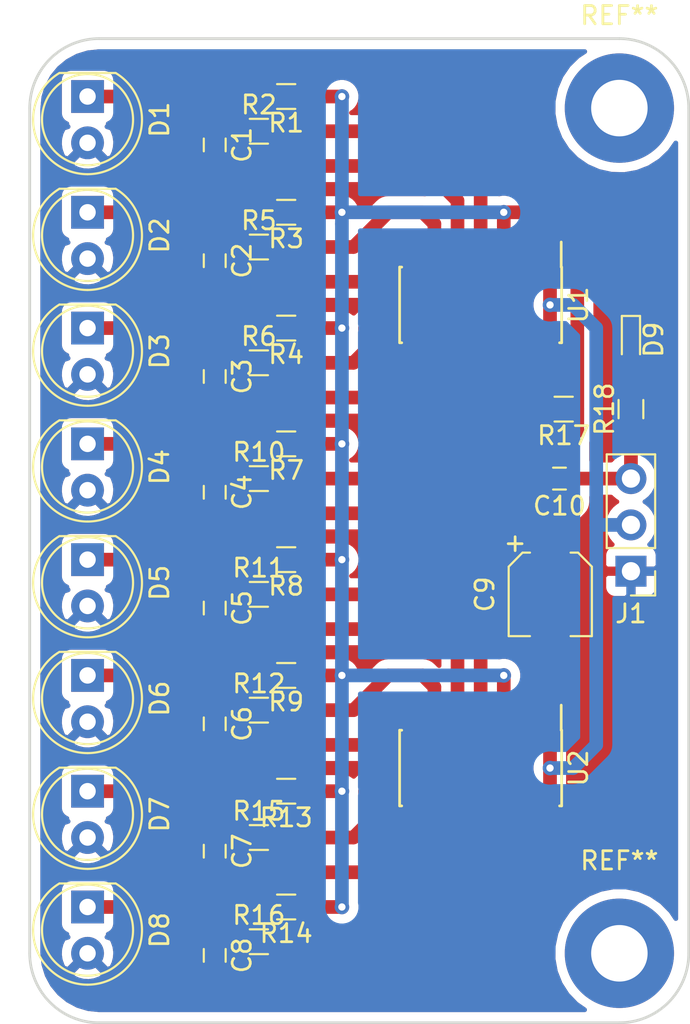
<source format=kicad_pcb>
(kicad_pcb (version 20171130) (host pcbnew "(2018-01-14 revision 63e55e918)-master")

  (general
    (thickness 1.6)
    (drawings 8)
    (tracks 171)
    (zones 0)
    (modules 42)
    (nets 21)
  )

  (page A4)
  (layers
    (0 F.Cu signal)
    (31 B.Cu signal)
    (32 B.Adhes user)
    (33 F.Adhes user)
    (34 B.Paste user)
    (35 F.Paste user)
    (36 B.SilkS user)
    (37 F.SilkS user)
    (38 B.Mask user)
    (39 F.Mask user)
    (40 Dwgs.User user)
    (41 Cmts.User user)
    (42 Eco1.User user)
    (43 Eco2.User user)
    (44 Edge.Cuts user)
    (45 Margin user)
    (46 B.CrtYd user)
    (47 F.CrtYd user)
    (48 B.Fab user)
    (49 F.Fab user)
  )

  (setup
    (last_trace_width 0.75)
    (user_trace_width 0.3)
    (user_trace_width 0.5)
    (user_trace_width 0.75)
    (user_trace_width 1)
    (trace_clearance 0.2)
    (zone_clearance 0.508)
    (zone_45_only yes)
    (trace_min 0.2)
    (segment_width 0.2)
    (edge_width 0.15)
    (via_size 0.8)
    (via_drill 0.4)
    (via_min_size 0.4)
    (via_min_drill 0.3)
    (user_via 0.8 0.4)
    (uvia_size 0.3)
    (uvia_drill 0.1)
    (uvias_allowed no)
    (uvia_min_size 0.2)
    (uvia_min_drill 0.1)
    (pcb_text_width 0.3)
    (pcb_text_size 1.5 1.5)
    (mod_edge_width 0.15)
    (mod_text_size 1 1)
    (mod_text_width 0.15)
    (pad_size 5.99948 5.99948)
    (pad_drill 3.1)
    (pad_to_mask_clearance 0.2)
    (aux_axis_origin 0 0)
    (visible_elements FFFFFF7F)
    (pcbplotparams
      (layerselection 0x010fc_ffffffff)
      (usegerberextensions false)
      (usegerberattributes false)
      (usegerberadvancedattributes false)
      (creategerberjobfile false)
      (excludeedgelayer true)
      (linewidth 0.100000)
      (plotframeref false)
      (viasonmask false)
      (mode 1)
      (useauxorigin false)
      (hpglpennumber 1)
      (hpglpenspeed 20)
      (hpglpendiameter 15)
      (psnegative false)
      (psa4output false)
      (plotreference true)
      (plotvalue true)
      (plotinvisibletext false)
      (padsonsilk false)
      (subtractmaskfromsilk false)
      (outputformat 1)
      (mirror false)
      (drillshape 1)
      (scaleselection 1)
      (outputdirectory ""))
  )

  (net 0 "")
  (net 1 GND)
  (net 2 "Net-(C1-Pad1)")
  (net 3 "Net-(C2-Pad1)")
  (net 4 "Net-(C3-Pad1)")
  (net 5 "Net-(C4-Pad1)")
  (net 6 "Net-(C5-Pad1)")
  (net 7 "Net-(C6-Pad1)")
  (net 8 "Net-(C7-Pad1)")
  (net 9 "Net-(C8-Pad1)")
  (net 10 +5V)
  (net 11 "Net-(D1-Pad1)")
  (net 12 "Net-(D2-Pad1)")
  (net 13 "Net-(D3-Pad1)")
  (net 14 "Net-(D4-Pad1)")
  (net 15 "Net-(D5-Pad1)")
  (net 16 "Net-(D6-Pad1)")
  (net 17 "Net-(D7-Pad1)")
  (net 18 "Net-(D8-Pad1)")
  (net 19 "Net-(D9-Pad2)")
  (net 20 trigger)

  (net_class Default "This is the default net class."
    (clearance 0.2)
    (trace_width 0.25)
    (via_dia 0.8)
    (via_drill 0.4)
    (uvia_dia 0.3)
    (uvia_drill 0.1)
    (add_net +5V)
    (add_net GND)
    (add_net "Net-(C1-Pad1)")
    (add_net "Net-(C2-Pad1)")
    (add_net "Net-(C3-Pad1)")
    (add_net "Net-(C4-Pad1)")
    (add_net "Net-(C5-Pad1)")
    (add_net "Net-(C6-Pad1)")
    (add_net "Net-(C7-Pad1)")
    (add_net "Net-(C8-Pad1)")
    (add_net "Net-(D1-Pad1)")
    (add_net "Net-(D2-Pad1)")
    (add_net "Net-(D3-Pad1)")
    (add_net "Net-(D4-Pad1)")
    (add_net "Net-(D5-Pad1)")
    (add_net "Net-(D6-Pad1)")
    (add_net "Net-(D7-Pad1)")
    (add_net "Net-(D8-Pad1)")
    (add_net "Net-(D9-Pad2)")
    (add_net trigger)
  )

  (module Wire_Pads:SolderWirePad_single_2-5mmDrill (layer F.Cu) (tedit 5A67C6CC) (tstamp 5A90B1C5)
    (at 148.59 76.835)
    (fp_text reference REF** (at 0 -5.08) (layer F.SilkS)
      (effects (font (size 1 1) (thickness 0.15)))
    )
    (fp_text value SolderWirePad_single_2-5mmDrill (at 1.27 5.08) (layer F.Fab) hide
      (effects (font (size 1 1) (thickness 0.15)))
    )
    (pad 1 thru_hole circle (at 0 0) (size 5.99948 5.99948) (drill 3.1) (layers *.Cu *.Mask))
  )

  (module Housings_SOIC:SOIC-14_3.9x8.7mm_Pitch1.27mm (layer F.Cu) (tedit 5A67B4FA) (tstamp 5A80602B)
    (at 140.97 87.63 270)
    (descr "14-Lead Plastic Small Outline (SL) - Narrow, 3.90 mm Body [SOIC] (see Microchip Packaging Specification 00000049BS.pdf)")
    (tags "SOIC 1.27")
    (path /5A666312)
    (attr smd)
    (fp_text reference U1 (at 0 -5.375 270) (layer F.SilkS)
      (effects (font (size 1 1) (thickness 0.15)))
    )
    (fp_text value LM339 (at 0 5.375 270) (layer F.Fab)
      (effects (font (size 1 1) (thickness 0.15)))
    )
    (fp_text user %R (at 0 0 270) (layer F.Fab)
      (effects (font (size 0.9 0.9) (thickness 0.135)))
    )
    (fp_line (start -0.95 -4.35) (end 1.95 -4.35) (layer F.Fab) (width 0.15))
    (fp_line (start 1.95 -4.35) (end 1.95 4.35) (layer F.Fab) (width 0.15))
    (fp_line (start 1.95 4.35) (end -1.95 4.35) (layer F.Fab) (width 0.15))
    (fp_line (start -1.95 4.35) (end -1.95 -3.35) (layer F.Fab) (width 0.15))
    (fp_line (start -1.95 -3.35) (end -0.95 -4.35) (layer F.Fab) (width 0.15))
    (fp_line (start -3.7 -4.65) (end -3.7 4.65) (layer F.CrtYd) (width 0.05))
    (fp_line (start 3.7 -4.65) (end 3.7 4.65) (layer F.CrtYd) (width 0.05))
    (fp_line (start -3.7 -4.65) (end 3.7 -4.65) (layer F.CrtYd) (width 0.05))
    (fp_line (start -3.7 4.65) (end 3.7 4.65) (layer F.CrtYd) (width 0.05))
    (fp_line (start -2.075 -4.45) (end -2.075 -4.425) (layer F.SilkS) (width 0.15))
    (fp_line (start 2.075 -4.45) (end 2.075 -4.335) (layer F.SilkS) (width 0.15))
    (fp_line (start 2.075 4.45) (end 2.075 4.335) (layer F.SilkS) (width 0.15))
    (fp_line (start -2.075 4.45) (end -2.075 4.335) (layer F.SilkS) (width 0.15))
    (fp_line (start -2.075 -4.45) (end 2.075 -4.45) (layer F.SilkS) (width 0.15))
    (fp_line (start -2.075 4.45) (end 2.075 4.45) (layer F.SilkS) (width 0.15))
    (fp_line (start -2.075 -4.425) (end -3.45 -4.425) (layer F.SilkS) (width 0.15))
    (pad 1 smd rect (at -2.7 -3.81 270) (size 1.5 0.6) (layers F.Cu F.Paste F.Mask)
      (net 20 trigger))
    (pad 2 smd rect (at -2.7 -2.54 270) (size 1.5 0.6) (layers F.Cu F.Paste F.Mask)
      (net 20 trigger))
    (pad 3 smd rect (at -2.7 -1.27 270) (size 1.5 0.6) (layers F.Cu F.Paste F.Mask)
      (net 10 +5V))
    (pad 4 smd rect (at -2.7 0 270) (size 1.5 0.6) (layers F.Cu F.Paste F.Mask)
      (net 11 "Net-(D1-Pad1)"))
    (pad 5 smd rect (at -2.7 1.27 270) (size 1.5 0.6) (layers F.Cu F.Paste F.Mask)
      (net 2 "Net-(C1-Pad1)"))
    (pad 6 smd rect (at -2.7 2.54 270) (size 1.5 0.6) (layers F.Cu F.Paste F.Mask)
      (net 12 "Net-(D2-Pad1)"))
    (pad 7 smd rect (at -2.7 3.81 270) (size 1.5 0.6) (layers F.Cu F.Paste F.Mask)
      (net 3 "Net-(C2-Pad1)"))
    (pad 8 smd rect (at 2.7 3.81 270) (size 1.5 0.6) (layers F.Cu F.Paste F.Mask)
      (net 13 "Net-(D3-Pad1)"))
    (pad 9 smd rect (at 2.7 2.54 270) (size 1.5 0.6) (layers F.Cu F.Paste F.Mask)
      (net 4 "Net-(C3-Pad1)"))
    (pad 10 smd rect (at 2.7 1.27 270) (size 1.5 0.6) (layers F.Cu F.Paste F.Mask)
      (net 14 "Net-(D4-Pad1)"))
    (pad 11 smd rect (at 2.7 0 270) (size 1.5 0.6) (layers F.Cu F.Paste F.Mask)
      (net 5 "Net-(C4-Pad1)"))
    (pad 12 smd rect (at 2.7 -1.27 270) (size 1.5 0.6) (layers F.Cu F.Paste F.Mask)
      (net 1 GND))
    (pad 13 smd rect (at 2.7 -2.54 270) (size 1.5 0.6) (layers F.Cu F.Paste F.Mask)
      (net 20 trigger))
    (pad 14 smd rect (at 2.7 -3.81 270) (size 1.5 0.6) (layers F.Cu F.Paste F.Mask)
      (net 20 trigger))
    (model ${KISYS3DMOD}/Housings_SOIC.3dshapes/SOIC-14_3.9x8.7mm_Pitch1.27mm.wrl
      (at (xyz 0 0 0))
      (scale (xyz 1 1 1))
      (rotate (xyz 0 0 0))
    )
  )

  (module Capacitors_SMD:C_0603 (layer F.Cu) (tedit 59958EE7) (tstamp 5A805D76)
    (at 126.365 78.855 270)
    (descr "Capacitor SMD 0603, reflow soldering, AVX (see smccp.pdf)")
    (tags "capacitor 0603")
    (path /5A6669B7)
    (attr smd)
    (fp_text reference C1 (at 0 -1.5 270) (layer F.SilkS)
      (effects (font (size 1 1) (thickness 0.15)))
    )
    (fp_text value 100nF (at 0 1.5 270) (layer F.Fab)
      (effects (font (size 1 1) (thickness 0.15)))
    )
    (fp_line (start 1.4 0.65) (end -1.4 0.65) (layer F.CrtYd) (width 0.05))
    (fp_line (start 1.4 0.65) (end 1.4 -0.65) (layer F.CrtYd) (width 0.05))
    (fp_line (start -1.4 -0.65) (end -1.4 0.65) (layer F.CrtYd) (width 0.05))
    (fp_line (start -1.4 -0.65) (end 1.4 -0.65) (layer F.CrtYd) (width 0.05))
    (fp_line (start 0.35 0.6) (end -0.35 0.6) (layer F.SilkS) (width 0.12))
    (fp_line (start -0.35 -0.6) (end 0.35 -0.6) (layer F.SilkS) (width 0.12))
    (fp_line (start -0.8 -0.4) (end 0.8 -0.4) (layer F.Fab) (width 0.1))
    (fp_line (start 0.8 -0.4) (end 0.8 0.4) (layer F.Fab) (width 0.1))
    (fp_line (start 0.8 0.4) (end -0.8 0.4) (layer F.Fab) (width 0.1))
    (fp_line (start -0.8 0.4) (end -0.8 -0.4) (layer F.Fab) (width 0.1))
    (fp_text user %R (at 0 0 270) (layer F.Fab)
      (effects (font (size 0.3 0.3) (thickness 0.075)))
    )
    (pad 2 smd rect (at 0.75 0 270) (size 0.8 0.75) (layers F.Cu F.Paste F.Mask)
      (net 1 GND))
    (pad 1 smd rect (at -0.75 0 270) (size 0.8 0.75) (layers F.Cu F.Paste F.Mask)
      (net 2 "Net-(C1-Pad1)"))
    (model Capacitors_SMD.3dshapes/C_0603.wrl
      (at (xyz 0 0 0))
      (scale (xyz 1 1 1))
      (rotate (xyz 0 0 0))
    )
  )

  (module Capacitors_SMD:C_0603 (layer F.Cu) (tedit 59958EE7) (tstamp 5A805D87)
    (at 126.365 85.205 270)
    (descr "Capacitor SMD 0603, reflow soldering, AVX (see smccp.pdf)")
    (tags "capacitor 0603")
    (path /5A6682B3)
    (attr smd)
    (fp_text reference C2 (at 0 -1.5 270) (layer F.SilkS)
      (effects (font (size 1 1) (thickness 0.15)))
    )
    (fp_text value 100nF (at 0 1.5 270) (layer F.Fab)
      (effects (font (size 1 1) (thickness 0.15)))
    )
    (fp_line (start 1.4 0.65) (end -1.4 0.65) (layer F.CrtYd) (width 0.05))
    (fp_line (start 1.4 0.65) (end 1.4 -0.65) (layer F.CrtYd) (width 0.05))
    (fp_line (start -1.4 -0.65) (end -1.4 0.65) (layer F.CrtYd) (width 0.05))
    (fp_line (start -1.4 -0.65) (end 1.4 -0.65) (layer F.CrtYd) (width 0.05))
    (fp_line (start 0.35 0.6) (end -0.35 0.6) (layer F.SilkS) (width 0.12))
    (fp_line (start -0.35 -0.6) (end 0.35 -0.6) (layer F.SilkS) (width 0.12))
    (fp_line (start -0.8 -0.4) (end 0.8 -0.4) (layer F.Fab) (width 0.1))
    (fp_line (start 0.8 -0.4) (end 0.8 0.4) (layer F.Fab) (width 0.1))
    (fp_line (start 0.8 0.4) (end -0.8 0.4) (layer F.Fab) (width 0.1))
    (fp_line (start -0.8 0.4) (end -0.8 -0.4) (layer F.Fab) (width 0.1))
    (fp_text user %R (at 0 0 270) (layer F.Fab)
      (effects (font (size 0.3 0.3) (thickness 0.075)))
    )
    (pad 2 smd rect (at 0.75 0 270) (size 0.8 0.75) (layers F.Cu F.Paste F.Mask)
      (net 1 GND))
    (pad 1 smd rect (at -0.75 0 270) (size 0.8 0.75) (layers F.Cu F.Paste F.Mask)
      (net 3 "Net-(C2-Pad1)"))
    (model Capacitors_SMD.3dshapes/C_0603.wrl
      (at (xyz 0 0 0))
      (scale (xyz 1 1 1))
      (rotate (xyz 0 0 0))
    )
  )

  (module Capacitors_SMD:C_0603 (layer F.Cu) (tedit 59958EE7) (tstamp 5A805D98)
    (at 126.365 91.555 270)
    (descr "Capacitor SMD 0603, reflow soldering, AVX (see smccp.pdf)")
    (tags "capacitor 0603")
    (path /5A668C54)
    (attr smd)
    (fp_text reference C3 (at 0 -1.5 270) (layer F.SilkS)
      (effects (font (size 1 1) (thickness 0.15)))
    )
    (fp_text value 100nF (at 0 1.5 270) (layer F.Fab)
      (effects (font (size 1 1) (thickness 0.15)))
    )
    (fp_line (start 1.4 0.65) (end -1.4 0.65) (layer F.CrtYd) (width 0.05))
    (fp_line (start 1.4 0.65) (end 1.4 -0.65) (layer F.CrtYd) (width 0.05))
    (fp_line (start -1.4 -0.65) (end -1.4 0.65) (layer F.CrtYd) (width 0.05))
    (fp_line (start -1.4 -0.65) (end 1.4 -0.65) (layer F.CrtYd) (width 0.05))
    (fp_line (start 0.35 0.6) (end -0.35 0.6) (layer F.SilkS) (width 0.12))
    (fp_line (start -0.35 -0.6) (end 0.35 -0.6) (layer F.SilkS) (width 0.12))
    (fp_line (start -0.8 -0.4) (end 0.8 -0.4) (layer F.Fab) (width 0.1))
    (fp_line (start 0.8 -0.4) (end 0.8 0.4) (layer F.Fab) (width 0.1))
    (fp_line (start 0.8 0.4) (end -0.8 0.4) (layer F.Fab) (width 0.1))
    (fp_line (start -0.8 0.4) (end -0.8 -0.4) (layer F.Fab) (width 0.1))
    (fp_text user %R (at 0 0 270) (layer F.Fab)
      (effects (font (size 0.3 0.3) (thickness 0.075)))
    )
    (pad 2 smd rect (at 0.75 0 270) (size 0.8 0.75) (layers F.Cu F.Paste F.Mask)
      (net 1 GND))
    (pad 1 smd rect (at -0.75 0 270) (size 0.8 0.75) (layers F.Cu F.Paste F.Mask)
      (net 4 "Net-(C3-Pad1)"))
    (model Capacitors_SMD.3dshapes/C_0603.wrl
      (at (xyz 0 0 0))
      (scale (xyz 1 1 1))
      (rotate (xyz 0 0 0))
    )
  )

  (module Capacitors_SMD:C_0603 (layer F.Cu) (tedit 59958EE7) (tstamp 5A805DA9)
    (at 126.365 97.905 270)
    (descr "Capacitor SMD 0603, reflow soldering, AVX (see smccp.pdf)")
    (tags "capacitor 0603")
    (path /5A66A65D)
    (attr smd)
    (fp_text reference C4 (at 0 -1.5 270) (layer F.SilkS)
      (effects (font (size 1 1) (thickness 0.15)))
    )
    (fp_text value 100nF (at 0 1.5 270) (layer F.Fab)
      (effects (font (size 1 1) (thickness 0.15)))
    )
    (fp_text user %R (at 0 0 270) (layer F.Fab)
      (effects (font (size 0.3 0.3) (thickness 0.075)))
    )
    (fp_line (start -0.8 0.4) (end -0.8 -0.4) (layer F.Fab) (width 0.1))
    (fp_line (start 0.8 0.4) (end -0.8 0.4) (layer F.Fab) (width 0.1))
    (fp_line (start 0.8 -0.4) (end 0.8 0.4) (layer F.Fab) (width 0.1))
    (fp_line (start -0.8 -0.4) (end 0.8 -0.4) (layer F.Fab) (width 0.1))
    (fp_line (start -0.35 -0.6) (end 0.35 -0.6) (layer F.SilkS) (width 0.12))
    (fp_line (start 0.35 0.6) (end -0.35 0.6) (layer F.SilkS) (width 0.12))
    (fp_line (start -1.4 -0.65) (end 1.4 -0.65) (layer F.CrtYd) (width 0.05))
    (fp_line (start -1.4 -0.65) (end -1.4 0.65) (layer F.CrtYd) (width 0.05))
    (fp_line (start 1.4 0.65) (end 1.4 -0.65) (layer F.CrtYd) (width 0.05))
    (fp_line (start 1.4 0.65) (end -1.4 0.65) (layer F.CrtYd) (width 0.05))
    (pad 1 smd rect (at -0.75 0 270) (size 0.8 0.75) (layers F.Cu F.Paste F.Mask)
      (net 5 "Net-(C4-Pad1)"))
    (pad 2 smd rect (at 0.75 0 270) (size 0.8 0.75) (layers F.Cu F.Paste F.Mask)
      (net 1 GND))
    (model Capacitors_SMD.3dshapes/C_0603.wrl
      (at (xyz 0 0 0))
      (scale (xyz 1 1 1))
      (rotate (xyz 0 0 0))
    )
  )

  (module Capacitors_SMD:C_0603 (layer F.Cu) (tedit 59958EE7) (tstamp 5A8070E4)
    (at 126.365 104.255 270)
    (descr "Capacitor SMD 0603, reflow soldering, AVX (see smccp.pdf)")
    (tags "capacitor 0603")
    (path /5A66A6B0)
    (attr smd)
    (fp_text reference C5 (at 0 -1.5 270) (layer F.SilkS)
      (effects (font (size 1 1) (thickness 0.15)))
    )
    (fp_text value 100nF (at 0 1.5 270) (layer F.Fab)
      (effects (font (size 1 1) (thickness 0.15)))
    )
    (fp_text user %R (at 0 0 270) (layer F.Fab)
      (effects (font (size 0.3 0.3) (thickness 0.075)))
    )
    (fp_line (start -0.8 0.4) (end -0.8 -0.4) (layer F.Fab) (width 0.1))
    (fp_line (start 0.8 0.4) (end -0.8 0.4) (layer F.Fab) (width 0.1))
    (fp_line (start 0.8 -0.4) (end 0.8 0.4) (layer F.Fab) (width 0.1))
    (fp_line (start -0.8 -0.4) (end 0.8 -0.4) (layer F.Fab) (width 0.1))
    (fp_line (start -0.35 -0.6) (end 0.35 -0.6) (layer F.SilkS) (width 0.12))
    (fp_line (start 0.35 0.6) (end -0.35 0.6) (layer F.SilkS) (width 0.12))
    (fp_line (start -1.4 -0.65) (end 1.4 -0.65) (layer F.CrtYd) (width 0.05))
    (fp_line (start -1.4 -0.65) (end -1.4 0.65) (layer F.CrtYd) (width 0.05))
    (fp_line (start 1.4 0.65) (end 1.4 -0.65) (layer F.CrtYd) (width 0.05))
    (fp_line (start 1.4 0.65) (end -1.4 0.65) (layer F.CrtYd) (width 0.05))
    (pad 1 smd rect (at -0.75 0 270) (size 0.8 0.75) (layers F.Cu F.Paste F.Mask)
      (net 6 "Net-(C5-Pad1)"))
    (pad 2 smd rect (at 0.75 0 270) (size 0.8 0.75) (layers F.Cu F.Paste F.Mask)
      (net 1 GND))
    (model Capacitors_SMD.3dshapes/C_0603.wrl
      (at (xyz 0 0 0))
      (scale (xyz 1 1 1))
      (rotate (xyz 0 0 0))
    )
  )

  (module Capacitors_SMD:C_0603 (layer F.Cu) (tedit 59958EE7) (tstamp 5A805DCB)
    (at 126.365 110.605 270)
    (descr "Capacitor SMD 0603, reflow soldering, AVX (see smccp.pdf)")
    (tags "capacitor 0603")
    (path /5A66A703)
    (attr smd)
    (fp_text reference C6 (at 0 -1.5 270) (layer F.SilkS)
      (effects (font (size 1 1) (thickness 0.15)))
    )
    (fp_text value 100nF (at 0 1.5 270) (layer F.Fab)
      (effects (font (size 1 1) (thickness 0.15)))
    )
    (fp_text user %R (at 0 0 270) (layer F.Fab)
      (effects (font (size 0.3 0.3) (thickness 0.075)))
    )
    (fp_line (start -0.8 0.4) (end -0.8 -0.4) (layer F.Fab) (width 0.1))
    (fp_line (start 0.8 0.4) (end -0.8 0.4) (layer F.Fab) (width 0.1))
    (fp_line (start 0.8 -0.4) (end 0.8 0.4) (layer F.Fab) (width 0.1))
    (fp_line (start -0.8 -0.4) (end 0.8 -0.4) (layer F.Fab) (width 0.1))
    (fp_line (start -0.35 -0.6) (end 0.35 -0.6) (layer F.SilkS) (width 0.12))
    (fp_line (start 0.35 0.6) (end -0.35 0.6) (layer F.SilkS) (width 0.12))
    (fp_line (start -1.4 -0.65) (end 1.4 -0.65) (layer F.CrtYd) (width 0.05))
    (fp_line (start -1.4 -0.65) (end -1.4 0.65) (layer F.CrtYd) (width 0.05))
    (fp_line (start 1.4 0.65) (end 1.4 -0.65) (layer F.CrtYd) (width 0.05))
    (fp_line (start 1.4 0.65) (end -1.4 0.65) (layer F.CrtYd) (width 0.05))
    (pad 1 smd rect (at -0.75 0 270) (size 0.8 0.75) (layers F.Cu F.Paste F.Mask)
      (net 7 "Net-(C6-Pad1)"))
    (pad 2 smd rect (at 0.75 0 270) (size 0.8 0.75) (layers F.Cu F.Paste F.Mask)
      (net 1 GND))
    (model Capacitors_SMD.3dshapes/C_0603.wrl
      (at (xyz 0 0 0))
      (scale (xyz 1 1 1))
      (rotate (xyz 0 0 0))
    )
  )

  (module Capacitors_SMD:C_0603 (layer F.Cu) (tedit 59958EE7) (tstamp 5A805DDC)
    (at 126.365 117.59 270)
    (descr "Capacitor SMD 0603, reflow soldering, AVX (see smccp.pdf)")
    (tags "capacitor 0603")
    (path /5A673724)
    (attr smd)
    (fp_text reference C7 (at 0 -1.5 270) (layer F.SilkS)
      (effects (font (size 1 1) (thickness 0.15)))
    )
    (fp_text value 100nF (at 0 1.5 270) (layer F.Fab)
      (effects (font (size 1 1) (thickness 0.15)))
    )
    (fp_line (start 1.4 0.65) (end -1.4 0.65) (layer F.CrtYd) (width 0.05))
    (fp_line (start 1.4 0.65) (end 1.4 -0.65) (layer F.CrtYd) (width 0.05))
    (fp_line (start -1.4 -0.65) (end -1.4 0.65) (layer F.CrtYd) (width 0.05))
    (fp_line (start -1.4 -0.65) (end 1.4 -0.65) (layer F.CrtYd) (width 0.05))
    (fp_line (start 0.35 0.6) (end -0.35 0.6) (layer F.SilkS) (width 0.12))
    (fp_line (start -0.35 -0.6) (end 0.35 -0.6) (layer F.SilkS) (width 0.12))
    (fp_line (start -0.8 -0.4) (end 0.8 -0.4) (layer F.Fab) (width 0.1))
    (fp_line (start 0.8 -0.4) (end 0.8 0.4) (layer F.Fab) (width 0.1))
    (fp_line (start 0.8 0.4) (end -0.8 0.4) (layer F.Fab) (width 0.1))
    (fp_line (start -0.8 0.4) (end -0.8 -0.4) (layer F.Fab) (width 0.1))
    (fp_text user %R (at 0 0 270) (layer F.Fab)
      (effects (font (size 0.3 0.3) (thickness 0.075)))
    )
    (pad 2 smd rect (at 0.75 0 270) (size 0.8 0.75) (layers F.Cu F.Paste F.Mask)
      (net 1 GND))
    (pad 1 smd rect (at -0.75 0 270) (size 0.8 0.75) (layers F.Cu F.Paste F.Mask)
      (net 8 "Net-(C7-Pad1)"))
    (model Capacitors_SMD.3dshapes/C_0603.wrl
      (at (xyz 0 0 0))
      (scale (xyz 1 1 1))
      (rotate (xyz 0 0 0))
    )
  )

  (module Capacitors_SMD:C_0603 (layer F.Cu) (tedit 59958EE7) (tstamp 5A805DED)
    (at 126.365 123.305 270)
    (descr "Capacitor SMD 0603, reflow soldering, AVX (see smccp.pdf)")
    (tags "capacitor 0603")
    (path /5A673777)
    (attr smd)
    (fp_text reference C8 (at 0 -1.5 270) (layer F.SilkS)
      (effects (font (size 1 1) (thickness 0.15)))
    )
    (fp_text value 100nF (at 0 1.5 270) (layer F.Fab)
      (effects (font (size 1 1) (thickness 0.15)))
    )
    (fp_text user %R (at 0 0 270) (layer F.Fab)
      (effects (font (size 0.3 0.3) (thickness 0.075)))
    )
    (fp_line (start -0.8 0.4) (end -0.8 -0.4) (layer F.Fab) (width 0.1))
    (fp_line (start 0.8 0.4) (end -0.8 0.4) (layer F.Fab) (width 0.1))
    (fp_line (start 0.8 -0.4) (end 0.8 0.4) (layer F.Fab) (width 0.1))
    (fp_line (start -0.8 -0.4) (end 0.8 -0.4) (layer F.Fab) (width 0.1))
    (fp_line (start -0.35 -0.6) (end 0.35 -0.6) (layer F.SilkS) (width 0.12))
    (fp_line (start 0.35 0.6) (end -0.35 0.6) (layer F.SilkS) (width 0.12))
    (fp_line (start -1.4 -0.65) (end 1.4 -0.65) (layer F.CrtYd) (width 0.05))
    (fp_line (start -1.4 -0.65) (end -1.4 0.65) (layer F.CrtYd) (width 0.05))
    (fp_line (start 1.4 0.65) (end 1.4 -0.65) (layer F.CrtYd) (width 0.05))
    (fp_line (start 1.4 0.65) (end -1.4 0.65) (layer F.CrtYd) (width 0.05))
    (pad 1 smd rect (at -0.75 0 270) (size 0.8 0.75) (layers F.Cu F.Paste F.Mask)
      (net 9 "Net-(C8-Pad1)"))
    (pad 2 smd rect (at 0.75 0 270) (size 0.8 0.75) (layers F.Cu F.Paste F.Mask)
      (net 1 GND))
    (model Capacitors_SMD.3dshapes/C_0603.wrl
      (at (xyz 0 0 0))
      (scale (xyz 1 1 1))
      (rotate (xyz 0 0 0))
    )
  )

  (module Capacitors_SMD:CP_Elec_4x4.5 (layer F.Cu) (tedit 58AA85E3) (tstamp 5A90AE11)
    (at 144.78 103.505 270)
    (descr "SMT capacitor, aluminium electrolytic, 4x4.5")
    (path /5A698183)
    (attr smd)
    (fp_text reference C9 (at 0 3.58 90) (layer F.SilkS)
      (effects (font (size 1 1) (thickness 0.15)))
    )
    (fp_text value 10uF (at 0 -3.45 90) (layer F.Fab)
      (effects (font (size 1 1) (thickness 0.15)))
    )
    (fp_circle (center 0 0) (end 0.1 2.1) (layer F.Fab) (width 0.1))
    (fp_text user + (at -1.24 -0.08 270) (layer F.Fab)
      (effects (font (size 1 1) (thickness 0.15)))
    )
    (fp_text user + (at -2.78 1.99 90) (layer F.SilkS)
      (effects (font (size 1 1) (thickness 0.15)))
    )
    (fp_text user %R (at 0 3.58 90) (layer F.Fab)
      (effects (font (size 1 1) (thickness 0.15)))
    )
    (fp_line (start 2.13 2.12) (end 2.13 -2.15) (layer F.Fab) (width 0.1))
    (fp_line (start -1.46 2.12) (end 2.13 2.12) (layer F.Fab) (width 0.1))
    (fp_line (start -2.13 1.45) (end -1.46 2.12) (layer F.Fab) (width 0.1))
    (fp_line (start -2.13 -1.47) (end -2.13 1.45) (layer F.Fab) (width 0.1))
    (fp_line (start -1.46 -2.15) (end -2.13 -1.47) (layer F.Fab) (width 0.1))
    (fp_line (start 2.13 -2.15) (end -1.46 -2.15) (layer F.Fab) (width 0.1))
    (fp_line (start 2.29 -2.3) (end 2.29 -1.13) (layer F.SilkS) (width 0.12))
    (fp_line (start 2.29 2.27) (end 2.29 1.1) (layer F.SilkS) (width 0.12))
    (fp_line (start -2.29 1.51) (end -2.29 1.1) (layer F.SilkS) (width 0.12))
    (fp_line (start -2.29 -1.54) (end -2.29 -1.13) (layer F.SilkS) (width 0.12))
    (fp_line (start -1.52 -2.3) (end 2.29 -2.3) (layer F.SilkS) (width 0.12))
    (fp_line (start -1.52 -2.3) (end -2.29 -1.54) (layer F.SilkS) (width 0.12))
    (fp_line (start -1.52 2.27) (end 2.29 2.27) (layer F.SilkS) (width 0.12))
    (fp_line (start -1.52 2.27) (end -2.29 1.51) (layer F.SilkS) (width 0.12))
    (fp_line (start -3.35 -2.4) (end 3.35 -2.4) (layer F.CrtYd) (width 0.05))
    (fp_line (start -3.35 -2.4) (end -3.35 2.37) (layer F.CrtYd) (width 0.05))
    (fp_line (start 3.35 2.37) (end 3.35 -2.4) (layer F.CrtYd) (width 0.05))
    (fp_line (start 3.35 2.37) (end -3.35 2.37) (layer F.CrtYd) (width 0.05))
    (pad 1 smd rect (at -1.8 0 90) (size 2.6 1.6) (layers F.Cu F.Paste F.Mask)
      (net 10 +5V))
    (pad 2 smd rect (at 1.8 0 90) (size 2.6 1.6) (layers F.Cu F.Paste F.Mask)
      (net 1 GND))
    (model Capacitors_SMD.3dshapes/CP_Elec_4x4.5.wrl
      (at (xyz 0 0 0))
      (scale (xyz 1 1 1))
      (rotate (xyz 0 0 180))
    )
  )

  (module Capacitors_SMD:C_0603 (layer F.Cu) (tedit 59958EE7) (tstamp 5A805E1A)
    (at 145.3 97.155 180)
    (descr "Capacitor SMD 0603, reflow soldering, AVX (see smccp.pdf)")
    (tags "capacitor 0603")
    (path /5A69806C)
    (attr smd)
    (fp_text reference C10 (at 0 -1.5 180) (layer F.SilkS)
      (effects (font (size 1 1) (thickness 0.15)))
    )
    (fp_text value 100nF (at 0 1.5 180) (layer F.Fab)
      (effects (font (size 1 1) (thickness 0.15)))
    )
    (fp_line (start 1.4 0.65) (end -1.4 0.65) (layer F.CrtYd) (width 0.05))
    (fp_line (start 1.4 0.65) (end 1.4 -0.65) (layer F.CrtYd) (width 0.05))
    (fp_line (start -1.4 -0.65) (end -1.4 0.65) (layer F.CrtYd) (width 0.05))
    (fp_line (start -1.4 -0.65) (end 1.4 -0.65) (layer F.CrtYd) (width 0.05))
    (fp_line (start 0.35 0.6) (end -0.35 0.6) (layer F.SilkS) (width 0.12))
    (fp_line (start -0.35 -0.6) (end 0.35 -0.6) (layer F.SilkS) (width 0.12))
    (fp_line (start -0.8 -0.4) (end 0.8 -0.4) (layer F.Fab) (width 0.1))
    (fp_line (start 0.8 -0.4) (end 0.8 0.4) (layer F.Fab) (width 0.1))
    (fp_line (start 0.8 0.4) (end -0.8 0.4) (layer F.Fab) (width 0.1))
    (fp_line (start -0.8 0.4) (end -0.8 -0.4) (layer F.Fab) (width 0.1))
    (fp_text user %R (at 0 0 180) (layer F.Fab)
      (effects (font (size 0.3 0.3) (thickness 0.075)))
    )
    (pad 2 smd rect (at 0.75 0 180) (size 0.8 0.75) (layers F.Cu F.Paste F.Mask)
      (net 1 GND))
    (pad 1 smd rect (at -0.75 0 180) (size 0.8 0.75) (layers F.Cu F.Paste F.Mask)
      (net 10 +5V))
    (model Capacitors_SMD.3dshapes/C_0603.wrl
      (at (xyz 0 0 0))
      (scale (xyz 1 1 1))
      (rotate (xyz 0 0 0))
    )
  )

  (module LEDs:LED_D5.0mm (layer F.Cu) (tedit 5995936A) (tstamp 5A805E2C)
    (at 119.38 76.2 270)
    (descr "LED, diameter 5.0mm, 2 pins, http://cdn-reichelt.de/documents/datenblatt/A500/LL-504BC2E-009.pdf")
    (tags "LED diameter 5.0mm 2 pins")
    (path /5A6666A5)
    (fp_text reference D1 (at 1.27 -3.96 270) (layer F.SilkS)
      (effects (font (size 1 1) (thickness 0.15)))
    )
    (fp_text value "BPV10NF " (at 1.27 3.96 270) (layer F.Fab)
      (effects (font (size 1 1) (thickness 0.15)))
    )
    (fp_text user %R (at 1.25 0 270) (layer F.Fab)
      (effects (font (size 0.8 0.8) (thickness 0.2)))
    )
    (fp_line (start 4.5 -3.25) (end -1.95 -3.25) (layer F.CrtYd) (width 0.05))
    (fp_line (start 4.5 3.25) (end 4.5 -3.25) (layer F.CrtYd) (width 0.05))
    (fp_line (start -1.95 3.25) (end 4.5 3.25) (layer F.CrtYd) (width 0.05))
    (fp_line (start -1.95 -3.25) (end -1.95 3.25) (layer F.CrtYd) (width 0.05))
    (fp_line (start -1.29 -1.545) (end -1.29 1.545) (layer F.SilkS) (width 0.12))
    (fp_line (start -1.23 -1.469694) (end -1.23 1.469694) (layer F.Fab) (width 0.1))
    (fp_circle (center 1.27 0) (end 3.77 0) (layer F.SilkS) (width 0.12))
    (fp_circle (center 1.27 0) (end 3.77 0) (layer F.Fab) (width 0.1))
    (fp_arc (start 1.27 0) (end -1.29 1.54483) (angle -148.9) (layer F.SilkS) (width 0.12))
    (fp_arc (start 1.27 0) (end -1.29 -1.54483) (angle 148.9) (layer F.SilkS) (width 0.12))
    (fp_arc (start 1.27 0) (end -1.23 -1.469694) (angle 299.1) (layer F.Fab) (width 0.1))
    (pad 2 thru_hole circle (at 2.54 0 270) (size 1.8 1.8) (drill 0.9) (layers *.Cu *.Mask)
      (net 1 GND))
    (pad 1 thru_hole rect (at 0 0 270) (size 1.8 1.8) (drill 0.9) (layers *.Cu *.Mask)
      (net 11 "Net-(D1-Pad1)"))
    (model ${KISYS3DMOD}/LEDs.3dshapes/LED_D5.0mm.wrl
      (at (xyz 0 0 0))
      (scale (xyz 0.393701 0.393701 0.393701))
      (rotate (xyz 0 0 0))
    )
  )

  (module LEDs:LED_D5.0mm (layer F.Cu) (tedit 5995936A) (tstamp 5A80668D)
    (at 119.38 82.55 270)
    (descr "LED, diameter 5.0mm, 2 pins, http://cdn-reichelt.de/documents/datenblatt/A500/LL-504BC2E-009.pdf")
    (tags "LED diameter 5.0mm 2 pins")
    (path /5A6682D7)
    (fp_text reference D2 (at 1.27 -3.96 270) (layer F.SilkS)
      (effects (font (size 1 1) (thickness 0.15)))
    )
    (fp_text value "BPV10NF " (at 1.27 3.96 270) (layer F.Fab)
      (effects (font (size 1 1) (thickness 0.15)))
    )
    (fp_text user %R (at 1.25 0 270) (layer F.Fab)
      (effects (font (size 0.8 0.8) (thickness 0.2)))
    )
    (fp_line (start 4.5 -3.25) (end -1.95 -3.25) (layer F.CrtYd) (width 0.05))
    (fp_line (start 4.5 3.25) (end 4.5 -3.25) (layer F.CrtYd) (width 0.05))
    (fp_line (start -1.95 3.25) (end 4.5 3.25) (layer F.CrtYd) (width 0.05))
    (fp_line (start -1.95 -3.25) (end -1.95 3.25) (layer F.CrtYd) (width 0.05))
    (fp_line (start -1.29 -1.545) (end -1.29 1.545) (layer F.SilkS) (width 0.12))
    (fp_line (start -1.23 -1.469694) (end -1.23 1.469694) (layer F.Fab) (width 0.1))
    (fp_circle (center 1.27 0) (end 3.77 0) (layer F.SilkS) (width 0.12))
    (fp_circle (center 1.27 0) (end 3.77 0) (layer F.Fab) (width 0.1))
    (fp_arc (start 1.27 0) (end -1.29 1.54483) (angle -148.9) (layer F.SilkS) (width 0.12))
    (fp_arc (start 1.27 0) (end -1.29 -1.54483) (angle 148.9) (layer F.SilkS) (width 0.12))
    (fp_arc (start 1.27 0) (end -1.23 -1.469694) (angle 299.1) (layer F.Fab) (width 0.1))
    (pad 2 thru_hole circle (at 2.54 0 270) (size 1.8 1.8) (drill 0.9) (layers *.Cu *.Mask)
      (net 1 GND))
    (pad 1 thru_hole rect (at 0 0 270) (size 1.8 1.8) (drill 0.9) (layers *.Cu *.Mask)
      (net 12 "Net-(D2-Pad1)"))
    (model ${KISYS3DMOD}/LEDs.3dshapes/LED_D5.0mm.wrl
      (at (xyz 0 0 0))
      (scale (xyz 0.393701 0.393701 0.393701))
      (rotate (xyz 0 0 0))
    )
  )

  (module LEDs:LED_D5.0mm (layer F.Cu) (tedit 5995936A) (tstamp 5A805E50)
    (at 119.38 88.9 270)
    (descr "LED, diameter 5.0mm, 2 pins, http://cdn-reichelt.de/documents/datenblatt/A500/LL-504BC2E-009.pdf")
    (tags "LED diameter 5.0mm 2 pins")
    (path /5A668C78)
    (fp_text reference D3 (at 1.27 -3.96 270) (layer F.SilkS)
      (effects (font (size 1 1) (thickness 0.15)))
    )
    (fp_text value "BPV10NF " (at 1.27 3.96 270) (layer F.Fab)
      (effects (font (size 1 1) (thickness 0.15)))
    )
    (fp_arc (start 1.27 0) (end -1.23 -1.469694) (angle 299.1) (layer F.Fab) (width 0.1))
    (fp_arc (start 1.27 0) (end -1.29 -1.54483) (angle 148.9) (layer F.SilkS) (width 0.12))
    (fp_arc (start 1.27 0) (end -1.29 1.54483) (angle -148.9) (layer F.SilkS) (width 0.12))
    (fp_circle (center 1.27 0) (end 3.77 0) (layer F.Fab) (width 0.1))
    (fp_circle (center 1.27 0) (end 3.77 0) (layer F.SilkS) (width 0.12))
    (fp_line (start -1.23 -1.469694) (end -1.23 1.469694) (layer F.Fab) (width 0.1))
    (fp_line (start -1.29 -1.545) (end -1.29 1.545) (layer F.SilkS) (width 0.12))
    (fp_line (start -1.95 -3.25) (end -1.95 3.25) (layer F.CrtYd) (width 0.05))
    (fp_line (start -1.95 3.25) (end 4.5 3.25) (layer F.CrtYd) (width 0.05))
    (fp_line (start 4.5 3.25) (end 4.5 -3.25) (layer F.CrtYd) (width 0.05))
    (fp_line (start 4.5 -3.25) (end -1.95 -3.25) (layer F.CrtYd) (width 0.05))
    (fp_text user %R (at 1.25 0 270) (layer F.Fab)
      (effects (font (size 0.8 0.8) (thickness 0.2)))
    )
    (pad 1 thru_hole rect (at 0 0 270) (size 1.8 1.8) (drill 0.9) (layers *.Cu *.Mask)
      (net 13 "Net-(D3-Pad1)"))
    (pad 2 thru_hole circle (at 2.54 0 270) (size 1.8 1.8) (drill 0.9) (layers *.Cu *.Mask)
      (net 1 GND))
    (model ${KISYS3DMOD}/LEDs.3dshapes/LED_D5.0mm.wrl
      (at (xyz 0 0 0))
      (scale (xyz 0.393701 0.393701 0.393701))
      (rotate (xyz 0 0 0))
    )
  )

  (module LEDs:LED_D5.0mm (layer F.Cu) (tedit 5995936A) (tstamp 5A805E62)
    (at 119.38 95.25 270)
    (descr "LED, diameter 5.0mm, 2 pins, http://cdn-reichelt.de/documents/datenblatt/A500/LL-504BC2E-009.pdf")
    (tags "LED diameter 5.0mm 2 pins")
    (path /5A66A681)
    (fp_text reference D4 (at 1.27 -3.96 270) (layer F.SilkS)
      (effects (font (size 1 1) (thickness 0.15)))
    )
    (fp_text value "BPV10NF " (at 1.27 3.96 270) (layer F.Fab)
      (effects (font (size 1 1) (thickness 0.15)))
    )
    (fp_text user %R (at 1.25 0 270) (layer F.Fab)
      (effects (font (size 0.8 0.8) (thickness 0.2)))
    )
    (fp_line (start 4.5 -3.25) (end -1.95 -3.25) (layer F.CrtYd) (width 0.05))
    (fp_line (start 4.5 3.25) (end 4.5 -3.25) (layer F.CrtYd) (width 0.05))
    (fp_line (start -1.95 3.25) (end 4.5 3.25) (layer F.CrtYd) (width 0.05))
    (fp_line (start -1.95 -3.25) (end -1.95 3.25) (layer F.CrtYd) (width 0.05))
    (fp_line (start -1.29 -1.545) (end -1.29 1.545) (layer F.SilkS) (width 0.12))
    (fp_line (start -1.23 -1.469694) (end -1.23 1.469694) (layer F.Fab) (width 0.1))
    (fp_circle (center 1.27 0) (end 3.77 0) (layer F.SilkS) (width 0.12))
    (fp_circle (center 1.27 0) (end 3.77 0) (layer F.Fab) (width 0.1))
    (fp_arc (start 1.27 0) (end -1.29 1.54483) (angle -148.9) (layer F.SilkS) (width 0.12))
    (fp_arc (start 1.27 0) (end -1.29 -1.54483) (angle 148.9) (layer F.SilkS) (width 0.12))
    (fp_arc (start 1.27 0) (end -1.23 -1.469694) (angle 299.1) (layer F.Fab) (width 0.1))
    (pad 2 thru_hole circle (at 2.54 0 270) (size 1.8 1.8) (drill 0.9) (layers *.Cu *.Mask)
      (net 1 GND))
    (pad 1 thru_hole rect (at 0 0 270) (size 1.8 1.8) (drill 0.9) (layers *.Cu *.Mask)
      (net 14 "Net-(D4-Pad1)"))
    (model ${KISYS3DMOD}/LEDs.3dshapes/LED_D5.0mm.wrl
      (at (xyz 0 0 0))
      (scale (xyz 0.393701 0.393701 0.393701))
      (rotate (xyz 0 0 0))
    )
  )

  (module LEDs:LED_D5.0mm (layer F.Cu) (tedit 5995936A) (tstamp 5A805E74)
    (at 119.38 101.6 270)
    (descr "LED, diameter 5.0mm, 2 pins, http://cdn-reichelt.de/documents/datenblatt/A500/LL-504BC2E-009.pdf")
    (tags "LED diameter 5.0mm 2 pins")
    (path /5A66A6D4)
    (fp_text reference D5 (at 1.27 -3.96 270) (layer F.SilkS)
      (effects (font (size 1 1) (thickness 0.15)))
    )
    (fp_text value "BPV10NF " (at 1.27 3.96 270) (layer F.Fab)
      (effects (font (size 1 1) (thickness 0.15)))
    )
    (fp_arc (start 1.27 0) (end -1.23 -1.469694) (angle 299.1) (layer F.Fab) (width 0.1))
    (fp_arc (start 1.27 0) (end -1.29 -1.54483) (angle 148.9) (layer F.SilkS) (width 0.12))
    (fp_arc (start 1.27 0) (end -1.29 1.54483) (angle -148.9) (layer F.SilkS) (width 0.12))
    (fp_circle (center 1.27 0) (end 3.77 0) (layer F.Fab) (width 0.1))
    (fp_circle (center 1.27 0) (end 3.77 0) (layer F.SilkS) (width 0.12))
    (fp_line (start -1.23 -1.469694) (end -1.23 1.469694) (layer F.Fab) (width 0.1))
    (fp_line (start -1.29 -1.545) (end -1.29 1.545) (layer F.SilkS) (width 0.12))
    (fp_line (start -1.95 -3.25) (end -1.95 3.25) (layer F.CrtYd) (width 0.05))
    (fp_line (start -1.95 3.25) (end 4.5 3.25) (layer F.CrtYd) (width 0.05))
    (fp_line (start 4.5 3.25) (end 4.5 -3.25) (layer F.CrtYd) (width 0.05))
    (fp_line (start 4.5 -3.25) (end -1.95 -3.25) (layer F.CrtYd) (width 0.05))
    (fp_text user %R (at 1.25 0 270) (layer F.Fab)
      (effects (font (size 0.8 0.8) (thickness 0.2)))
    )
    (pad 1 thru_hole rect (at 0 0 270) (size 1.8 1.8) (drill 0.9) (layers *.Cu *.Mask)
      (net 15 "Net-(D5-Pad1)"))
    (pad 2 thru_hole circle (at 2.54 0 270) (size 1.8 1.8) (drill 0.9) (layers *.Cu *.Mask)
      (net 1 GND))
    (model ${KISYS3DMOD}/LEDs.3dshapes/LED_D5.0mm.wrl
      (at (xyz 0 0 0))
      (scale (xyz 0.393701 0.393701 0.393701))
      (rotate (xyz 0 0 0))
    )
  )

  (module LEDs:LED_D5.0mm (layer F.Cu) (tedit 5995936A) (tstamp 5A805E86)
    (at 119.38 107.95 270)
    (descr "LED, diameter 5.0mm, 2 pins, http://cdn-reichelt.de/documents/datenblatt/A500/LL-504BC2E-009.pdf")
    (tags "LED diameter 5.0mm 2 pins")
    (path /5A66A727)
    (fp_text reference D6 (at 1.27 -3.96 270) (layer F.SilkS)
      (effects (font (size 1 1) (thickness 0.15)))
    )
    (fp_text value "BPV10NF " (at 1.27 3.96 270) (layer F.Fab)
      (effects (font (size 1 1) (thickness 0.15)))
    )
    (fp_arc (start 1.27 0) (end -1.23 -1.469694) (angle 299.1) (layer F.Fab) (width 0.1))
    (fp_arc (start 1.27 0) (end -1.29 -1.54483) (angle 148.9) (layer F.SilkS) (width 0.12))
    (fp_arc (start 1.27 0) (end -1.29 1.54483) (angle -148.9) (layer F.SilkS) (width 0.12))
    (fp_circle (center 1.27 0) (end 3.77 0) (layer F.Fab) (width 0.1))
    (fp_circle (center 1.27 0) (end 3.77 0) (layer F.SilkS) (width 0.12))
    (fp_line (start -1.23 -1.469694) (end -1.23 1.469694) (layer F.Fab) (width 0.1))
    (fp_line (start -1.29 -1.545) (end -1.29 1.545) (layer F.SilkS) (width 0.12))
    (fp_line (start -1.95 -3.25) (end -1.95 3.25) (layer F.CrtYd) (width 0.05))
    (fp_line (start -1.95 3.25) (end 4.5 3.25) (layer F.CrtYd) (width 0.05))
    (fp_line (start 4.5 3.25) (end 4.5 -3.25) (layer F.CrtYd) (width 0.05))
    (fp_line (start 4.5 -3.25) (end -1.95 -3.25) (layer F.CrtYd) (width 0.05))
    (fp_text user %R (at 1.25 0 270) (layer F.Fab)
      (effects (font (size 0.8 0.8) (thickness 0.2)))
    )
    (pad 1 thru_hole rect (at 0 0 270) (size 1.8 1.8) (drill 0.9) (layers *.Cu *.Mask)
      (net 16 "Net-(D6-Pad1)"))
    (pad 2 thru_hole circle (at 2.54 0 270) (size 1.8 1.8) (drill 0.9) (layers *.Cu *.Mask)
      (net 1 GND))
    (model ${KISYS3DMOD}/LEDs.3dshapes/LED_D5.0mm.wrl
      (at (xyz 0 0 0))
      (scale (xyz 0.393701 0.393701 0.393701))
      (rotate (xyz 0 0 0))
    )
  )

  (module LEDs:LED_D5.0mm (layer F.Cu) (tedit 5995936A) (tstamp 5A805E98)
    (at 119.38 114.3 270)
    (descr "LED, diameter 5.0mm, 2 pins, http://cdn-reichelt.de/documents/datenblatt/A500/LL-504BC2E-009.pdf")
    (tags "LED diameter 5.0mm 2 pins")
    (path /5A673748)
    (fp_text reference D7 (at 1.27 -3.96 270) (layer F.SilkS)
      (effects (font (size 1 1) (thickness 0.15)))
    )
    (fp_text value "BPV10NF " (at 1.27 3.96 270) (layer F.Fab)
      (effects (font (size 1 1) (thickness 0.15)))
    )
    (fp_text user %R (at 1.25 0 270) (layer F.Fab)
      (effects (font (size 0.8 0.8) (thickness 0.2)))
    )
    (fp_line (start 4.5 -3.25) (end -1.95 -3.25) (layer F.CrtYd) (width 0.05))
    (fp_line (start 4.5 3.25) (end 4.5 -3.25) (layer F.CrtYd) (width 0.05))
    (fp_line (start -1.95 3.25) (end 4.5 3.25) (layer F.CrtYd) (width 0.05))
    (fp_line (start -1.95 -3.25) (end -1.95 3.25) (layer F.CrtYd) (width 0.05))
    (fp_line (start -1.29 -1.545) (end -1.29 1.545) (layer F.SilkS) (width 0.12))
    (fp_line (start -1.23 -1.469694) (end -1.23 1.469694) (layer F.Fab) (width 0.1))
    (fp_circle (center 1.27 0) (end 3.77 0) (layer F.SilkS) (width 0.12))
    (fp_circle (center 1.27 0) (end 3.77 0) (layer F.Fab) (width 0.1))
    (fp_arc (start 1.27 0) (end -1.29 1.54483) (angle -148.9) (layer F.SilkS) (width 0.12))
    (fp_arc (start 1.27 0) (end -1.29 -1.54483) (angle 148.9) (layer F.SilkS) (width 0.12))
    (fp_arc (start 1.27 0) (end -1.23 -1.469694) (angle 299.1) (layer F.Fab) (width 0.1))
    (pad 2 thru_hole circle (at 2.54 0 270) (size 1.8 1.8) (drill 0.9) (layers *.Cu *.Mask)
      (net 1 GND))
    (pad 1 thru_hole rect (at 0 0 270) (size 1.8 1.8) (drill 0.9) (layers *.Cu *.Mask)
      (net 17 "Net-(D7-Pad1)"))
    (model ${KISYS3DMOD}/LEDs.3dshapes/LED_D5.0mm.wrl
      (at (xyz 0 0 0))
      (scale (xyz 0.393701 0.393701 0.393701))
      (rotate (xyz 0 0 0))
    )
  )

  (module LEDs:LED_D5.0mm (layer F.Cu) (tedit 5995936A) (tstamp 5A805EAA)
    (at 119.38 120.65 270)
    (descr "LED, diameter 5.0mm, 2 pins, http://cdn-reichelt.de/documents/datenblatt/A500/LL-504BC2E-009.pdf")
    (tags "LED diameter 5.0mm 2 pins")
    (path /5A67379B)
    (fp_text reference D8 (at 1.27 -3.96 270) (layer F.SilkS)
      (effects (font (size 1 1) (thickness 0.15)))
    )
    (fp_text value "BPV10NF " (at 1.27 3.96 270) (layer F.Fab)
      (effects (font (size 1 1) (thickness 0.15)))
    )
    (fp_arc (start 1.27 0) (end -1.23 -1.469694) (angle 299.1) (layer F.Fab) (width 0.1))
    (fp_arc (start 1.27 0) (end -1.29 -1.54483) (angle 148.9) (layer F.SilkS) (width 0.12))
    (fp_arc (start 1.27 0) (end -1.29 1.54483) (angle -148.9) (layer F.SilkS) (width 0.12))
    (fp_circle (center 1.27 0) (end 3.77 0) (layer F.Fab) (width 0.1))
    (fp_circle (center 1.27 0) (end 3.77 0) (layer F.SilkS) (width 0.12))
    (fp_line (start -1.23 -1.469694) (end -1.23 1.469694) (layer F.Fab) (width 0.1))
    (fp_line (start -1.29 -1.545) (end -1.29 1.545) (layer F.SilkS) (width 0.12))
    (fp_line (start -1.95 -3.25) (end -1.95 3.25) (layer F.CrtYd) (width 0.05))
    (fp_line (start -1.95 3.25) (end 4.5 3.25) (layer F.CrtYd) (width 0.05))
    (fp_line (start 4.5 3.25) (end 4.5 -3.25) (layer F.CrtYd) (width 0.05))
    (fp_line (start 4.5 -3.25) (end -1.95 -3.25) (layer F.CrtYd) (width 0.05))
    (fp_text user %R (at 1.25 0 270) (layer F.Fab)
      (effects (font (size 0.8 0.8) (thickness 0.2)))
    )
    (pad 1 thru_hole rect (at 0 0 270) (size 1.8 1.8) (drill 0.9) (layers *.Cu *.Mask)
      (net 18 "Net-(D8-Pad1)"))
    (pad 2 thru_hole circle (at 2.54 0 270) (size 1.8 1.8) (drill 0.9) (layers *.Cu *.Mask)
      (net 1 GND))
    (model ${KISYS3DMOD}/LEDs.3dshapes/LED_D5.0mm.wrl
      (at (xyz 0 0 0))
      (scale (xyz 0.393701 0.393701 0.393701))
      (rotate (xyz 0 0 0))
    )
  )

  (module LEDs:LED_0603 (layer F.Cu) (tedit 57FE93A5) (tstamp 5A807B5D)
    (at 149.225 89.535 270)
    (descr "LED 0603 smd package")
    (tags "LED led 0603 SMD smd SMT smt smdled SMDLED smtled SMTLED")
    (path /5A6AC497)
    (attr smd)
    (fp_text reference D9 (at 0 -1.25 270) (layer F.SilkS)
      (effects (font (size 1 1) (thickness 0.15)))
    )
    (fp_text value LED (at 0 1.35 270) (layer F.Fab)
      (effects (font (size 1 1) (thickness 0.15)))
    )
    (fp_line (start -1.3 -0.5) (end -1.3 0.5) (layer F.SilkS) (width 0.12))
    (fp_line (start -0.2 -0.2) (end -0.2 0.2) (layer F.Fab) (width 0.1))
    (fp_line (start -0.15 0) (end 0.15 -0.2) (layer F.Fab) (width 0.1))
    (fp_line (start 0.15 0.2) (end -0.15 0) (layer F.Fab) (width 0.1))
    (fp_line (start 0.15 -0.2) (end 0.15 0.2) (layer F.Fab) (width 0.1))
    (fp_line (start 0.8 0.4) (end -0.8 0.4) (layer F.Fab) (width 0.1))
    (fp_line (start 0.8 -0.4) (end 0.8 0.4) (layer F.Fab) (width 0.1))
    (fp_line (start -0.8 -0.4) (end 0.8 -0.4) (layer F.Fab) (width 0.1))
    (fp_line (start -0.8 0.4) (end -0.8 -0.4) (layer F.Fab) (width 0.1))
    (fp_line (start -1.3 0.5) (end 0.8 0.5) (layer F.SilkS) (width 0.12))
    (fp_line (start -1.3 -0.5) (end 0.8 -0.5) (layer F.SilkS) (width 0.12))
    (fp_line (start 1.45 -0.65) (end 1.45 0.65) (layer F.CrtYd) (width 0.05))
    (fp_line (start 1.45 0.65) (end -1.45 0.65) (layer F.CrtYd) (width 0.05))
    (fp_line (start -1.45 0.65) (end -1.45 -0.65) (layer F.CrtYd) (width 0.05))
    (fp_line (start -1.45 -0.65) (end 1.45 -0.65) (layer F.CrtYd) (width 0.05))
    (pad 2 smd rect (at 0.8 0 90) (size 0.8 0.8) (layers F.Cu F.Paste F.Mask)
      (net 19 "Net-(D9-Pad2)"))
    (pad 1 smd rect (at -0.8 0 90) (size 0.8 0.8) (layers F.Cu F.Paste F.Mask)
      (net 1 GND))
    (model ${KISYS3DMOD}/LEDs.3dshapes/LED_0603.wrl
      (at (xyz 0 0 0))
      (scale (xyz 1 1 1))
      (rotate (xyz 0 0 180))
    )
  )

  (module Pin_Headers:Pin_Header_Straight_1x03_Pitch2.54mm (layer F.Cu) (tedit 5A67C6DA) (tstamp 5A805ED6)
    (at 149.225 102.235 180)
    (descr "Through hole straight pin header, 1x03, 2.54mm pitch, single row")
    (tags "Through hole pin header THT 1x03 2.54mm single row")
    (path /5A676984)
    (fp_text reference J1 (at 0 -2.33 180) (layer F.SilkS)
      (effects (font (size 1 1) (thickness 0.15)))
    )
    (fp_text value Conn_01x03 (at 0 7.41 180) (layer F.Fab) hide
      (effects (font (size 1 1) (thickness 0.15)))
    )
    (fp_line (start -0.635 -1.27) (end 1.27 -1.27) (layer F.Fab) (width 0.1))
    (fp_line (start 1.27 -1.27) (end 1.27 6.35) (layer F.Fab) (width 0.1))
    (fp_line (start 1.27 6.35) (end -1.27 6.35) (layer F.Fab) (width 0.1))
    (fp_line (start -1.27 6.35) (end -1.27 -0.635) (layer F.Fab) (width 0.1))
    (fp_line (start -1.27 -0.635) (end -0.635 -1.27) (layer F.Fab) (width 0.1))
    (fp_line (start -1.33 6.41) (end 1.33 6.41) (layer F.SilkS) (width 0.12))
    (fp_line (start -1.33 1.27) (end -1.33 6.41) (layer F.SilkS) (width 0.12))
    (fp_line (start 1.33 1.27) (end 1.33 6.41) (layer F.SilkS) (width 0.12))
    (fp_line (start -1.33 1.27) (end 1.33 1.27) (layer F.SilkS) (width 0.12))
    (fp_line (start -1.33 0) (end -1.33 -1.33) (layer F.SilkS) (width 0.12))
    (fp_line (start -1.33 -1.33) (end 0 -1.33) (layer F.SilkS) (width 0.12))
    (fp_line (start -1.8 -1.8) (end -1.8 6.85) (layer F.CrtYd) (width 0.05))
    (fp_line (start -1.8 6.85) (end 1.8 6.85) (layer F.CrtYd) (width 0.05))
    (fp_line (start 1.8 6.85) (end 1.8 -1.8) (layer F.CrtYd) (width 0.05))
    (fp_line (start 1.8 -1.8) (end -1.8 -1.8) (layer F.CrtYd) (width 0.05))
    (fp_text user %R (at 0 2.54 270) (layer F.Fab)
      (effects (font (size 1 1) (thickness 0.15)))
    )
    (pad 1 thru_hole rect (at 0 0 180) (size 1.7 1.7) (drill 1) (layers *.Cu *.Mask)
      (net 1 GND))
    (pad 2 thru_hole oval (at 0 2.54 180) (size 1.7 1.7) (drill 1) (layers *.Cu *.Mask)
      (net 20 trigger))
    (pad 3 thru_hole oval (at 0 5.08 180) (size 1.7 1.7) (drill 1) (layers *.Cu *.Mask)
      (net 10 +5V))
    (model ${KISYS3DMOD}/Pin_Headers.3dshapes/Pin_Header_Straight_1x03_Pitch2.54mm.wrl
      (at (xyz 0 0 0))
      (scale (xyz 1 1 1))
      (rotate (xyz 0 0 0))
    )
  )

  (module Resistors_SMD:R_0603 (layer F.Cu) (tedit 58E0A804) (tstamp 5A805EE7)
    (at 130.29 76.2 180)
    (descr "Resistor SMD 0603, reflow soldering, Vishay (see dcrcw.pdf)")
    (tags "resistor 0603")
    (path /5A66685B)
    (attr smd)
    (fp_text reference R1 (at 0 -1.45 180) (layer F.SilkS)
      (effects (font (size 1 1) (thickness 0.15)))
    )
    (fp_text value 56k (at 0 1.5 180) (layer F.Fab)
      (effects (font (size 1 1) (thickness 0.15)))
    )
    (fp_text user %R (at 0 0 180) (layer F.Fab)
      (effects (font (size 0.4 0.4) (thickness 0.075)))
    )
    (fp_line (start -0.8 0.4) (end -0.8 -0.4) (layer F.Fab) (width 0.1))
    (fp_line (start 0.8 0.4) (end -0.8 0.4) (layer F.Fab) (width 0.1))
    (fp_line (start 0.8 -0.4) (end 0.8 0.4) (layer F.Fab) (width 0.1))
    (fp_line (start -0.8 -0.4) (end 0.8 -0.4) (layer F.Fab) (width 0.1))
    (fp_line (start 0.5 0.68) (end -0.5 0.68) (layer F.SilkS) (width 0.12))
    (fp_line (start -0.5 -0.68) (end 0.5 -0.68) (layer F.SilkS) (width 0.12))
    (fp_line (start -1.25 -0.7) (end 1.25 -0.7) (layer F.CrtYd) (width 0.05))
    (fp_line (start -1.25 -0.7) (end -1.25 0.7) (layer F.CrtYd) (width 0.05))
    (fp_line (start 1.25 0.7) (end 1.25 -0.7) (layer F.CrtYd) (width 0.05))
    (fp_line (start 1.25 0.7) (end -1.25 0.7) (layer F.CrtYd) (width 0.05))
    (pad 1 smd rect (at -0.75 0 180) (size 0.5 0.9) (layers F.Cu F.Paste F.Mask)
      (net 10 +5V))
    (pad 2 smd rect (at 0.75 0 180) (size 0.5 0.9) (layers F.Cu F.Paste F.Mask)
      (net 11 "Net-(D1-Pad1)"))
    (model ${KISYS3DMOD}/Resistors_SMD.3dshapes/R_0603.wrl
      (at (xyz 0 0 0))
      (scale (xyz 1 1 1))
      (rotate (xyz 0 0 0))
    )
  )

  (module Resistors_SMD:R_0603 (layer F.Cu) (tedit 58E0A804) (tstamp 5A805EF8)
    (at 128.79 78.105)
    (descr "Resistor SMD 0603, reflow soldering, Vishay (see dcrcw.pdf)")
    (tags "resistor 0603")
    (path /5A6668C0)
    (attr smd)
    (fp_text reference R2 (at 0 -1.45) (layer F.SilkS)
      (effects (font (size 1 1) (thickness 0.15)))
    )
    (fp_text value 100k (at 0 1.5) (layer F.Fab)
      (effects (font (size 1 1) (thickness 0.15)))
    )
    (fp_line (start 1.25 0.7) (end -1.25 0.7) (layer F.CrtYd) (width 0.05))
    (fp_line (start 1.25 0.7) (end 1.25 -0.7) (layer F.CrtYd) (width 0.05))
    (fp_line (start -1.25 -0.7) (end -1.25 0.7) (layer F.CrtYd) (width 0.05))
    (fp_line (start -1.25 -0.7) (end 1.25 -0.7) (layer F.CrtYd) (width 0.05))
    (fp_line (start -0.5 -0.68) (end 0.5 -0.68) (layer F.SilkS) (width 0.12))
    (fp_line (start 0.5 0.68) (end -0.5 0.68) (layer F.SilkS) (width 0.12))
    (fp_line (start -0.8 -0.4) (end 0.8 -0.4) (layer F.Fab) (width 0.1))
    (fp_line (start 0.8 -0.4) (end 0.8 0.4) (layer F.Fab) (width 0.1))
    (fp_line (start 0.8 0.4) (end -0.8 0.4) (layer F.Fab) (width 0.1))
    (fp_line (start -0.8 0.4) (end -0.8 -0.4) (layer F.Fab) (width 0.1))
    (fp_text user %R (at 0 0) (layer F.Fab)
      (effects (font (size 0.4 0.4) (thickness 0.075)))
    )
    (pad 2 smd rect (at 0.75 0) (size 0.5 0.9) (layers F.Cu F.Paste F.Mask)
      (net 11 "Net-(D1-Pad1)"))
    (pad 1 smd rect (at -0.75 0) (size 0.5 0.9) (layers F.Cu F.Paste F.Mask)
      (net 2 "Net-(C1-Pad1)"))
    (model ${KISYS3DMOD}/Resistors_SMD.3dshapes/R_0603.wrl
      (at (xyz 0 0 0))
      (scale (xyz 1 1 1))
      (rotate (xyz 0 0 0))
    )
  )

  (module Resistors_SMD:R_0603 (layer F.Cu) (tedit 58E0A804) (tstamp 5A806AD2)
    (at 130.29 82.55 180)
    (descr "Resistor SMD 0603, reflow soldering, Vishay (see dcrcw.pdf)")
    (tags "resistor 0603")
    (path /5A668299)
    (attr smd)
    (fp_text reference R3 (at 0 -1.45 180) (layer F.SilkS)
      (effects (font (size 1 1) (thickness 0.15)))
    )
    (fp_text value 56k (at 0 1.5 180) (layer F.Fab)
      (effects (font (size 1 1) (thickness 0.15)))
    )
    (fp_line (start 1.25 0.7) (end -1.25 0.7) (layer F.CrtYd) (width 0.05))
    (fp_line (start 1.25 0.7) (end 1.25 -0.7) (layer F.CrtYd) (width 0.05))
    (fp_line (start -1.25 -0.7) (end -1.25 0.7) (layer F.CrtYd) (width 0.05))
    (fp_line (start -1.25 -0.7) (end 1.25 -0.7) (layer F.CrtYd) (width 0.05))
    (fp_line (start -0.5 -0.68) (end 0.5 -0.68) (layer F.SilkS) (width 0.12))
    (fp_line (start 0.5 0.68) (end -0.5 0.68) (layer F.SilkS) (width 0.12))
    (fp_line (start -0.8 -0.4) (end 0.8 -0.4) (layer F.Fab) (width 0.1))
    (fp_line (start 0.8 -0.4) (end 0.8 0.4) (layer F.Fab) (width 0.1))
    (fp_line (start 0.8 0.4) (end -0.8 0.4) (layer F.Fab) (width 0.1))
    (fp_line (start -0.8 0.4) (end -0.8 -0.4) (layer F.Fab) (width 0.1))
    (fp_text user %R (at 0 0 180) (layer F.Fab)
      (effects (font (size 0.4 0.4) (thickness 0.075)))
    )
    (pad 2 smd rect (at 0.75 0 180) (size 0.5 0.9) (layers F.Cu F.Paste F.Mask)
      (net 12 "Net-(D2-Pad1)"))
    (pad 1 smd rect (at -0.75 0 180) (size 0.5 0.9) (layers F.Cu F.Paste F.Mask)
      (net 10 +5V))
    (model ${KISYS3DMOD}/Resistors_SMD.3dshapes/R_0603.wrl
      (at (xyz 0 0 0))
      (scale (xyz 1 1 1))
      (rotate (xyz 0 0 0))
    )
  )

  (module Resistors_SMD:R_0603 (layer F.Cu) (tedit 58E0A804) (tstamp 5A805F1A)
    (at 130.29 88.9 180)
    (descr "Resistor SMD 0603, reflow soldering, Vishay (see dcrcw.pdf)")
    (tags "resistor 0603")
    (path /5A668C3A)
    (attr smd)
    (fp_text reference R4 (at 0 -1.45 180) (layer F.SilkS)
      (effects (font (size 1 1) (thickness 0.15)))
    )
    (fp_text value 56k (at 0 1.5 180) (layer F.Fab)
      (effects (font (size 1 1) (thickness 0.15)))
    )
    (fp_line (start 1.25 0.7) (end -1.25 0.7) (layer F.CrtYd) (width 0.05))
    (fp_line (start 1.25 0.7) (end 1.25 -0.7) (layer F.CrtYd) (width 0.05))
    (fp_line (start -1.25 -0.7) (end -1.25 0.7) (layer F.CrtYd) (width 0.05))
    (fp_line (start -1.25 -0.7) (end 1.25 -0.7) (layer F.CrtYd) (width 0.05))
    (fp_line (start -0.5 -0.68) (end 0.5 -0.68) (layer F.SilkS) (width 0.12))
    (fp_line (start 0.5 0.68) (end -0.5 0.68) (layer F.SilkS) (width 0.12))
    (fp_line (start -0.8 -0.4) (end 0.8 -0.4) (layer F.Fab) (width 0.1))
    (fp_line (start 0.8 -0.4) (end 0.8 0.4) (layer F.Fab) (width 0.1))
    (fp_line (start 0.8 0.4) (end -0.8 0.4) (layer F.Fab) (width 0.1))
    (fp_line (start -0.8 0.4) (end -0.8 -0.4) (layer F.Fab) (width 0.1))
    (fp_text user %R (at 0 0 180) (layer F.Fab)
      (effects (font (size 0.4 0.4) (thickness 0.075)))
    )
    (pad 2 smd rect (at 0.75 0 180) (size 0.5 0.9) (layers F.Cu F.Paste F.Mask)
      (net 13 "Net-(D3-Pad1)"))
    (pad 1 smd rect (at -0.75 0 180) (size 0.5 0.9) (layers F.Cu F.Paste F.Mask)
      (net 10 +5V))
    (model ${KISYS3DMOD}/Resistors_SMD.3dshapes/R_0603.wrl
      (at (xyz 0 0 0))
      (scale (xyz 1 1 1))
      (rotate (xyz 0 0 0))
    )
  )

  (module Resistors_SMD:R_0603 (layer F.Cu) (tedit 58E0A804) (tstamp 5A806C2D)
    (at 128.79 84.455)
    (descr "Resistor SMD 0603, reflow soldering, Vishay (see dcrcw.pdf)")
    (tags "resistor 0603")
    (path /5A6682A0)
    (attr smd)
    (fp_text reference R5 (at 0 -1.45) (layer F.SilkS)
      (effects (font (size 1 1) (thickness 0.15)))
    )
    (fp_text value 100k (at 0 1.5) (layer F.Fab)
      (effects (font (size 1 1) (thickness 0.15)))
    )
    (fp_text user %R (at 0 0) (layer F.Fab)
      (effects (font (size 0.4 0.4) (thickness 0.075)))
    )
    (fp_line (start -0.8 0.4) (end -0.8 -0.4) (layer F.Fab) (width 0.1))
    (fp_line (start 0.8 0.4) (end -0.8 0.4) (layer F.Fab) (width 0.1))
    (fp_line (start 0.8 -0.4) (end 0.8 0.4) (layer F.Fab) (width 0.1))
    (fp_line (start -0.8 -0.4) (end 0.8 -0.4) (layer F.Fab) (width 0.1))
    (fp_line (start 0.5 0.68) (end -0.5 0.68) (layer F.SilkS) (width 0.12))
    (fp_line (start -0.5 -0.68) (end 0.5 -0.68) (layer F.SilkS) (width 0.12))
    (fp_line (start -1.25 -0.7) (end 1.25 -0.7) (layer F.CrtYd) (width 0.05))
    (fp_line (start -1.25 -0.7) (end -1.25 0.7) (layer F.CrtYd) (width 0.05))
    (fp_line (start 1.25 0.7) (end 1.25 -0.7) (layer F.CrtYd) (width 0.05))
    (fp_line (start 1.25 0.7) (end -1.25 0.7) (layer F.CrtYd) (width 0.05))
    (pad 1 smd rect (at -0.75 0) (size 0.5 0.9) (layers F.Cu F.Paste F.Mask)
      (net 3 "Net-(C2-Pad1)"))
    (pad 2 smd rect (at 0.75 0) (size 0.5 0.9) (layers F.Cu F.Paste F.Mask)
      (net 12 "Net-(D2-Pad1)"))
    (model ${KISYS3DMOD}/Resistors_SMD.3dshapes/R_0603.wrl
      (at (xyz 0 0 0))
      (scale (xyz 1 1 1))
      (rotate (xyz 0 0 0))
    )
  )

  (module Resistors_SMD:R_0603 (layer F.Cu) (tedit 58E0A804) (tstamp 5A805F3C)
    (at 128.79 90.805)
    (descr "Resistor SMD 0603, reflow soldering, Vishay (see dcrcw.pdf)")
    (tags "resistor 0603")
    (path /5A668C41)
    (attr smd)
    (fp_text reference R6 (at 0 -1.45) (layer F.SilkS)
      (effects (font (size 1 1) (thickness 0.15)))
    )
    (fp_text value 100k (at 0 1.5) (layer F.Fab)
      (effects (font (size 1 1) (thickness 0.15)))
    )
    (fp_text user %R (at 0 0) (layer F.Fab)
      (effects (font (size 0.4 0.4) (thickness 0.075)))
    )
    (fp_line (start -0.8 0.4) (end -0.8 -0.4) (layer F.Fab) (width 0.1))
    (fp_line (start 0.8 0.4) (end -0.8 0.4) (layer F.Fab) (width 0.1))
    (fp_line (start 0.8 -0.4) (end 0.8 0.4) (layer F.Fab) (width 0.1))
    (fp_line (start -0.8 -0.4) (end 0.8 -0.4) (layer F.Fab) (width 0.1))
    (fp_line (start 0.5 0.68) (end -0.5 0.68) (layer F.SilkS) (width 0.12))
    (fp_line (start -0.5 -0.68) (end 0.5 -0.68) (layer F.SilkS) (width 0.12))
    (fp_line (start -1.25 -0.7) (end 1.25 -0.7) (layer F.CrtYd) (width 0.05))
    (fp_line (start -1.25 -0.7) (end -1.25 0.7) (layer F.CrtYd) (width 0.05))
    (fp_line (start 1.25 0.7) (end 1.25 -0.7) (layer F.CrtYd) (width 0.05))
    (fp_line (start 1.25 0.7) (end -1.25 0.7) (layer F.CrtYd) (width 0.05))
    (pad 1 smd rect (at -0.75 0) (size 0.5 0.9) (layers F.Cu F.Paste F.Mask)
      (net 4 "Net-(C3-Pad1)"))
    (pad 2 smd rect (at 0.75 0) (size 0.5 0.9) (layers F.Cu F.Paste F.Mask)
      (net 13 "Net-(D3-Pad1)"))
    (model ${KISYS3DMOD}/Resistors_SMD.3dshapes/R_0603.wrl
      (at (xyz 0 0 0))
      (scale (xyz 1 1 1))
      (rotate (xyz 0 0 0))
    )
  )

  (module Resistors_SMD:R_0603 (layer F.Cu) (tedit 58E0A804) (tstamp 5A805F4D)
    (at 130.29 95.25 180)
    (descr "Resistor SMD 0603, reflow soldering, Vishay (see dcrcw.pdf)")
    (tags "resistor 0603")
    (path /5A66A643)
    (attr smd)
    (fp_text reference R7 (at 0 -1.45 180) (layer F.SilkS)
      (effects (font (size 1 1) (thickness 0.15)))
    )
    (fp_text value 56k (at 0 1.5 180) (layer F.Fab)
      (effects (font (size 1 1) (thickness 0.15)))
    )
    (fp_text user %R (at 0 0 180) (layer F.Fab)
      (effects (font (size 0.4 0.4) (thickness 0.075)))
    )
    (fp_line (start -0.8 0.4) (end -0.8 -0.4) (layer F.Fab) (width 0.1))
    (fp_line (start 0.8 0.4) (end -0.8 0.4) (layer F.Fab) (width 0.1))
    (fp_line (start 0.8 -0.4) (end 0.8 0.4) (layer F.Fab) (width 0.1))
    (fp_line (start -0.8 -0.4) (end 0.8 -0.4) (layer F.Fab) (width 0.1))
    (fp_line (start 0.5 0.68) (end -0.5 0.68) (layer F.SilkS) (width 0.12))
    (fp_line (start -0.5 -0.68) (end 0.5 -0.68) (layer F.SilkS) (width 0.12))
    (fp_line (start -1.25 -0.7) (end 1.25 -0.7) (layer F.CrtYd) (width 0.05))
    (fp_line (start -1.25 -0.7) (end -1.25 0.7) (layer F.CrtYd) (width 0.05))
    (fp_line (start 1.25 0.7) (end 1.25 -0.7) (layer F.CrtYd) (width 0.05))
    (fp_line (start 1.25 0.7) (end -1.25 0.7) (layer F.CrtYd) (width 0.05))
    (pad 1 smd rect (at -0.75 0 180) (size 0.5 0.9) (layers F.Cu F.Paste F.Mask)
      (net 10 +5V))
    (pad 2 smd rect (at 0.75 0 180) (size 0.5 0.9) (layers F.Cu F.Paste F.Mask)
      (net 14 "Net-(D4-Pad1)"))
    (model ${KISYS3DMOD}/Resistors_SMD.3dshapes/R_0603.wrl
      (at (xyz 0 0 0))
      (scale (xyz 1 1 1))
      (rotate (xyz 0 0 0))
    )
  )

  (module Resistors_SMD:R_0603 (layer F.Cu) (tedit 58E0A804) (tstamp 5A805F5E)
    (at 130.29 101.6 180)
    (descr "Resistor SMD 0603, reflow soldering, Vishay (see dcrcw.pdf)")
    (tags "resistor 0603")
    (path /5A66A696)
    (attr smd)
    (fp_text reference R8 (at 0 -1.45 180) (layer F.SilkS)
      (effects (font (size 1 1) (thickness 0.15)))
    )
    (fp_text value 56k (at 0 1.5 180) (layer F.Fab)
      (effects (font (size 1 1) (thickness 0.15)))
    )
    (fp_text user %R (at 0 0 180) (layer F.Fab)
      (effects (font (size 0.4 0.4) (thickness 0.075)))
    )
    (fp_line (start -0.8 0.4) (end -0.8 -0.4) (layer F.Fab) (width 0.1))
    (fp_line (start 0.8 0.4) (end -0.8 0.4) (layer F.Fab) (width 0.1))
    (fp_line (start 0.8 -0.4) (end 0.8 0.4) (layer F.Fab) (width 0.1))
    (fp_line (start -0.8 -0.4) (end 0.8 -0.4) (layer F.Fab) (width 0.1))
    (fp_line (start 0.5 0.68) (end -0.5 0.68) (layer F.SilkS) (width 0.12))
    (fp_line (start -0.5 -0.68) (end 0.5 -0.68) (layer F.SilkS) (width 0.12))
    (fp_line (start -1.25 -0.7) (end 1.25 -0.7) (layer F.CrtYd) (width 0.05))
    (fp_line (start -1.25 -0.7) (end -1.25 0.7) (layer F.CrtYd) (width 0.05))
    (fp_line (start 1.25 0.7) (end 1.25 -0.7) (layer F.CrtYd) (width 0.05))
    (fp_line (start 1.25 0.7) (end -1.25 0.7) (layer F.CrtYd) (width 0.05))
    (pad 1 smd rect (at -0.75 0 180) (size 0.5 0.9) (layers F.Cu F.Paste F.Mask)
      (net 10 +5V))
    (pad 2 smd rect (at 0.75 0 180) (size 0.5 0.9) (layers F.Cu F.Paste F.Mask)
      (net 15 "Net-(D5-Pad1)"))
    (model ${KISYS3DMOD}/Resistors_SMD.3dshapes/R_0603.wrl
      (at (xyz 0 0 0))
      (scale (xyz 1 1 1))
      (rotate (xyz 0 0 0))
    )
  )

  (module Resistors_SMD:R_0603 (layer F.Cu) (tedit 58E0A804) (tstamp 5A805F6F)
    (at 130.29 107.95 180)
    (descr "Resistor SMD 0603, reflow soldering, Vishay (see dcrcw.pdf)")
    (tags "resistor 0603")
    (path /5A66A6E9)
    (attr smd)
    (fp_text reference R9 (at 0 -1.45 180) (layer F.SilkS)
      (effects (font (size 1 1) (thickness 0.15)))
    )
    (fp_text value 56k (at 0 1.5 180) (layer F.Fab)
      (effects (font (size 1 1) (thickness 0.15)))
    )
    (fp_text user %R (at 0 0 180) (layer F.Fab)
      (effects (font (size 0.4 0.4) (thickness 0.075)))
    )
    (fp_line (start -0.8 0.4) (end -0.8 -0.4) (layer F.Fab) (width 0.1))
    (fp_line (start 0.8 0.4) (end -0.8 0.4) (layer F.Fab) (width 0.1))
    (fp_line (start 0.8 -0.4) (end 0.8 0.4) (layer F.Fab) (width 0.1))
    (fp_line (start -0.8 -0.4) (end 0.8 -0.4) (layer F.Fab) (width 0.1))
    (fp_line (start 0.5 0.68) (end -0.5 0.68) (layer F.SilkS) (width 0.12))
    (fp_line (start -0.5 -0.68) (end 0.5 -0.68) (layer F.SilkS) (width 0.12))
    (fp_line (start -1.25 -0.7) (end 1.25 -0.7) (layer F.CrtYd) (width 0.05))
    (fp_line (start -1.25 -0.7) (end -1.25 0.7) (layer F.CrtYd) (width 0.05))
    (fp_line (start 1.25 0.7) (end 1.25 -0.7) (layer F.CrtYd) (width 0.05))
    (fp_line (start 1.25 0.7) (end -1.25 0.7) (layer F.CrtYd) (width 0.05))
    (pad 1 smd rect (at -0.75 0 180) (size 0.5 0.9) (layers F.Cu F.Paste F.Mask)
      (net 10 +5V))
    (pad 2 smd rect (at 0.75 0 180) (size 0.5 0.9) (layers F.Cu F.Paste F.Mask)
      (net 16 "Net-(D6-Pad1)"))
    (model ${KISYS3DMOD}/Resistors_SMD.3dshapes/R_0603.wrl
      (at (xyz 0 0 0))
      (scale (xyz 1 1 1))
      (rotate (xyz 0 0 0))
    )
  )

  (module Resistors_SMD:R_0603 (layer F.Cu) (tedit 58E0A804) (tstamp 5A805F80)
    (at 128.79 97.155)
    (descr "Resistor SMD 0603, reflow soldering, Vishay (see dcrcw.pdf)")
    (tags "resistor 0603")
    (path /5A66A64A)
    (attr smd)
    (fp_text reference R10 (at 0 -1.45) (layer F.SilkS)
      (effects (font (size 1 1) (thickness 0.15)))
    )
    (fp_text value 100k (at 0 1.5) (layer F.Fab)
      (effects (font (size 1 1) (thickness 0.15)))
    )
    (fp_line (start 1.25 0.7) (end -1.25 0.7) (layer F.CrtYd) (width 0.05))
    (fp_line (start 1.25 0.7) (end 1.25 -0.7) (layer F.CrtYd) (width 0.05))
    (fp_line (start -1.25 -0.7) (end -1.25 0.7) (layer F.CrtYd) (width 0.05))
    (fp_line (start -1.25 -0.7) (end 1.25 -0.7) (layer F.CrtYd) (width 0.05))
    (fp_line (start -0.5 -0.68) (end 0.5 -0.68) (layer F.SilkS) (width 0.12))
    (fp_line (start 0.5 0.68) (end -0.5 0.68) (layer F.SilkS) (width 0.12))
    (fp_line (start -0.8 -0.4) (end 0.8 -0.4) (layer F.Fab) (width 0.1))
    (fp_line (start 0.8 -0.4) (end 0.8 0.4) (layer F.Fab) (width 0.1))
    (fp_line (start 0.8 0.4) (end -0.8 0.4) (layer F.Fab) (width 0.1))
    (fp_line (start -0.8 0.4) (end -0.8 -0.4) (layer F.Fab) (width 0.1))
    (fp_text user %R (at 0 0) (layer F.Fab)
      (effects (font (size 0.4 0.4) (thickness 0.075)))
    )
    (pad 2 smd rect (at 0.75 0) (size 0.5 0.9) (layers F.Cu F.Paste F.Mask)
      (net 14 "Net-(D4-Pad1)"))
    (pad 1 smd rect (at -0.75 0) (size 0.5 0.9) (layers F.Cu F.Paste F.Mask)
      (net 5 "Net-(C4-Pad1)"))
    (model ${KISYS3DMOD}/Resistors_SMD.3dshapes/R_0603.wrl
      (at (xyz 0 0 0))
      (scale (xyz 1 1 1))
      (rotate (xyz 0 0 0))
    )
  )

  (module Resistors_SMD:R_0603 (layer F.Cu) (tedit 58E0A804) (tstamp 5A805F91)
    (at 128.79 103.505)
    (descr "Resistor SMD 0603, reflow soldering, Vishay (see dcrcw.pdf)")
    (tags "resistor 0603")
    (path /5A66A69D)
    (attr smd)
    (fp_text reference R11 (at 0 -1.45) (layer F.SilkS)
      (effects (font (size 1 1) (thickness 0.15)))
    )
    (fp_text value 100k (at 0 1.5) (layer F.Fab)
      (effects (font (size 1 1) (thickness 0.15)))
    )
    (fp_line (start 1.25 0.7) (end -1.25 0.7) (layer F.CrtYd) (width 0.05))
    (fp_line (start 1.25 0.7) (end 1.25 -0.7) (layer F.CrtYd) (width 0.05))
    (fp_line (start -1.25 -0.7) (end -1.25 0.7) (layer F.CrtYd) (width 0.05))
    (fp_line (start -1.25 -0.7) (end 1.25 -0.7) (layer F.CrtYd) (width 0.05))
    (fp_line (start -0.5 -0.68) (end 0.5 -0.68) (layer F.SilkS) (width 0.12))
    (fp_line (start 0.5 0.68) (end -0.5 0.68) (layer F.SilkS) (width 0.12))
    (fp_line (start -0.8 -0.4) (end 0.8 -0.4) (layer F.Fab) (width 0.1))
    (fp_line (start 0.8 -0.4) (end 0.8 0.4) (layer F.Fab) (width 0.1))
    (fp_line (start 0.8 0.4) (end -0.8 0.4) (layer F.Fab) (width 0.1))
    (fp_line (start -0.8 0.4) (end -0.8 -0.4) (layer F.Fab) (width 0.1))
    (fp_text user %R (at 0 0) (layer F.Fab)
      (effects (font (size 0.4 0.4) (thickness 0.075)))
    )
    (pad 2 smd rect (at 0.75 0) (size 0.5 0.9) (layers F.Cu F.Paste F.Mask)
      (net 15 "Net-(D5-Pad1)"))
    (pad 1 smd rect (at -0.75 0) (size 0.5 0.9) (layers F.Cu F.Paste F.Mask)
      (net 6 "Net-(C5-Pad1)"))
    (model ${KISYS3DMOD}/Resistors_SMD.3dshapes/R_0603.wrl
      (at (xyz 0 0 0))
      (scale (xyz 1 1 1))
      (rotate (xyz 0 0 0))
    )
  )

  (module Resistors_SMD:R_0603 (layer F.Cu) (tedit 58E0A804) (tstamp 5A805FA2)
    (at 128.79 109.855)
    (descr "Resistor SMD 0603, reflow soldering, Vishay (see dcrcw.pdf)")
    (tags "resistor 0603")
    (path /5A66A6F0)
    (attr smd)
    (fp_text reference R12 (at 0 -1.45) (layer F.SilkS)
      (effects (font (size 1 1) (thickness 0.15)))
    )
    (fp_text value 100k (at 0 1.5) (layer F.Fab)
      (effects (font (size 1 1) (thickness 0.15)))
    )
    (fp_line (start 1.25 0.7) (end -1.25 0.7) (layer F.CrtYd) (width 0.05))
    (fp_line (start 1.25 0.7) (end 1.25 -0.7) (layer F.CrtYd) (width 0.05))
    (fp_line (start -1.25 -0.7) (end -1.25 0.7) (layer F.CrtYd) (width 0.05))
    (fp_line (start -1.25 -0.7) (end 1.25 -0.7) (layer F.CrtYd) (width 0.05))
    (fp_line (start -0.5 -0.68) (end 0.5 -0.68) (layer F.SilkS) (width 0.12))
    (fp_line (start 0.5 0.68) (end -0.5 0.68) (layer F.SilkS) (width 0.12))
    (fp_line (start -0.8 -0.4) (end 0.8 -0.4) (layer F.Fab) (width 0.1))
    (fp_line (start 0.8 -0.4) (end 0.8 0.4) (layer F.Fab) (width 0.1))
    (fp_line (start 0.8 0.4) (end -0.8 0.4) (layer F.Fab) (width 0.1))
    (fp_line (start -0.8 0.4) (end -0.8 -0.4) (layer F.Fab) (width 0.1))
    (fp_text user %R (at 0 0) (layer F.Fab)
      (effects (font (size 0.4 0.4) (thickness 0.075)))
    )
    (pad 2 smd rect (at 0.75 0) (size 0.5 0.9) (layers F.Cu F.Paste F.Mask)
      (net 16 "Net-(D6-Pad1)"))
    (pad 1 smd rect (at -0.75 0) (size 0.5 0.9) (layers F.Cu F.Paste F.Mask)
      (net 7 "Net-(C6-Pad1)"))
    (model ${KISYS3DMOD}/Resistors_SMD.3dshapes/R_0603.wrl
      (at (xyz 0 0 0))
      (scale (xyz 1 1 1))
      (rotate (xyz 0 0 0))
    )
  )

  (module Resistors_SMD:R_0603 (layer F.Cu) (tedit 58E0A804) (tstamp 5A805FB3)
    (at 130.29 114.3 180)
    (descr "Resistor SMD 0603, reflow soldering, Vishay (see dcrcw.pdf)")
    (tags "resistor 0603")
    (path /5A67370A)
    (attr smd)
    (fp_text reference R13 (at 0 -1.45 180) (layer F.SilkS)
      (effects (font (size 1 1) (thickness 0.15)))
    )
    (fp_text value 56k (at 0 1.5 180) (layer F.Fab)
      (effects (font (size 1 1) (thickness 0.15)))
    )
    (fp_text user %R (at 0 0 180) (layer F.Fab)
      (effects (font (size 0.4 0.4) (thickness 0.075)))
    )
    (fp_line (start -0.8 0.4) (end -0.8 -0.4) (layer F.Fab) (width 0.1))
    (fp_line (start 0.8 0.4) (end -0.8 0.4) (layer F.Fab) (width 0.1))
    (fp_line (start 0.8 -0.4) (end 0.8 0.4) (layer F.Fab) (width 0.1))
    (fp_line (start -0.8 -0.4) (end 0.8 -0.4) (layer F.Fab) (width 0.1))
    (fp_line (start 0.5 0.68) (end -0.5 0.68) (layer F.SilkS) (width 0.12))
    (fp_line (start -0.5 -0.68) (end 0.5 -0.68) (layer F.SilkS) (width 0.12))
    (fp_line (start -1.25 -0.7) (end 1.25 -0.7) (layer F.CrtYd) (width 0.05))
    (fp_line (start -1.25 -0.7) (end -1.25 0.7) (layer F.CrtYd) (width 0.05))
    (fp_line (start 1.25 0.7) (end 1.25 -0.7) (layer F.CrtYd) (width 0.05))
    (fp_line (start 1.25 0.7) (end -1.25 0.7) (layer F.CrtYd) (width 0.05))
    (pad 1 smd rect (at -0.75 0 180) (size 0.5 0.9) (layers F.Cu F.Paste F.Mask)
      (net 10 +5V))
    (pad 2 smd rect (at 0.75 0 180) (size 0.5 0.9) (layers F.Cu F.Paste F.Mask)
      (net 17 "Net-(D7-Pad1)"))
    (model ${KISYS3DMOD}/Resistors_SMD.3dshapes/R_0603.wrl
      (at (xyz 0 0 0))
      (scale (xyz 1 1 1))
      (rotate (xyz 0 0 0))
    )
  )

  (module Resistors_SMD:R_0603 (layer F.Cu) (tedit 58E0A804) (tstamp 5A805FC4)
    (at 130.29 120.65 180)
    (descr "Resistor SMD 0603, reflow soldering, Vishay (see dcrcw.pdf)")
    (tags "resistor 0603")
    (path /5A67375D)
    (attr smd)
    (fp_text reference R14 (at 0 -1.45 180) (layer F.SilkS)
      (effects (font (size 1 1) (thickness 0.15)))
    )
    (fp_text value 56k (at 0 1.5 180) (layer F.Fab)
      (effects (font (size 1 1) (thickness 0.15)))
    )
    (fp_text user %R (at 0 0 180) (layer F.Fab)
      (effects (font (size 0.4 0.4) (thickness 0.075)))
    )
    (fp_line (start -0.8 0.4) (end -0.8 -0.4) (layer F.Fab) (width 0.1))
    (fp_line (start 0.8 0.4) (end -0.8 0.4) (layer F.Fab) (width 0.1))
    (fp_line (start 0.8 -0.4) (end 0.8 0.4) (layer F.Fab) (width 0.1))
    (fp_line (start -0.8 -0.4) (end 0.8 -0.4) (layer F.Fab) (width 0.1))
    (fp_line (start 0.5 0.68) (end -0.5 0.68) (layer F.SilkS) (width 0.12))
    (fp_line (start -0.5 -0.68) (end 0.5 -0.68) (layer F.SilkS) (width 0.12))
    (fp_line (start -1.25 -0.7) (end 1.25 -0.7) (layer F.CrtYd) (width 0.05))
    (fp_line (start -1.25 -0.7) (end -1.25 0.7) (layer F.CrtYd) (width 0.05))
    (fp_line (start 1.25 0.7) (end 1.25 -0.7) (layer F.CrtYd) (width 0.05))
    (fp_line (start 1.25 0.7) (end -1.25 0.7) (layer F.CrtYd) (width 0.05))
    (pad 1 smd rect (at -0.75 0 180) (size 0.5 0.9) (layers F.Cu F.Paste F.Mask)
      (net 10 +5V))
    (pad 2 smd rect (at 0.75 0 180) (size 0.5 0.9) (layers F.Cu F.Paste F.Mask)
      (net 18 "Net-(D8-Pad1)"))
    (model ${KISYS3DMOD}/Resistors_SMD.3dshapes/R_0603.wrl
      (at (xyz 0 0 0))
      (scale (xyz 1 1 1))
      (rotate (xyz 0 0 0))
    )
  )

  (module Resistors_SMD:R_0603 (layer F.Cu) (tedit 58E0A804) (tstamp 5A805FD5)
    (at 128.79 116.84)
    (descr "Resistor SMD 0603, reflow soldering, Vishay (see dcrcw.pdf)")
    (tags "resistor 0603")
    (path /5A673711)
    (attr smd)
    (fp_text reference R15 (at 0 -1.45) (layer F.SilkS)
      (effects (font (size 1 1) (thickness 0.15)))
    )
    (fp_text value 100k (at 0 1.5) (layer F.Fab)
      (effects (font (size 1 1) (thickness 0.15)))
    )
    (fp_line (start 1.25 0.7) (end -1.25 0.7) (layer F.CrtYd) (width 0.05))
    (fp_line (start 1.25 0.7) (end 1.25 -0.7) (layer F.CrtYd) (width 0.05))
    (fp_line (start -1.25 -0.7) (end -1.25 0.7) (layer F.CrtYd) (width 0.05))
    (fp_line (start -1.25 -0.7) (end 1.25 -0.7) (layer F.CrtYd) (width 0.05))
    (fp_line (start -0.5 -0.68) (end 0.5 -0.68) (layer F.SilkS) (width 0.12))
    (fp_line (start 0.5 0.68) (end -0.5 0.68) (layer F.SilkS) (width 0.12))
    (fp_line (start -0.8 -0.4) (end 0.8 -0.4) (layer F.Fab) (width 0.1))
    (fp_line (start 0.8 -0.4) (end 0.8 0.4) (layer F.Fab) (width 0.1))
    (fp_line (start 0.8 0.4) (end -0.8 0.4) (layer F.Fab) (width 0.1))
    (fp_line (start -0.8 0.4) (end -0.8 -0.4) (layer F.Fab) (width 0.1))
    (fp_text user %R (at 0 0) (layer F.Fab)
      (effects (font (size 0.4 0.4) (thickness 0.075)))
    )
    (pad 2 smd rect (at 0.75 0) (size 0.5 0.9) (layers F.Cu F.Paste F.Mask)
      (net 17 "Net-(D7-Pad1)"))
    (pad 1 smd rect (at -0.75 0) (size 0.5 0.9) (layers F.Cu F.Paste F.Mask)
      (net 8 "Net-(C7-Pad1)"))
    (model ${KISYS3DMOD}/Resistors_SMD.3dshapes/R_0603.wrl
      (at (xyz 0 0 0))
      (scale (xyz 1 1 1))
      (rotate (xyz 0 0 0))
    )
  )

  (module Resistors_SMD:R_0603 (layer F.Cu) (tedit 58E0A804) (tstamp 5A805FE6)
    (at 128.79 122.555)
    (descr "Resistor SMD 0603, reflow soldering, Vishay (see dcrcw.pdf)")
    (tags "resistor 0603")
    (path /5A673764)
    (attr smd)
    (fp_text reference R16 (at 0 -1.45) (layer F.SilkS)
      (effects (font (size 1 1) (thickness 0.15)))
    )
    (fp_text value 100k (at 0 1.5) (layer F.Fab)
      (effects (font (size 1 1) (thickness 0.15)))
    )
    (fp_line (start 1.25 0.7) (end -1.25 0.7) (layer F.CrtYd) (width 0.05))
    (fp_line (start 1.25 0.7) (end 1.25 -0.7) (layer F.CrtYd) (width 0.05))
    (fp_line (start -1.25 -0.7) (end -1.25 0.7) (layer F.CrtYd) (width 0.05))
    (fp_line (start -1.25 -0.7) (end 1.25 -0.7) (layer F.CrtYd) (width 0.05))
    (fp_line (start -0.5 -0.68) (end 0.5 -0.68) (layer F.SilkS) (width 0.12))
    (fp_line (start 0.5 0.68) (end -0.5 0.68) (layer F.SilkS) (width 0.12))
    (fp_line (start -0.8 -0.4) (end 0.8 -0.4) (layer F.Fab) (width 0.1))
    (fp_line (start 0.8 -0.4) (end 0.8 0.4) (layer F.Fab) (width 0.1))
    (fp_line (start 0.8 0.4) (end -0.8 0.4) (layer F.Fab) (width 0.1))
    (fp_line (start -0.8 0.4) (end -0.8 -0.4) (layer F.Fab) (width 0.1))
    (fp_text user %R (at 0 0) (layer F.Fab)
      (effects (font (size 0.4 0.4) (thickness 0.075)))
    )
    (pad 2 smd rect (at 0.75 0) (size 0.5 0.9) (layers F.Cu F.Paste F.Mask)
      (net 18 "Net-(D8-Pad1)"))
    (pad 1 smd rect (at -0.75 0) (size 0.5 0.9) (layers F.Cu F.Paste F.Mask)
      (net 9 "Net-(C8-Pad1)"))
    (model ${KISYS3DMOD}/Resistors_SMD.3dshapes/R_0603.wrl
      (at (xyz 0 0 0))
      (scale (xyz 1 1 1))
      (rotate (xyz 0 0 0))
    )
  )

  (module Resistors_SMD:R_0603 (layer F.Cu) (tedit 58E0A804) (tstamp 5A805FF7)
    (at 145.53 93.345 180)
    (descr "Resistor SMD 0603, reflow soldering, Vishay (see dcrcw.pdf)")
    (tags "resistor 0603")
    (path /5A682381)
    (attr smd)
    (fp_text reference R17 (at 0 -1.45 180) (layer F.SilkS)
      (effects (font (size 1 1) (thickness 0.15)))
    )
    (fp_text value 1k (at 0 1.5 180) (layer F.Fab)
      (effects (font (size 1 1) (thickness 0.15)))
    )
    (fp_text user %R (at 0 0 180) (layer F.Fab)
      (effects (font (size 0.4 0.4) (thickness 0.075)))
    )
    (fp_line (start -0.8 0.4) (end -0.8 -0.4) (layer F.Fab) (width 0.1))
    (fp_line (start 0.8 0.4) (end -0.8 0.4) (layer F.Fab) (width 0.1))
    (fp_line (start 0.8 -0.4) (end 0.8 0.4) (layer F.Fab) (width 0.1))
    (fp_line (start -0.8 -0.4) (end 0.8 -0.4) (layer F.Fab) (width 0.1))
    (fp_line (start 0.5 0.68) (end -0.5 0.68) (layer F.SilkS) (width 0.12))
    (fp_line (start -0.5 -0.68) (end 0.5 -0.68) (layer F.SilkS) (width 0.12))
    (fp_line (start -1.25 -0.7) (end 1.25 -0.7) (layer F.CrtYd) (width 0.05))
    (fp_line (start -1.25 -0.7) (end -1.25 0.7) (layer F.CrtYd) (width 0.05))
    (fp_line (start 1.25 0.7) (end 1.25 -0.7) (layer F.CrtYd) (width 0.05))
    (fp_line (start 1.25 0.7) (end -1.25 0.7) (layer F.CrtYd) (width 0.05))
    (pad 1 smd rect (at -0.75 0 180) (size 0.5 0.9) (layers F.Cu F.Paste F.Mask)
      (net 10 +5V))
    (pad 2 smd rect (at 0.75 0 180) (size 0.5 0.9) (layers F.Cu F.Paste F.Mask)
      (net 20 trigger))
    (model ${KISYS3DMOD}/Resistors_SMD.3dshapes/R_0603.wrl
      (at (xyz 0 0 0))
      (scale (xyz 1 1 1))
      (rotate (xyz 0 0 0))
    )
  )

  (module Resistors_SMD:R_0603 (layer F.Cu) (tedit 58E0A804) (tstamp 5A806008)
    (at 149.225 93.345 90)
    (descr "Resistor SMD 0603, reflow soldering, Vishay (see dcrcw.pdf)")
    (tags "resistor 0603")
    (path /5A6AC652)
    (attr smd)
    (fp_text reference R18 (at 0 -1.45 90) (layer F.SilkS)
      (effects (font (size 1 1) (thickness 0.15)))
    )
    (fp_text value 1k (at 0 1.5 90) (layer F.Fab)
      (effects (font (size 1 1) (thickness 0.15)))
    )
    (fp_line (start 1.25 0.7) (end -1.25 0.7) (layer F.CrtYd) (width 0.05))
    (fp_line (start 1.25 0.7) (end 1.25 -0.7) (layer F.CrtYd) (width 0.05))
    (fp_line (start -1.25 -0.7) (end -1.25 0.7) (layer F.CrtYd) (width 0.05))
    (fp_line (start -1.25 -0.7) (end 1.25 -0.7) (layer F.CrtYd) (width 0.05))
    (fp_line (start -0.5 -0.68) (end 0.5 -0.68) (layer F.SilkS) (width 0.12))
    (fp_line (start 0.5 0.68) (end -0.5 0.68) (layer F.SilkS) (width 0.12))
    (fp_line (start -0.8 -0.4) (end 0.8 -0.4) (layer F.Fab) (width 0.1))
    (fp_line (start 0.8 -0.4) (end 0.8 0.4) (layer F.Fab) (width 0.1))
    (fp_line (start 0.8 0.4) (end -0.8 0.4) (layer F.Fab) (width 0.1))
    (fp_line (start -0.8 0.4) (end -0.8 -0.4) (layer F.Fab) (width 0.1))
    (fp_text user %R (at 0 0 90) (layer F.Fab)
      (effects (font (size 0.4 0.4) (thickness 0.075)))
    )
    (pad 2 smd rect (at 0.75 0 90) (size 0.5 0.9) (layers F.Cu F.Paste F.Mask)
      (net 19 "Net-(D9-Pad2)"))
    (pad 1 smd rect (at -0.75 0 90) (size 0.5 0.9) (layers F.Cu F.Paste F.Mask)
      (net 10 +5V))
    (model ${KISYS3DMOD}/Resistors_SMD.3dshapes/R_0603.wrl
      (at (xyz 0 0 0))
      (scale (xyz 1 1 1))
      (rotate (xyz 0 0 0))
    )
  )

  (module Housings_SOIC:SOIC-14_3.9x8.7mm_Pitch1.27mm (layer F.Cu) (tedit 58CC8F64) (tstamp 5A807452)
    (at 140.97 113.03 270)
    (descr "14-Lead Plastic Small Outline (SL) - Narrow, 3.90 mm Body [SOIC] (see Microchip Packaging Specification 00000049BS.pdf)")
    (tags "SOIC 1.27")
    (path /5A66A689)
    (attr smd)
    (fp_text reference U2 (at 0 -5.375 270) (layer F.SilkS)
      (effects (font (size 1 1) (thickness 0.15)))
    )
    (fp_text value LM339 (at 0 5.375 270) (layer F.Fab)
      (effects (font (size 1 1) (thickness 0.15)))
    )
    (fp_line (start -2.075 -4.425) (end -3.45 -4.425) (layer F.SilkS) (width 0.15))
    (fp_line (start -2.075 4.45) (end 2.075 4.45) (layer F.SilkS) (width 0.15))
    (fp_line (start -2.075 -4.45) (end 2.075 -4.45) (layer F.SilkS) (width 0.15))
    (fp_line (start -2.075 4.45) (end -2.075 4.335) (layer F.SilkS) (width 0.15))
    (fp_line (start 2.075 4.45) (end 2.075 4.335) (layer F.SilkS) (width 0.15))
    (fp_line (start 2.075 -4.45) (end 2.075 -4.335) (layer F.SilkS) (width 0.15))
    (fp_line (start -2.075 -4.45) (end -2.075 -4.425) (layer F.SilkS) (width 0.15))
    (fp_line (start -3.7 4.65) (end 3.7 4.65) (layer F.CrtYd) (width 0.05))
    (fp_line (start -3.7 -4.65) (end 3.7 -4.65) (layer F.CrtYd) (width 0.05))
    (fp_line (start 3.7 -4.65) (end 3.7 4.65) (layer F.CrtYd) (width 0.05))
    (fp_line (start -3.7 -4.65) (end -3.7 4.65) (layer F.CrtYd) (width 0.05))
    (fp_line (start -1.95 -3.35) (end -0.95 -4.35) (layer F.Fab) (width 0.15))
    (fp_line (start -1.95 4.35) (end -1.95 -3.35) (layer F.Fab) (width 0.15))
    (fp_line (start 1.95 4.35) (end -1.95 4.35) (layer F.Fab) (width 0.15))
    (fp_line (start 1.95 -4.35) (end 1.95 4.35) (layer F.Fab) (width 0.15))
    (fp_line (start -0.95 -4.35) (end 1.95 -4.35) (layer F.Fab) (width 0.15))
    (fp_text user %R (at 0 0 270) (layer F.Fab)
      (effects (font (size 0.9 0.9) (thickness 0.135)))
    )
    (pad 14 smd rect (at 2.7 -3.81 270) (size 1.5 0.6) (layers F.Cu F.Paste F.Mask)
      (net 20 trigger))
    (pad 13 smd rect (at 2.7 -2.54 270) (size 1.5 0.6) (layers F.Cu F.Paste F.Mask)
      (net 20 trigger))
    (pad 12 smd rect (at 2.7 -1.27 270) (size 1.5 0.6) (layers F.Cu F.Paste F.Mask)
      (net 1 GND))
    (pad 11 smd rect (at 2.7 0 270) (size 1.5 0.6) (layers F.Cu F.Paste F.Mask)
      (net 9 "Net-(C8-Pad1)"))
    (pad 10 smd rect (at 2.7 1.27 270) (size 1.5 0.6) (layers F.Cu F.Paste F.Mask)
      (net 18 "Net-(D8-Pad1)"))
    (pad 9 smd rect (at 2.7 2.54 270) (size 1.5 0.6) (layers F.Cu F.Paste F.Mask)
      (net 8 "Net-(C7-Pad1)"))
    (pad 8 smd rect (at 2.7 3.81 270) (size 1.5 0.6) (layers F.Cu F.Paste F.Mask)
      (net 17 "Net-(D7-Pad1)"))
    (pad 7 smd rect (at -2.7 3.81 270) (size 1.5 0.6) (layers F.Cu F.Paste F.Mask)
      (net 7 "Net-(C6-Pad1)"))
    (pad 6 smd rect (at -2.7 2.54 270) (size 1.5 0.6) (layers F.Cu F.Paste F.Mask)
      (net 16 "Net-(D6-Pad1)"))
    (pad 5 smd rect (at -2.7 1.27 270) (size 1.5 0.6) (layers F.Cu F.Paste F.Mask)
      (net 6 "Net-(C5-Pad1)"))
    (pad 4 smd rect (at -2.7 0 270) (size 1.5 0.6) (layers F.Cu F.Paste F.Mask)
      (net 15 "Net-(D5-Pad1)"))
    (pad 3 smd rect (at -2.7 -1.27 270) (size 1.5 0.6) (layers F.Cu F.Paste F.Mask)
      (net 10 +5V))
    (pad 2 smd rect (at -2.7 -2.54 270) (size 1.5 0.6) (layers F.Cu F.Paste F.Mask)
      (net 20 trigger))
    (pad 1 smd rect (at -2.7 -3.81 270) (size 1.5 0.6) (layers F.Cu F.Paste F.Mask)
      (net 20 trigger))
    (model ${KISYS3DMOD}/Housings_SOIC.3dshapes/SOIC-14_3.9x8.7mm_Pitch1.27mm.wrl
      (at (xyz 0 0 0))
      (scale (xyz 1 1 1))
      (rotate (xyz 0 0 0))
    )
  )

  (module Wire_Pads:SolderWirePad_single_2-5mmDrill (layer F.Cu) (tedit 5A67C6D2) (tstamp 5A90AD94)
    (at 148.59 123.19)
    (fp_text reference REF** (at 0 -5.08) (layer F.SilkS)
      (effects (font (size 1 1) (thickness 0.15)))
    )
    (fp_text value SolderWirePad_single_2-5mmDrill (at 1.27 5.08) (layer F.Fab) hide
      (effects (font (size 1 1) (thickness 0.15)))
    )
    (pad 1 thru_hole circle (at 0 0) (size 5.99948 5.99948) (drill 3.1) (layers *.Cu *.Mask))
  )

  (gr_line (start 120.015 127) (end 148.59 127) (layer Edge.Cuts) (width 0.15))
  (gr_line (start 116.205 76.835) (end 116.205 123.19) (layer Edge.Cuts) (width 0.15))
  (gr_line (start 152.4 123.19) (end 152.4 76.835) (layer Edge.Cuts) (width 0.15))
  (gr_line (start 148.59 73.025) (end 120.015 73.025) (layer Edge.Cuts) (width 0.15))
  (gr_arc (start 120.015 123.19) (end 116.205 123.19) (angle -90) (layer Edge.Cuts) (width 0.15) (tstamp 5A90B1FD))
  (gr_arc (start 120.015 76.835) (end 120.015 73.025) (angle -90) (layer Edge.Cuts) (width 0.15) (tstamp 5A90B1FA))
  (gr_arc (start 148.59 76.835) (end 152.4 76.835) (angle -90) (layer Edge.Cuts) (width 0.15))
  (gr_arc (start 148.59 123.19) (end 148.59 127) (angle -90) (layer Edge.Cuts) (width 0.15))

  (segment (start 128.04 79.305) (end 128.745 80.01) (width 0.75) (layer F.Cu) (net 2))
  (segment (start 137.795 80.01) (end 139.7 81.915) (width 0.75) (layer F.Cu) (net 2))
  (segment (start 128.04 78.105) (end 128.04 79.305) (width 0.75) (layer F.Cu) (net 2))
  (segment (start 128.745 80.01) (end 137.795 80.01) (width 0.75) (layer F.Cu) (net 2))
  (segment (start 139.7 81.915) (end 139.7 84.93) (width 0.75) (layer F.Cu) (net 2))
  (segment (start 128.04 78.105) (end 126.365 78.105) (width 0.75) (layer F.Cu) (net 2))
  (segment (start 128.745 86.36) (end 128.04 85.655) (width 0.75) (layer F.Cu) (net 3))
  (segment (start 135.255 86.995) (end 134.62 86.36) (width 0.75) (layer F.Cu) (net 3))
  (segment (start 136.595 86.995) (end 135.255 86.995) (width 0.75) (layer F.Cu) (net 3))
  (segment (start 137.16 86.43) (end 136.595 86.995) (width 0.75) (layer F.Cu) (net 3))
  (segment (start 134.62 86.36) (end 128.745 86.36) (width 0.75) (layer F.Cu) (net 3))
  (segment (start 128.04 85.655) (end 128.04 84.455) (width 0.75) (layer F.Cu) (net 3))
  (segment (start 137.16 84.93) (end 137.16 86.43) (width 0.75) (layer F.Cu) (net 3))
  (segment (start 126.365 84.455) (end 128.04 84.455) (width 0.75) (layer F.Cu) (net 3))
  (segment (start 137.795 92.71) (end 138.43 92.075) (width 0.75) (layer F.Cu) (net 4))
  (segment (start 138.43 92.075) (end 138.43 90.33) (width 0.75) (layer F.Cu) (net 4))
  (segment (start 128.745 92.71) (end 137.795 92.71) (width 0.75) (layer F.Cu) (net 4))
  (segment (start 128.04 90.805) (end 128.04 92.005) (width 0.75) (layer F.Cu) (net 4))
  (segment (start 128.04 92.005) (end 128.745 92.71) (width 0.75) (layer F.Cu) (net 4))
  (segment (start 126.365 90.805) (end 128.04 90.805) (width 0.75) (layer F.Cu) (net 4))
  (segment (start 128.04 98.355) (end 128.745 99.06) (width 0.75) (layer F.Cu) (net 5))
  (segment (start 128.04 97.155) (end 128.04 98.355) (width 0.75) (layer F.Cu) (net 5))
  (segment (start 128.745 99.06) (end 136.525 99.06) (width 0.75) (layer F.Cu) (net 5))
  (segment (start 140.97 94.615) (end 140.97 90.33) (width 0.75) (layer F.Cu) (net 5))
  (segment (start 136.525 99.06) (end 140.97 94.615) (width 0.75) (layer F.Cu) (net 5))
  (segment (start 128.04 97.155) (end 126.365 97.155) (width 0.75) (layer F.Cu) (net 5))
  (segment (start 128.04 103.505) (end 128.04 104.705) (width 0.75) (layer F.Cu) (net 6))
  (segment (start 128.745 105.41) (end 138.43 105.41) (width 0.75) (layer F.Cu) (net 6))
  (segment (start 138.43 105.41) (end 139.7 106.68) (width 0.75) (layer F.Cu) (net 6))
  (segment (start 139.7 106.68) (end 139.7 108.83) (width 0.75) (layer F.Cu) (net 6))
  (segment (start 128.04 104.705) (end 128.745 105.41) (width 0.75) (layer F.Cu) (net 6))
  (segment (start 139.7 108.83) (end 139.7 110.33) (width 0.75) (layer F.Cu) (net 6))
  (segment (start 128.04 103.505) (end 126.365 103.505) (width 0.75) (layer F.Cu) (net 6))
  (segment (start 136.595 112.395) (end 137.16 111.83) (width 0.75) (layer F.Cu) (net 7))
  (segment (start 135.255 112.395) (end 136.595 112.395) (width 0.75) (layer F.Cu) (net 7))
  (segment (start 134.62 111.76) (end 135.255 112.395) (width 0.75) (layer F.Cu) (net 7))
  (segment (start 128.745 111.76) (end 134.62 111.76) (width 0.75) (layer F.Cu) (net 7))
  (segment (start 128.04 111.055) (end 128.745 111.76) (width 0.75) (layer F.Cu) (net 7))
  (segment (start 128.04 109.855) (end 128.04 111.055) (width 0.75) (layer F.Cu) (net 7))
  (segment (start 137.16 111.83) (end 137.16 110.33) (width 0.75) (layer F.Cu) (net 7))
  (segment (start 128.04 109.855) (end 126.365 109.855) (width 0.75) (layer F.Cu) (net 7))
  (segment (start 128.04 118.04) (end 128.745 118.745) (width 0.75) (layer F.Cu) (net 8))
  (segment (start 128.04 116.84) (end 128.04 118.04) (width 0.75) (layer F.Cu) (net 8))
  (segment (start 137.795 118.745) (end 138.43 118.11) (width 0.75) (layer F.Cu) (net 8))
  (segment (start 128.745 118.745) (end 137.795 118.745) (width 0.75) (layer F.Cu) (net 8))
  (segment (start 138.43 118.11) (end 138.43 115.73) (width 0.75) (layer F.Cu) (net 8))
  (segment (start 128.04 116.84) (end 126.365 116.84) (width 0.75) (layer F.Cu) (net 8))
  (segment (start 128.04 122.555) (end 128.04 123.755) (width 0.75) (layer F.Cu) (net 9))
  (segment (start 128.04 123.755) (end 128.745 124.46) (width 0.75) (layer F.Cu) (net 9))
  (segment (start 137.16 124.46) (end 140.97 120.65) (width 0.75) (layer F.Cu) (net 9))
  (segment (start 128.745 124.46) (end 137.16 124.46) (width 0.75) (layer F.Cu) (net 9))
  (segment (start 140.97 120.65) (end 140.97 117.23) (width 0.75) (layer F.Cu) (net 9))
  (segment (start 140.97 117.23) (end 140.97 115.73) (width 0.75) (layer F.Cu) (net 9))
  (segment (start 128.04 122.555) (end 128.04 122.755) (width 0.75) (layer F.Cu) (net 9))
  (segment (start 128.04 122.555) (end 126.365 122.555) (width 0.75) (layer F.Cu) (net 9))
  (segment (start 146.28 83.415) (end 145.415 82.55) (width 0.75) (layer F.Cu) (net 10))
  (segment (start 145.415 82.55) (end 142.24 82.55) (width 0.75) (layer F.Cu) (net 10))
  (segment (start 146.28 93.345) (end 146.28 83.415) (width 0.75) (layer F.Cu) (net 10))
  (segment (start 149.225 94.095) (end 149.225 97.155) (width 0.75) (layer F.Cu) (net 10))
  (segment (start 146.05 98.425) (end 146.05 97.155) (width 0.75) (layer F.Cu) (net 10))
  (segment (start 144.78 101.705) (end 144.78 99.695) (width 0.75) (layer F.Cu) (net 10))
  (segment (start 144.78 99.695) (end 146.05 98.425) (width 0.75) (layer F.Cu) (net 10))
  (segment (start 146.28 93.345) (end 146.28 94.545) (width 0.75) (layer F.Cu) (net 10))
  (segment (start 146.28 94.545) (end 146.05 94.775) (width 0.75) (layer F.Cu) (net 10))
  (segment (start 146.05 94.775) (end 146.05 97.155) (width 0.75) (layer F.Cu) (net 10))
  (segment (start 149.225 97.155) (end 146.05 97.155) (width 0.75) (layer F.Cu) (net 10))
  (segment (start 142.24 107.95) (end 142.24 110.33) (width 0.75) (layer F.Cu) (net 10))
  (via (at 142.24 107.95) (size 0.8) (drill 0.4) (layers F.Cu B.Cu) (net 10))
  (segment (start 133.35 107.95) (end 142.24 107.95) (width 0.75) (layer B.Cu) (net 10))
  (segment (start 142.24 84.93) (end 142.24 82.55) (width 0.75) (layer F.Cu) (net 10))
  (via (at 142.24 82.55) (size 0.8) (drill 0.4) (layers F.Cu B.Cu) (net 10))
  (segment (start 133.35 82.55) (end 142.24 82.55) (width 0.75) (layer B.Cu) (net 10))
  (segment (start 133.35 120.65) (end 131.04 120.65) (width 0.75) (layer F.Cu) (net 10))
  (via (at 133.35 120.65) (size 0.8) (drill 0.4) (layers F.Cu B.Cu) (net 10))
  (segment (start 133.35 114.3) (end 133.35 120.65) (width 0.75) (layer B.Cu) (net 10))
  (segment (start 133.35 114.3) (end 131.04 114.3) (width 0.75) (layer F.Cu) (net 10))
  (segment (start 133.35 107.95) (end 133.35 114.3) (width 0.75) (layer B.Cu) (net 10))
  (via (at 133.35 114.3) (size 0.8) (drill 0.4) (layers F.Cu B.Cu) (net 10))
  (segment (start 133.35 107.95) (end 131.04 107.95) (width 0.75) (layer F.Cu) (net 10))
  (segment (start 133.35 101.6) (end 133.35 107.95) (width 0.75) (layer B.Cu) (net 10))
  (via (at 133.35 107.95) (size 0.8) (drill 0.4) (layers F.Cu B.Cu) (net 10))
  (segment (start 133.35 101.6) (end 131.04 101.6) (width 0.75) (layer F.Cu) (net 10))
  (segment (start 133.35 95.25) (end 133.35 101.6) (width 0.75) (layer B.Cu) (net 10))
  (via (at 133.35 101.6) (size 0.8) (drill 0.4) (layers F.Cu B.Cu) (net 10))
  (segment (start 133.35 95.25) (end 131.04 95.25) (width 0.75) (layer F.Cu) (net 10))
  (segment (start 133.35 88.9) (end 133.35 95.25) (width 0.75) (layer B.Cu) (net 10))
  (via (at 133.35 95.25) (size 0.8) (drill 0.4) (layers F.Cu B.Cu) (net 10))
  (segment (start 133.35 88.9) (end 131.04 88.9) (width 0.75) (layer F.Cu) (net 10))
  (segment (start 133.35 83.185) (end 133.35 88.9) (width 0.75) (layer B.Cu) (net 10))
  (via (at 133.35 88.9) (size 0.8) (drill 0.4) (layers F.Cu B.Cu) (net 10))
  (segment (start 131.04 82.55) (end 133.35 82.55) (width 0.75) (layer F.Cu) (net 10))
  (via (at 133.35 76.2) (size 0.8) (drill 0.4) (layers F.Cu B.Cu) (net 10))
  (segment (start 131.04 76.2) (end 133.35 76.2) (width 0.75) (layer F.Cu) (net 10))
  (segment (start 133.35 76.2) (end 133.35 83.185) (width 0.75) (layer B.Cu) (net 10))
  (via (at 133.35 82.55) (size 0.8) (drill 0.4) (layers F.Cu B.Cu) (net 10))
  (segment (start 140.97 80.645) (end 138.43 78.105) (width 0.75) (layer F.Cu) (net 11))
  (segment (start 140.97 84.93) (end 140.97 80.645) (width 0.75) (layer F.Cu) (net 11))
  (segment (start 138.43 78.105) (end 129.54 78.105) (width 0.75) (layer F.Cu) (net 11))
  (segment (start 129.54 76.2) (end 129.54 78.105) (width 0.75) (layer F.Cu) (net 11))
  (segment (start 119.38 76.2) (end 129.54 76.2) (width 0.75) (layer F.Cu) (net 11))
  (segment (start 137.795 82.55) (end 138.43 83.185) (width 0.75) (layer F.Cu) (net 12))
  (segment (start 138.43 83.185) (end 138.43 84.93) (width 0.75) (layer F.Cu) (net 12))
  (segment (start 133.985 84.455) (end 135.89 82.55) (width 0.75) (layer F.Cu) (net 12))
  (segment (start 129.54 84.455) (end 133.985 84.455) (width 0.75) (layer F.Cu) (net 12))
  (segment (start 135.89 82.55) (end 137.795 82.55) (width 0.75) (layer F.Cu) (net 12))
  (segment (start 129.54 82.55) (end 129.54 84.455) (width 0.75) (layer F.Cu) (net 12))
  (segment (start 119.38 82.55) (end 129.54 82.55) (width 0.75) (layer F.Cu) (net 12))
  (segment (start 134.62 90.17) (end 133.985 90.805) (width 0.75) (layer F.Cu) (net 13))
  (segment (start 134.62 88.9) (end 134.62 90.17) (width 0.75) (layer F.Cu) (net 13))
  (segment (start 135.255 88.265) (end 134.62 88.9) (width 0.75) (layer F.Cu) (net 13))
  (segment (start 136.595 88.265) (end 135.255 88.265) (width 0.75) (layer F.Cu) (net 13))
  (segment (start 137.16 90.33) (end 137.16 88.83) (width 0.75) (layer F.Cu) (net 13))
  (segment (start 137.16 88.83) (end 136.595 88.265) (width 0.75) (layer F.Cu) (net 13))
  (segment (start 133.985 90.805) (end 133.35 90.805) (width 0.75) (layer F.Cu) (net 13))
  (segment (start 133.35 90.805) (end 129.54 90.805) (width 0.75) (layer F.Cu) (net 13))
  (segment (start 129.54 88.9) (end 128.54 88.9) (width 0.75) (layer F.Cu) (net 13))
  (segment (start 128.54 88.9) (end 119.38 88.9) (width 0.75) (layer F.Cu) (net 13))
  (segment (start 129.54 88.9) (end 129.54 90.805) (width 0.75) (layer F.Cu) (net 13))
  (segment (start 135.89 97.155) (end 139.7 93.345) (width 0.75) (layer F.Cu) (net 14))
  (segment (start 129.54 97.155) (end 135.89 97.155) (width 0.75) (layer F.Cu) (net 14))
  (segment (start 139.7 93.345) (end 139.7 90.33) (width 0.75) (layer F.Cu) (net 14))
  (segment (start 129.54 95.25) (end 119.38 95.25) (width 0.75) (layer F.Cu) (net 14))
  (segment (start 129.54 95.25) (end 129.54 97.155) (width 0.75) (layer F.Cu) (net 14))
  (segment (start 139.7 103.505) (end 140.97 104.775) (width 0.75) (layer F.Cu) (net 15))
  (segment (start 140.97 104.775) (end 140.97 110.33) (width 0.75) (layer F.Cu) (net 15))
  (segment (start 129.54 103.505) (end 139.7 103.505) (width 0.75) (layer F.Cu) (net 15))
  (segment (start 129.54 101.6) (end 119.38 101.6) (width 0.75) (layer F.Cu) (net 15))
  (segment (start 129.54 101.6) (end 129.54 103.505) (width 0.75) (layer F.Cu) (net 15))
  (segment (start 133.985 109.855) (end 135.89 107.95) (width 0.75) (layer F.Cu) (net 16))
  (segment (start 129.54 109.855) (end 133.985 109.855) (width 0.75) (layer F.Cu) (net 16))
  (segment (start 135.89 107.95) (end 137.795 107.95) (width 0.75) (layer F.Cu) (net 16))
  (segment (start 137.795 107.95) (end 138.43 108.585) (width 0.75) (layer F.Cu) (net 16))
  (segment (start 138.43 108.585) (end 138.43 110.33) (width 0.75) (layer F.Cu) (net 16))
  (segment (start 129.54 107.95) (end 128.54 107.95) (width 0.75) (layer F.Cu) (net 16))
  (segment (start 128.54 107.95) (end 119.38 107.95) (width 0.75) (layer F.Cu) (net 16))
  (segment (start 129.54 109.855) (end 129.54 107.95) (width 0.75) (layer F.Cu) (net 16))
  (segment (start 136.595 113.665) (end 137.16 114.23) (width 0.75) (layer F.Cu) (net 17))
  (segment (start 133.985 116.84) (end 134.62 116.205) (width 0.75) (layer F.Cu) (net 17))
  (segment (start 135.255 113.665) (end 136.595 113.665) (width 0.75) (layer F.Cu) (net 17))
  (segment (start 129.54 116.84) (end 133.985 116.84) (width 0.75) (layer F.Cu) (net 17))
  (segment (start 134.62 114.3) (end 135.255 113.665) (width 0.75) (layer F.Cu) (net 17))
  (segment (start 134.62 116.205) (end 134.62 114.3) (width 0.75) (layer F.Cu) (net 17))
  (segment (start 137.16 114.23) (end 137.16 115.73) (width 0.75) (layer F.Cu) (net 17))
  (segment (start 129.54 114.3) (end 119.38 114.3) (width 0.75) (layer F.Cu) (net 17))
  (segment (start 129.54 116.84) (end 129.54 114.3) (width 0.75) (layer F.Cu) (net 17))
  (segment (start 129.54 122.555) (end 129.54 122.755) (width 0.75) (layer F.Cu) (net 18))
  (segment (start 136.525 122.555) (end 139.7 119.38) (width 0.75) (layer F.Cu) (net 18))
  (segment (start 129.54 122.555) (end 136.525 122.555) (width 0.75) (layer F.Cu) (net 18))
  (segment (start 139.7 119.38) (end 139.7 117.23) (width 0.75) (layer F.Cu) (net 18))
  (segment (start 139.7 117.23) (end 139.7 115.73) (width 0.75) (layer F.Cu) (net 18))
  (segment (start 129.54 120.65) (end 119.38 120.65) (width 0.75) (layer F.Cu) (net 18))
  (segment (start 129.54 120.65) (end 129.54 122.555) (width 0.75) (layer F.Cu) (net 18))
  (segment (start 149.225 90.335) (end 149.225 92.595) (width 0.75) (layer F.Cu) (net 19))
  (segment (start 144.78 93.345) (end 144.78 90.33) (width 0.75) (layer F.Cu) (net 20))
  (segment (start 146.05 87.63) (end 147.32 88.9) (width 0.75) (layer B.Cu) (net 20))
  (segment (start 144.78 87.63) (end 146.05 87.63) (width 0.75) (layer B.Cu) (net 20))
  (segment (start 147.32 88.9) (end 147.32 99.695) (width 0.75) (layer B.Cu) (net 20))
  (segment (start 146.05 113.03) (end 147.32 111.76) (width 0.75) (layer B.Cu) (net 20))
  (segment (start 147.32 99.695) (end 147.32 111.76) (width 0.75) (layer B.Cu) (net 20))
  (segment (start 144.78 113.03) (end 146.05 113.03) (width 0.75) (layer B.Cu) (net 20))
  (via (at 144.78 113.03) (size 0.8) (drill 0.4) (layers F.Cu B.Cu) (net 20))
  (segment (start 147.32 99.695) (end 149.225 99.695) (width 0.75) (layer B.Cu) (net 20))
  (via (at 144.78 87.63) (size 0.8) (drill 0.4) (layers F.Cu B.Cu) (net 20))
  (segment (start 144.78 90.33) (end 144.78 87.63) (width 0.75) (layer F.Cu) (net 20))
  (segment (start 144.78 87.63) (end 144.78 84.93) (width 0.75) (layer F.Cu) (net 20))
  (segment (start 144.78 110.33) (end 144.78 113.03) (width 0.75) (layer F.Cu) (net 20))
  (segment (start 144.78 113.03) (end 144.78 115.73) (width 0.75) (layer F.Cu) (net 20))
  (segment (start 143.51 115.73) (end 144.78 115.73) (width 0.75) (layer F.Cu) (net 20))
  (segment (start 143.51 110.33) (end 144.78 110.33) (width 0.75) (layer F.Cu) (net 20))
  (segment (start 143.51 90.33) (end 144.78 90.33) (width 0.75) (layer F.Cu) (net 20))
  (segment (start 143.51 84.93) (end 144.78 84.93) (width 0.75) (layer F.Cu) (net 20))

  (zone (net 1) (net_name GND) (layer B.Cu) (tstamp 0) (hatch edge 0.508)
    (connect_pads (clearance 0.508))
    (min_thickness 0.254)
    (fill yes (arc_segments 32) (thermal_gap 0.508) (thermal_bridge_width 0.508))
    (polygon
      (pts
        (xy 116.205 73.025) (xy 152.4 73.025) (xy 152.4 127) (xy 116.205 127)
      )
    )
    (filled_polygon
      (pts
        (xy 146.301438 73.988603) (xy 145.792155 74.487329) (xy 145.389441 75.075478) (xy 145.108636 75.730646) (xy 144.960435 76.427879)
        (xy 144.950482 77.140619) (xy 145.079158 77.841718) (xy 145.341561 78.504471) (xy 145.727695 79.103635) (xy 146.222854 79.616387)
        (xy 146.808177 80.023197) (xy 147.461369 80.308569) (xy 148.15755 80.461635) (xy 148.870203 80.476563) (xy 149.572183 80.352785)
        (xy 150.236752 80.095015) (xy 150.838597 79.713073) (xy 151.354793 79.221506) (xy 151.69 78.74632) (xy 151.69 121.287477)
        (xy 151.420351 120.881622) (xy 150.918081 120.375834) (xy 150.327135 119.977236) (xy 149.670022 119.701011) (xy 148.971772 119.557681)
        (xy 148.25898 119.552705) (xy 147.558797 119.686272) (xy 146.897891 119.953295) (xy 146.301438 120.343603) (xy 145.792155 120.842329)
        (xy 145.389441 121.430478) (xy 145.108636 122.085646) (xy 144.960435 122.782879) (xy 144.950482 123.495619) (xy 145.079158 124.196718)
        (xy 145.341561 124.859471) (xy 145.727695 125.458635) (xy 146.222854 125.971387) (xy 146.681278 126.29) (xy 120.04972 126.29)
        (xy 119.413538 126.227622) (xy 118.834979 126.052944) (xy 118.301373 125.769221) (xy 117.833031 125.387251) (xy 117.447807 124.921595)
        (xy 117.160364 124.389983) (xy 117.118296 124.25408) (xy 118.495525 124.25408) (xy 118.579208 124.508261) (xy 118.851775 124.639158)
        (xy 119.144642 124.714365) (xy 119.446553 124.730991) (xy 119.745907 124.688397) (xy 120.031199 124.588222) (xy 120.180792 124.508261)
        (xy 120.264475 124.25408) (xy 119.38 123.369605) (xy 118.495525 124.25408) (xy 117.118296 124.25408) (xy 116.981652 123.812657)
        (xy 116.923204 123.256553) (xy 117.839009 123.256553) (xy 117.881603 123.555907) (xy 117.981778 123.841199) (xy 118.061739 123.990792)
        (xy 118.31592 124.074475) (xy 119.200395 123.19) (xy 119.186253 123.175858) (xy 119.365858 122.996253) (xy 119.38 123.010395)
        (xy 119.394143 122.996253) (xy 119.573748 123.175858) (xy 119.559605 123.19) (xy 120.44408 124.074475) (xy 120.698261 123.990792)
        (xy 120.829158 123.718225) (xy 120.904365 123.425358) (xy 120.920991 123.123447) (xy 120.878397 122.824093) (xy 120.778222 122.538801)
        (xy 120.698261 122.389208) (xy 120.444082 122.305526) (xy 120.56003 122.189578) (xy 120.513265 122.142813) (xy 120.52418 122.139502)
        (xy 120.634494 122.080537) (xy 120.731185 122.001185) (xy 120.810537 121.904494) (xy 120.869502 121.79418) (xy 120.905812 121.674482)
        (xy 120.918072 121.55) (xy 120.918072 119.75) (xy 120.905812 119.625518) (xy 120.869502 119.50582) (xy 120.810537 119.395506)
        (xy 120.731185 119.298815) (xy 120.634494 119.219463) (xy 120.52418 119.160498) (xy 120.404482 119.124188) (xy 120.28 119.111928)
        (xy 118.48 119.111928) (xy 118.355518 119.124188) (xy 118.23582 119.160498) (xy 118.125506 119.219463) (xy 118.028815 119.298815)
        (xy 117.949463 119.395506) (xy 117.890498 119.50582) (xy 117.854188 119.625518) (xy 117.841928 119.75) (xy 117.841928 121.55)
        (xy 117.854188 121.674482) (xy 117.890498 121.79418) (xy 117.949463 121.904494) (xy 118.028815 122.001185) (xy 118.125506 122.080537)
        (xy 118.23582 122.139502) (xy 118.246735 122.142813) (xy 118.19997 122.189578) (xy 118.315918 122.305526) (xy 118.061739 122.389208)
        (xy 117.930842 122.661775) (xy 117.855635 122.954642) (xy 117.839009 123.256553) (xy 116.923204 123.256553) (xy 116.915 123.178501)
        (xy 116.915 117.90408) (xy 118.495525 117.90408) (xy 118.579208 118.158261) (xy 118.851775 118.289158) (xy 119.144642 118.364365)
        (xy 119.446553 118.380991) (xy 119.745907 118.338397) (xy 120.031199 118.238222) (xy 120.180792 118.158261) (xy 120.264475 117.90408)
        (xy 119.38 117.019605) (xy 118.495525 117.90408) (xy 116.915 117.90408) (xy 116.915 116.906553) (xy 117.839009 116.906553)
        (xy 117.881603 117.205907) (xy 117.981778 117.491199) (xy 118.061739 117.640792) (xy 118.31592 117.724475) (xy 119.200395 116.84)
        (xy 119.186253 116.825858) (xy 119.365858 116.646253) (xy 119.38 116.660395) (xy 119.394143 116.646253) (xy 119.573748 116.825858)
        (xy 119.559605 116.84) (xy 120.44408 117.724475) (xy 120.698261 117.640792) (xy 120.829158 117.368225) (xy 120.904365 117.075358)
        (xy 120.920991 116.773447) (xy 120.878397 116.474093) (xy 120.778222 116.188801) (xy 120.698261 116.039208) (xy 120.444082 115.955526)
        (xy 120.56003 115.839578) (xy 120.513265 115.792813) (xy 120.52418 115.789502) (xy 120.634494 115.730537) (xy 120.731185 115.651185)
        (xy 120.810537 115.554494) (xy 120.869502 115.44418) (xy 120.905812 115.324482) (xy 120.918072 115.2) (xy 120.918072 113.4)
        (xy 120.905812 113.275518) (xy 120.869502 113.15582) (xy 120.810537 113.045506) (xy 120.731185 112.948815) (xy 120.634494 112.869463)
        (xy 120.52418 112.810498) (xy 120.404482 112.774188) (xy 120.28 112.761928) (xy 118.48 112.761928) (xy 118.355518 112.774188)
        (xy 118.23582 112.810498) (xy 118.125506 112.869463) (xy 118.028815 112.948815) (xy 117.949463 113.045506) (xy 117.890498 113.15582)
        (xy 117.854188 113.275518) (xy 117.841928 113.4) (xy 117.841928 115.2) (xy 117.854188 115.324482) (xy 117.890498 115.44418)
        (xy 117.949463 115.554494) (xy 118.028815 115.651185) (xy 118.125506 115.730537) (xy 118.23582 115.789502) (xy 118.246735 115.792813)
        (xy 118.19997 115.839578) (xy 118.315918 115.955526) (xy 118.061739 116.039208) (xy 117.930842 116.311775) (xy 117.855635 116.604642)
        (xy 117.839009 116.906553) (xy 116.915 116.906553) (xy 116.915 111.55408) (xy 118.495525 111.55408) (xy 118.579208 111.808261)
        (xy 118.851775 111.939158) (xy 119.144642 112.014365) (xy 119.446553 112.030991) (xy 119.745907 111.988397) (xy 120.031199 111.888222)
        (xy 120.180792 111.808261) (xy 120.264475 111.55408) (xy 119.38 110.669605) (xy 118.495525 111.55408) (xy 116.915 111.55408)
        (xy 116.915 110.556553) (xy 117.839009 110.556553) (xy 117.881603 110.855907) (xy 117.981778 111.141199) (xy 118.061739 111.290792)
        (xy 118.31592 111.374475) (xy 119.200395 110.49) (xy 119.186253 110.475858) (xy 119.365858 110.296253) (xy 119.38 110.310395)
        (xy 119.394143 110.296253) (xy 119.573748 110.475858) (xy 119.559605 110.49) (xy 120.44408 111.374475) (xy 120.698261 111.290792)
        (xy 120.829158 111.018225) (xy 120.904365 110.725358) (xy 120.920991 110.423447) (xy 120.878397 110.124093) (xy 120.778222 109.838801)
        (xy 120.698261 109.689208) (xy 120.444082 109.605526) (xy 120.56003 109.489578) (xy 120.513265 109.442813) (xy 120.52418 109.439502)
        (xy 120.634494 109.380537) (xy 120.731185 109.301185) (xy 120.810537 109.204494) (xy 120.869502 109.09418) (xy 120.905812 108.974482)
        (xy 120.918072 108.85) (xy 120.918072 107.05) (xy 120.905812 106.925518) (xy 120.869502 106.80582) (xy 120.810537 106.695506)
        (xy 120.731185 106.598815) (xy 120.634494 106.519463) (xy 120.52418 106.460498) (xy 120.404482 106.424188) (xy 120.28 106.411928)
        (xy 118.48 106.411928) (xy 118.355518 106.424188) (xy 118.23582 106.460498) (xy 118.125506 106.519463) (xy 118.028815 106.598815)
        (xy 117.949463 106.695506) (xy 117.890498 106.80582) (xy 117.854188 106.925518) (xy 117.841928 107.05) (xy 117.841928 108.85)
        (xy 117.854188 108.974482) (xy 117.890498 109.09418) (xy 117.949463 109.204494) (xy 118.028815 109.301185) (xy 118.125506 109.380537)
        (xy 118.23582 109.439502) (xy 118.246735 109.442813) (xy 118.19997 109.489578) (xy 118.315918 109.605526) (xy 118.061739 109.689208)
        (xy 117.930842 109.961775) (xy 117.855635 110.254642) (xy 117.839009 110.556553) (xy 116.915 110.556553) (xy 116.915 105.20408)
        (xy 118.495525 105.20408) (xy 118.579208 105.458261) (xy 118.851775 105.589158) (xy 119.144642 105.664365) (xy 119.446553 105.680991)
        (xy 119.745907 105.638397) (xy 120.031199 105.538222) (xy 120.180792 105.458261) (xy 120.264475 105.20408) (xy 119.38 104.319605)
        (xy 118.495525 105.20408) (xy 116.915 105.20408) (xy 116.915 104.206553) (xy 117.839009 104.206553) (xy 117.881603 104.505907)
        (xy 117.981778 104.791199) (xy 118.061739 104.940792) (xy 118.31592 105.024475) (xy 119.200395 104.14) (xy 119.186253 104.125858)
        (xy 119.365858 103.946253) (xy 119.38 103.960395) (xy 119.394143 103.946253) (xy 119.573748 104.125858) (xy 119.559605 104.14)
        (xy 120.44408 105.024475) (xy 120.698261 104.940792) (xy 120.829158 104.668225) (xy 120.904365 104.375358) (xy 120.920991 104.073447)
        (xy 120.878397 103.774093) (xy 120.778222 103.488801) (xy 120.698261 103.339208) (xy 120.444082 103.255526) (xy 120.56003 103.139578)
        (xy 120.513265 103.092813) (xy 120.52418 103.089502) (xy 120.634494 103.030537) (xy 120.731185 102.951185) (xy 120.810537 102.854494)
        (xy 120.869502 102.74418) (xy 120.905812 102.624482) (xy 120.918072 102.5) (xy 120.918072 100.7) (xy 120.905812 100.575518)
        (xy 120.869502 100.45582) (xy 120.810537 100.345506) (xy 120.731185 100.248815) (xy 120.634494 100.169463) (xy 120.52418 100.110498)
        (xy 120.404482 100.074188) (xy 120.28 100.061928) (xy 118.48 100.061928) (xy 118.355518 100.074188) (xy 118.23582 100.110498)
        (xy 118.125506 100.169463) (xy 118.028815 100.248815) (xy 117.949463 100.345506) (xy 117.890498 100.45582) (xy 117.854188 100.575518)
        (xy 117.841928 100.7) (xy 117.841928 102.5) (xy 117.854188 102.624482) (xy 117.890498 102.74418) (xy 117.949463 102.854494)
        (xy 118.028815 102.951185) (xy 118.125506 103.030537) (xy 118.23582 103.089502) (xy 118.246735 103.092813) (xy 118.19997 103.139578)
        (xy 118.315918 103.255526) (xy 118.061739 103.339208) (xy 117.930842 103.611775) (xy 117.855635 103.904642) (xy 117.839009 104.206553)
        (xy 116.915 104.206553) (xy 116.915 98.85408) (xy 118.495525 98.85408) (xy 118.579208 99.108261) (xy 118.851775 99.239158)
        (xy 119.144642 99.314365) (xy 119.446553 99.330991) (xy 119.745907 99.288397) (xy 120.031199 99.188222) (xy 120.180792 99.108261)
        (xy 120.264475 98.85408) (xy 119.38 97.969605) (xy 118.495525 98.85408) (xy 116.915 98.85408) (xy 116.915 97.856553)
        (xy 117.839009 97.856553) (xy 117.881603 98.155907) (xy 117.981778 98.441199) (xy 118.061739 98.590792) (xy 118.31592 98.674475)
        (xy 119.200395 97.79) (xy 119.186253 97.775858) (xy 119.365858 97.596253) (xy 119.38 97.610395) (xy 119.394143 97.596253)
        (xy 119.573748 97.775858) (xy 119.559605 97.79) (xy 120.44408 98.674475) (xy 120.698261 98.590792) (xy 120.829158 98.318225)
        (xy 120.904365 98.025358) (xy 120.920991 97.723447) (xy 120.878397 97.424093) (xy 120.778222 97.138801) (xy 120.698261 96.989208)
        (xy 120.444082 96.905526) (xy 120.56003 96.789578) (xy 120.513265 96.742813) (xy 120.52418 96.739502) (xy 120.634494 96.680537)
        (xy 120.731185 96.601185) (xy 120.810537 96.504494) (xy 120.869502 96.39418) (xy 120.905812 96.274482) (xy 120.918072 96.15)
        (xy 120.918072 94.35) (xy 120.905812 94.225518) (xy 120.869502 94.10582) (xy 120.810537 93.995506) (xy 120.731185 93.898815)
        (xy 120.634494 93.819463) (xy 120.52418 93.760498) (xy 120.404482 93.724188) (xy 120.28 93.711928) (xy 118.48 93.711928)
        (xy 118.355518 93.724188) (xy 118.23582 93.760498) (xy 118.125506 93.819463) (xy 118.028815 93.898815) (xy 117.949463 93.995506)
        (xy 117.890498 94.10582) (xy 117.854188 94.225518) (xy 117.841928 94.35) (xy 117.841928 96.15) (xy 117.854188 96.274482)
        (xy 117.890498 96.39418) (xy 117.949463 96.504494) (xy 118.028815 96.601185) (xy 118.125506 96.680537) (xy 118.23582 96.739502)
        (xy 118.246735 96.742813) (xy 118.19997 96.789578) (xy 118.315918 96.905526) (xy 118.061739 96.989208) (xy 117.930842 97.261775)
        (xy 117.855635 97.554642) (xy 117.839009 97.856553) (xy 116.915 97.856553) (xy 116.915 92.50408) (xy 118.495525 92.50408)
        (xy 118.579208 92.758261) (xy 118.851775 92.889158) (xy 119.144642 92.964365) (xy 119.446553 92.980991) (xy 119.745907 92.938397)
        (xy 120.031199 92.838222) (xy 120.180792 92.758261) (xy 120.264475 92.50408) (xy 119.38 91.619605) (xy 118.495525 92.50408)
        (xy 116.915 92.50408) (xy 116.915 91.506553) (xy 117.839009 91.506553) (xy 117.881603 91.805907) (xy 117.981778 92.091199)
        (xy 118.061739 92.240792) (xy 118.31592 92.324475) (xy 119.200395 91.44) (xy 119.186253 91.425858) (xy 119.365858 91.246253)
        (xy 119.38 91.260395) (xy 119.394143 91.246253) (xy 119.573748 91.425858) (xy 119.559605 91.44) (xy 120.44408 92.324475)
        (xy 120.698261 92.240792) (xy 120.829158 91.968225) (xy 120.904365 91.675358) (xy 120.920991 91.373447) (xy 120.878397 91.074093)
        (xy 120.778222 90.788801) (xy 120.698261 90.639208) (xy 120.444082 90.555526) (xy 120.56003 90.439578) (xy 120.513265 90.392813)
        (xy 120.52418 90.389502) (xy 120.634494 90.330537) (xy 120.731185 90.251185) (xy 120.810537 90.154494) (xy 120.869502 90.04418)
        (xy 120.905812 89.924482) (xy 120.918072 89.8) (xy 120.918072 88) (xy 120.905812 87.875518) (xy 120.869502 87.75582)
        (xy 120.810537 87.645506) (xy 120.731185 87.548815) (xy 120.634494 87.469463) (xy 120.52418 87.410498) (xy 120.404482 87.374188)
        (xy 120.28 87.361928) (xy 118.48 87.361928) (xy 118.355518 87.374188) (xy 118.23582 87.410498) (xy 118.125506 87.469463)
        (xy 118.028815 87.548815) (xy 117.949463 87.645506) (xy 117.890498 87.75582) (xy 117.854188 87.875518) (xy 117.841928 88)
        (xy 117.841928 89.8) (xy 117.854188 89.924482) (xy 117.890498 90.04418) (xy 117.949463 90.154494) (xy 118.028815 90.251185)
        (xy 118.125506 90.330537) (xy 118.23582 90.389502) (xy 118.246735 90.392813) (xy 118.19997 90.439578) (xy 118.315918 90.555526)
        (xy 118.061739 90.639208) (xy 117.930842 90.911775) (xy 117.855635 91.204642) (xy 117.839009 91.506553) (xy 116.915 91.506553)
        (xy 116.915 86.15408) (xy 118.495525 86.15408) (xy 118.579208 86.408261) (xy 118.851775 86.539158) (xy 119.144642 86.614365)
        (xy 119.446553 86.630991) (xy 119.745907 86.588397) (xy 120.031199 86.488222) (xy 120.180792 86.408261) (xy 120.264475 86.15408)
        (xy 119.38 85.269605) (xy 118.495525 86.15408) (xy 116.915 86.15408) (xy 116.915 85.156553) (xy 117.839009 85.156553)
        (xy 117.881603 85.455907) (xy 117.981778 85.741199) (xy 118.061739 85.890792) (xy 118.31592 85.974475) (xy 119.200395 85.09)
        (xy 119.186253 85.075858) (xy 119.365858 84.896253) (xy 119.38 84.910395) (xy 119.394143 84.896253) (xy 119.573748 85.075858)
        (xy 119.559605 85.09) (xy 120.44408 85.974475) (xy 120.698261 85.890792) (xy 120.829158 85.618225) (xy 120.904365 85.325358)
        (xy 120.920991 85.023447) (xy 120.878397 84.724093) (xy 120.778222 84.438801) (xy 120.698261 84.289208) (xy 120.444082 84.205526)
        (xy 120.56003 84.089578) (xy 120.513265 84.042813) (xy 120.52418 84.039502) (xy 120.634494 83.980537) (xy 120.731185 83.901185)
        (xy 120.810537 83.804494) (xy 120.869502 83.69418) (xy 120.905812 83.574482) (xy 120.918072 83.45) (xy 120.918072 81.65)
        (xy 120.905812 81.525518) (xy 120.869502 81.40582) (xy 120.810537 81.295506) (xy 120.731185 81.198815) (xy 120.634494 81.119463)
        (xy 120.52418 81.060498) (xy 120.404482 81.024188) (xy 120.28 81.011928) (xy 118.48 81.011928) (xy 118.355518 81.024188)
        (xy 118.23582 81.060498) (xy 118.125506 81.119463) (xy 118.028815 81.198815) (xy 117.949463 81.295506) (xy 117.890498 81.40582)
        (xy 117.854188 81.525518) (xy 117.841928 81.65) (xy 117.841928 83.45) (xy 117.854188 83.574482) (xy 117.890498 83.69418)
        (xy 117.949463 83.804494) (xy 118.028815 83.901185) (xy 118.125506 83.980537) (xy 118.23582 84.039502) (xy 118.246735 84.042813)
        (xy 118.19997 84.089578) (xy 118.315918 84.205526) (xy 118.061739 84.289208) (xy 117.930842 84.561775) (xy 117.855635 84.854642)
        (xy 117.839009 85.156553) (xy 116.915 85.156553) (xy 116.915 79.80408) (xy 118.495525 79.80408) (xy 118.579208 80.058261)
        (xy 118.851775 80.189158) (xy 119.144642 80.264365) (xy 119.446553 80.280991) (xy 119.745907 80.238397) (xy 120.031199 80.138222)
        (xy 120.180792 80.058261) (xy 120.264475 79.80408) (xy 119.38 78.919605) (xy 118.495525 79.80408) (xy 116.915 79.80408)
        (xy 116.915 78.806553) (xy 117.839009 78.806553) (xy 117.881603 79.105907) (xy 117.981778 79.391199) (xy 118.061739 79.540792)
        (xy 118.31592 79.624475) (xy 119.200395 78.74) (xy 119.186253 78.725858) (xy 119.365858 78.546253) (xy 119.38 78.560395)
        (xy 119.394143 78.546253) (xy 119.573748 78.725858) (xy 119.559605 78.74) (xy 120.44408 79.624475) (xy 120.698261 79.540792)
        (xy 120.829158 79.268225) (xy 120.904365 78.975358) (xy 120.920991 78.673447) (xy 120.878397 78.374093) (xy 120.778222 78.088801)
        (xy 120.698261 77.939208) (xy 120.444082 77.855526) (xy 120.56003 77.739578) (xy 120.513265 77.692813) (xy 120.52418 77.689502)
        (xy 120.634494 77.630537) (xy 120.731185 77.551185) (xy 120.810537 77.454494) (xy 120.869502 77.34418) (xy 120.905812 77.224482)
        (xy 120.918072 77.1) (xy 120.918072 76.287026) (xy 132.313639 76.287026) (xy 132.34 76.430654) (xy 132.34 82.323386)
        (xy 132.316473 82.434071) (xy 132.313639 82.637026) (xy 132.34 82.780654) (xy 132.34 88.673386) (xy 132.316473 88.784071)
        (xy 132.313639 88.987026) (xy 132.34 89.130654) (xy 132.34 95.023386) (xy 132.316473 95.134071) (xy 132.313639 95.337026)
        (xy 132.34 95.480654) (xy 132.34 101.373386) (xy 132.316473 101.484071) (xy 132.313639 101.687026) (xy 132.34 101.830654)
        (xy 132.34 107.723386) (xy 132.316473 107.834071) (xy 132.313639 108.037026) (xy 132.34 108.180654) (xy 132.34 114.073386)
        (xy 132.316473 114.184071) (xy 132.313639 114.387026) (xy 132.34 114.530654) (xy 132.34 120.423386) (xy 132.316473 120.534071)
        (xy 132.313639 120.737026) (xy 132.35028 120.936665) (xy 132.425 121.125386) (xy 132.534953 121.295999) (xy 132.67595 121.442006)
        (xy 132.842622 121.557846) (xy 133.02862 121.639106) (xy 133.226859 121.682692) (xy 133.429788 121.686943) (xy 133.629679 121.651697)
        (xy 133.818916 121.578296) (xy 133.990293 121.469537) (xy 134.137281 121.329563) (xy 134.254282 121.163703) (xy 134.336839 120.978278)
        (xy 134.381807 120.780348) (xy 134.385044 120.548513) (xy 134.36 120.42203) (xy 134.36 114.526333) (xy 134.381807 114.430348)
        (xy 134.385044 114.198513) (xy 134.36 114.07203) (xy 134.36 108.96) (xy 142.013651 108.96) (xy 142.116859 108.982692)
        (xy 142.319788 108.986943) (xy 142.519679 108.951697) (xy 142.708916 108.878296) (xy 142.880293 108.769537) (xy 143.027281 108.629563)
        (xy 143.144282 108.463703) (xy 143.226839 108.278278) (xy 143.271807 108.080348) (xy 143.275044 107.848513) (xy 143.23562 107.649405)
        (xy 143.158273 107.461746) (xy 143.045948 107.292684) (xy 142.902926 107.14866) (xy 142.734653 107.035158) (xy 142.547539 106.956503)
        (xy 142.34871 106.915689) (xy 142.145741 106.914272) (xy 142.010872 106.94) (xy 134.36 106.94) (xy 134.36 101.826333)
        (xy 134.381807 101.730348) (xy 134.385044 101.498513) (xy 134.36 101.37203) (xy 134.36 95.476333) (xy 134.381807 95.380348)
        (xy 134.385044 95.148513) (xy 134.36 95.02203) (xy 134.36 89.126333) (xy 134.381807 89.030348) (xy 134.385044 88.798513)
        (xy 134.36 88.67203) (xy 134.36 87.717026) (xy 143.743639 87.717026) (xy 143.78028 87.916665) (xy 143.855 88.105386)
        (xy 143.964953 88.275999) (xy 144.10595 88.422006) (xy 144.272622 88.537846) (xy 144.45862 88.619106) (xy 144.656859 88.662692)
        (xy 144.859788 88.666943) (xy 145.01259 88.64) (xy 145.631644 88.64) (xy 146.31 89.318356) (xy 146.31 111.341644)
        (xy 145.631644 112.02) (xy 145.007143 112.02) (xy 144.88871 111.995689) (xy 144.685741 111.994272) (xy 144.486363 112.032306)
        (xy 144.298168 112.108341) (xy 144.128327 112.219482) (xy 143.983308 112.361496) (xy 143.868634 112.528972) (xy 143.788674 112.715533)
        (xy 143.746473 112.914071) (xy 143.743639 113.117026) (xy 143.78028 113.316665) (xy 143.855 113.505386) (xy 143.964953 113.675999)
        (xy 144.10595 113.822006) (xy 144.272622 113.937846) (xy 144.45862 114.019106) (xy 144.656859 114.062692) (xy 144.859788 114.066943)
        (xy 145.01259 114.04) (xy 146.05 114.04) (xy 146.142875 114.030894) (xy 146.235791 114.022765) (xy 146.240891 114.021283)
        (xy 146.246177 114.020765) (xy 146.335452 113.993811) (xy 146.425082 113.967771) (xy 146.429801 113.965325) (xy 146.434881 113.963791)
        (xy 146.51721 113.920016) (xy 146.600085 113.877057) (xy 146.604237 113.873743) (xy 146.608925 113.87125) (xy 146.681199 113.812305)
        (xy 146.754137 113.75408) (xy 146.761531 113.746788) (xy 146.761681 113.746666) (xy 146.761796 113.746527) (xy 146.764178 113.744178)
        (xy 148.034178 112.474178) (xy 148.093417 112.40206) (xy 148.153365 112.330617) (xy 148.155923 112.325964) (xy 148.159295 112.321859)
        (xy 148.203379 112.239642) (xy 148.248327 112.157881) (xy 148.249934 112.152816) (xy 148.252442 112.148138) (xy 148.2797 112.058981)
        (xy 148.307929 111.969991) (xy 148.308522 111.964709) (xy 148.310073 111.959634) (xy 148.319495 111.866876) (xy 148.329902 111.774102)
        (xy 148.329974 111.76372) (xy 148.329994 111.763525) (xy 148.329977 111.763343) (xy 148.33 111.76) (xy 148.33 103.72)
        (xy 148.93925 103.72) (xy 149.098 103.56125) (xy 149.098 102.362) (xy 149.352 102.362) (xy 149.352 103.56125)
        (xy 149.51075 103.72) (xy 150.137542 103.72) (xy 150.260223 103.695597) (xy 150.375785 103.64773) (xy 150.479789 103.578237)
        (xy 150.568237 103.489789) (xy 150.63773 103.385785) (xy 150.685597 103.270223) (xy 150.71 103.147542) (xy 150.71 102.52075)
        (xy 150.55125 102.362) (xy 149.352 102.362) (xy 149.098 102.362) (xy 149.078 102.362) (xy 149.078 102.108)
        (xy 149.098 102.108) (xy 149.098 102.088) (xy 149.352 102.088) (xy 149.352 102.108) (xy 150.55125 102.108)
        (xy 150.71 101.94925) (xy 150.71 101.322458) (xy 150.685597 101.199777) (xy 150.63773 101.084215) (xy 150.568237 100.980211)
        (xy 150.479789 100.891763) (xy 150.375785 100.82227) (xy 150.260223 100.774403) (xy 150.249647 100.772299) (xy 150.278567 100.748713)
        (xy 150.463306 100.525401) (xy 150.601152 100.270461) (xy 150.686854 99.993601) (xy 150.717149 99.705367) (xy 150.690882 99.416739)
        (xy 150.609053 99.138709) (xy 150.47478 98.881869) (xy 150.293177 98.656) (xy 150.071161 98.469706) (xy 149.990753 98.425502)
        (xy 150.053971 98.391888) (xy 150.278567 98.208713) (xy 150.463306 97.985401) (xy 150.601152 97.730461) (xy 150.686854 97.453601)
        (xy 150.717149 97.165367) (xy 150.690882 96.876739) (xy 150.609053 96.598709) (xy 150.47478 96.341869) (xy 150.293177 96.116)
        (xy 150.071161 95.929706) (xy 149.817189 95.790084) (xy 149.540934 95.702451) (xy 149.252919 95.670145) (xy 149.232185 95.67)
        (xy 149.217815 95.67) (xy 148.929377 95.698282) (xy 148.651925 95.782049) (xy 148.396029 95.918112) (xy 148.33 95.971964)
        (xy 148.33 88.9) (xy 148.320894 88.807125) (xy 148.312765 88.714209) (xy 148.311283 88.709109) (xy 148.310765 88.703823)
        (xy 148.283811 88.614548) (xy 148.257771 88.524918) (xy 148.255325 88.520199) (xy 148.253791 88.515119) (xy 148.210016 88.43279)
        (xy 148.167057 88.349915) (xy 148.163743 88.345763) (xy 148.16125 88.341075) (xy 148.102305 88.268801) (xy 148.04408 88.195863)
        (xy 148.036788 88.188469) (xy 148.036666 88.188319) (xy 148.036527 88.188204) (xy 148.034178 88.185822) (xy 146.764178 86.915822)
        (xy 146.69206 86.856583) (xy 146.620617 86.796635) (xy 146.615964 86.794077) (xy 146.611859 86.790705) (xy 146.529642 86.746621)
        (xy 146.447881 86.701673) (xy 146.442816 86.700066) (xy 146.438138 86.697558) (xy 146.348981 86.6703) (xy 146.259991 86.642071)
        (xy 146.254709 86.641478) (xy 146.249634 86.639927) (xy 146.156876 86.630505) (xy 146.064102 86.620098) (xy 146.05372 86.620026)
        (xy 146.053525 86.620006) (xy 146.053343 86.620023) (xy 146.05 86.62) (xy 145.007143 86.62) (xy 144.88871 86.595689)
        (xy 144.685741 86.594272) (xy 144.486363 86.632306) (xy 144.298168 86.708341) (xy 144.128327 86.819482) (xy 143.983308 86.961496)
        (xy 143.868634 87.128972) (xy 143.788674 87.315533) (xy 143.746473 87.514071) (xy 143.743639 87.717026) (xy 134.36 87.717026)
        (xy 134.36 83.56) (xy 142.013651 83.56) (xy 142.116859 83.582692) (xy 142.319788 83.586943) (xy 142.519679 83.551697)
        (xy 142.708916 83.478296) (xy 142.880293 83.369537) (xy 143.027281 83.229563) (xy 143.144282 83.063703) (xy 143.226839 82.878278)
        (xy 143.271807 82.680348) (xy 143.275044 82.448513) (xy 143.23562 82.249405) (xy 143.158273 82.061746) (xy 143.045948 81.892684)
        (xy 142.902926 81.74866) (xy 142.734653 81.635158) (xy 142.547539 81.556503) (xy 142.34871 81.515689) (xy 142.145741 81.514272)
        (xy 142.010872 81.54) (xy 134.36 81.54) (xy 134.36 76.426333) (xy 134.381807 76.330348) (xy 134.385044 76.098513)
        (xy 134.34562 75.899405) (xy 134.268273 75.711746) (xy 134.155948 75.542684) (xy 134.012926 75.39866) (xy 133.844653 75.285158)
        (xy 133.657539 75.206503) (xy 133.45871 75.165689) (xy 133.255741 75.164272) (xy 133.056363 75.202306) (xy 132.868168 75.278341)
        (xy 132.698327 75.389482) (xy 132.553308 75.531496) (xy 132.438634 75.698972) (xy 132.358674 75.885533) (xy 132.316473 76.084071)
        (xy 132.313639 76.287026) (xy 120.918072 76.287026) (xy 120.918072 75.3) (xy 120.905812 75.175518) (xy 120.869502 75.05582)
        (xy 120.810537 74.945506) (xy 120.731185 74.848815) (xy 120.634494 74.769463) (xy 120.52418 74.710498) (xy 120.404482 74.674188)
        (xy 120.28 74.661928) (xy 118.48 74.661928) (xy 118.355518 74.674188) (xy 118.23582 74.710498) (xy 118.125506 74.769463)
        (xy 118.028815 74.848815) (xy 117.949463 74.945506) (xy 117.890498 75.05582) (xy 117.854188 75.175518) (xy 117.841928 75.3)
        (xy 117.841928 77.1) (xy 117.854188 77.224482) (xy 117.890498 77.34418) (xy 117.949463 77.454494) (xy 118.028815 77.551185)
        (xy 118.125506 77.630537) (xy 118.23582 77.689502) (xy 118.246735 77.692813) (xy 118.19997 77.739578) (xy 118.315918 77.855526)
        (xy 118.061739 77.939208) (xy 117.930842 78.211775) (xy 117.855635 78.504642) (xy 117.839009 78.806553) (xy 116.915 78.806553)
        (xy 116.915 76.86972) (xy 116.977378 76.233538) (xy 117.152056 75.654978) (xy 117.435778 75.121373) (xy 117.817749 74.653031)
        (xy 118.283409 74.267804) (xy 118.815021 73.980363) (xy 119.392343 73.801652) (xy 120.026498 73.735) (xy 146.688984 73.735)
      )
    )
  )
  (zone (net 1) (net_name GND) (layer F.Cu) (tstamp 0) (hatch edge 0.508)
    (connect_pads (clearance 0.508))
    (min_thickness 0.254)
    (fill yes (arc_segments 32) (thermal_gap 0.508) (thermal_bridge_width 0.508))
    (polygon
      (pts
        (xy 116.205 73.025) (xy 152.4 73.025) (xy 152.4 127) (xy 116.205 127)
      )
    )
    (filled_polygon
      (pts
        (xy 146.301438 73.988603) (xy 145.792155 74.487329) (xy 145.389441 75.075478) (xy 145.108636 75.730646) (xy 144.960435 76.427879)
        (xy 144.950482 77.140619) (xy 145.079158 77.841718) (xy 145.341561 78.504471) (xy 145.727695 79.103635) (xy 146.222854 79.616387)
        (xy 146.808177 80.023197) (xy 147.461369 80.308569) (xy 148.15755 80.461635) (xy 148.870203 80.476563) (xy 149.572183 80.352785)
        (xy 150.236752 80.095015) (xy 150.838597 79.713073) (xy 151.354793 79.221506) (xy 151.69 78.74632) (xy 151.69 121.287477)
        (xy 151.420351 120.881622) (xy 150.918081 120.375834) (xy 150.327135 119.977236) (xy 149.670022 119.701011) (xy 148.971772 119.557681)
        (xy 148.25898 119.552705) (xy 147.558797 119.686272) (xy 146.897891 119.953295) (xy 146.301438 120.343603) (xy 145.792155 120.842329)
        (xy 145.389441 121.430478) (xy 145.108636 122.085646) (xy 144.960435 122.782879) (xy 144.950482 123.495619) (xy 145.079158 124.196718)
        (xy 145.341561 124.859471) (xy 145.727695 125.458635) (xy 146.222854 125.971387) (xy 146.681278 126.29) (xy 120.04972 126.29)
        (xy 119.413538 126.227622) (xy 118.834979 126.052944) (xy 118.301373 125.769221) (xy 117.833031 125.387251) (xy 117.447807 124.921595)
        (xy 117.160364 124.389983) (xy 117.118296 124.25408) (xy 118.495525 124.25408) (xy 118.579208 124.508261) (xy 118.851775 124.639158)
        (xy 119.144642 124.714365) (xy 119.446553 124.730991) (xy 119.745907 124.688397) (xy 120.031199 124.588222) (xy 120.180792 124.508261)
        (xy 120.23594 124.34075) (xy 125.355 124.34075) (xy 125.355 124.517542) (xy 125.379403 124.640223) (xy 125.42727 124.755785)
        (xy 125.496763 124.859789) (xy 125.585211 124.948237) (xy 125.689215 125.01773) (xy 125.804777 125.065597) (xy 125.927458 125.09)
        (xy 126.07925 125.09) (xy 126.238 124.93125) (xy 126.238 124.182) (xy 125.51375 124.182) (xy 125.355 124.34075)
        (xy 120.23594 124.34075) (xy 120.264475 124.25408) (xy 119.38 123.369605) (xy 118.495525 124.25408) (xy 117.118296 124.25408)
        (xy 116.981652 123.812657) (xy 116.915 123.178501) (xy 116.915 118.62575) (xy 125.355 118.62575) (xy 125.355 118.802542)
        (xy 125.379403 118.925223) (xy 125.42727 119.040785) (xy 125.496763 119.144789) (xy 125.585211 119.233237) (xy 125.689215 119.30273)
        (xy 125.804777 119.350597) (xy 125.927458 119.375) (xy 126.07925 119.375) (xy 126.238 119.21625) (xy 126.238 118.467)
        (xy 125.51375 118.467) (xy 125.355 118.62575) (xy 116.915 118.62575) (xy 116.915 117.90408) (xy 118.495525 117.90408)
        (xy 118.579208 118.158261) (xy 118.851775 118.289158) (xy 119.144642 118.364365) (xy 119.446553 118.380991) (xy 119.745907 118.338397)
        (xy 120.031199 118.238222) (xy 120.180792 118.158261) (xy 120.264475 117.90408) (xy 119.38 117.019605) (xy 118.495525 117.90408)
        (xy 116.915 117.90408) (xy 116.915 111.55408) (xy 118.495525 111.55408) (xy 118.579208 111.808261) (xy 118.851775 111.939158)
        (xy 119.144642 112.014365) (xy 119.446553 112.030991) (xy 119.745907 111.988397) (xy 120.031199 111.888222) (xy 120.180792 111.808261)
        (xy 120.23594 111.64075) (xy 125.355 111.64075) (xy 125.355 111.817542) (xy 125.379403 111.940223) (xy 125.42727 112.055785)
        (xy 125.496763 112.159789) (xy 125.585211 112.248237) (xy 125.689215 112.31773) (xy 125.804777 112.365597) (xy 125.927458 112.39)
        (xy 126.07925 112.39) (xy 126.238 112.23125) (xy 126.238 111.482) (xy 125.51375 111.482) (xy 125.355 111.64075)
        (xy 120.23594 111.64075) (xy 120.264475 111.55408) (xy 119.38 110.669605) (xy 118.495525 111.55408) (xy 116.915 111.55408)
        (xy 116.915 105.20408) (xy 118.495525 105.20408) (xy 118.579208 105.458261) (xy 118.851775 105.589158) (xy 119.144642 105.664365)
        (xy 119.446553 105.680991) (xy 119.745907 105.638397) (xy 120.031199 105.538222) (xy 120.180792 105.458261) (xy 120.23594 105.29075)
        (xy 125.355 105.29075) (xy 125.355 105.467542) (xy 125.379403 105.590223) (xy 125.42727 105.705785) (xy 125.496763 105.809789)
        (xy 125.585211 105.898237) (xy 125.689215 105.96773) (xy 125.804777 106.015597) (xy 125.927458 106.04) (xy 126.07925 106.04)
        (xy 126.238 105.88125) (xy 126.238 105.132) (xy 125.51375 105.132) (xy 125.355 105.29075) (xy 120.23594 105.29075)
        (xy 120.264475 105.20408) (xy 119.38 104.319605) (xy 118.495525 105.20408) (xy 116.915 105.20408) (xy 116.915 104.206553)
        (xy 117.839009 104.206553) (xy 117.881603 104.505907) (xy 117.981778 104.791199) (xy 118.061739 104.940792) (xy 118.31592 105.024475)
        (xy 119.200395 104.14) (xy 119.186253 104.125858) (xy 119.365858 103.946253) (xy 119.38 103.960395) (xy 119.394143 103.946253)
        (xy 119.573748 104.125858) (xy 119.559605 104.14) (xy 120.44408 105.024475) (xy 120.698261 104.940792) (xy 120.829158 104.668225)
        (xy 120.904365 104.375358) (xy 120.920991 104.073447) (xy 120.878397 103.774093) (xy 120.778222 103.488801) (xy 120.698261 103.339208)
        (xy 120.444082 103.255526) (xy 120.56003 103.139578) (xy 120.513265 103.092813) (xy 120.52418 103.089502) (xy 120.634494 103.030537)
        (xy 120.731185 102.951185) (xy 120.810537 102.854494) (xy 120.869502 102.74418) (xy 120.905812 102.624482) (xy 120.907238 102.61)
        (xy 125.592204 102.61) (xy 125.538815 102.653815) (xy 125.459463 102.750506) (xy 125.400498 102.86082) (xy 125.364188 102.980518)
        (xy 125.351928 103.105) (xy 125.351928 103.905) (xy 125.364188 104.029482) (xy 125.400498 104.14918) (xy 125.458436 104.257572)
        (xy 125.42727 104.304215) (xy 125.379403 104.419777) (xy 125.355 104.542458) (xy 125.355 104.71925) (xy 125.51375 104.878)
        (xy 126.238 104.878) (xy 126.238 104.858) (xy 126.492 104.858) (xy 126.492 104.878) (xy 126.512 104.878)
        (xy 126.512 105.132) (xy 126.492 105.132) (xy 126.492 105.88125) (xy 126.65075 106.04) (xy 126.802542 106.04)
        (xy 126.925223 106.015597) (xy 127.040785 105.96773) (xy 127.144789 105.898237) (xy 127.233237 105.809789) (xy 127.30273 105.705785)
        (xy 127.350597 105.590223) (xy 127.374865 105.468221) (xy 128.030822 106.124178) (xy 128.102918 106.183398) (xy 128.174383 106.243365)
        (xy 128.179039 106.245924) (xy 128.183142 106.249295) (xy 128.265338 106.293367) (xy 128.347119 106.338327) (xy 128.352184 106.339934)
        (xy 128.356862 106.342442) (xy 128.44606 106.369713) (xy 128.535009 106.397929) (xy 128.540286 106.398521) (xy 128.545366 106.400074)
        (xy 128.638173 106.409501) (xy 128.730898 106.419902) (xy 128.74128 106.419974) (xy 128.741475 106.419994) (xy 128.741657 106.419977)
        (xy 128.745 106.42) (xy 138.011644 106.42) (xy 138.69 107.098356) (xy 138.69 107.416644) (xy 138.509178 107.235822)
        (xy 138.43706 107.176583) (xy 138.365617 107.116635) (xy 138.360964 107.114077) (xy 138.356859 107.110705) (xy 138.274642 107.066621)
        (xy 138.192881 107.021673) (xy 138.187816 107.020066) (xy 138.183138 107.017558) (xy 138.093981 106.9903) (xy 138.004991 106.962071)
        (xy 137.999709 106.961478) (xy 137.994634 106.959927) (xy 137.901876 106.950505) (xy 137.809102 106.940098) (xy 137.79872 106.940026)
        (xy 137.798525 106.940006) (xy 137.798343 106.940023) (xy 137.795 106.94) (xy 135.89 106.94) (xy 135.797125 106.949106)
        (xy 135.704209 106.957235) (xy 135.699109 106.958717) (xy 135.693823 106.959235) (xy 135.604548 106.986189) (xy 135.514918 107.012229)
        (xy 135.510199 107.014675) (xy 135.505119 107.016209) (xy 135.42279 107.059984) (xy 135.339915 107.102943) (xy 135.335763 107.106257)
        (xy 135.331075 107.10875) (xy 135.258801 107.167695) (xy 135.185863 107.22592) (xy 135.178469 107.233212) (xy 135.178319 107.233334)
        (xy 135.178204 107.233473) (xy 135.175822 107.235822) (xy 134.382522 108.029122) (xy 134.385044 107.848513) (xy 134.34562 107.649405)
        (xy 134.268273 107.461746) (xy 134.155948 107.292684) (xy 134.012926 107.14866) (xy 133.844653 107.035158) (xy 133.657539 106.956503)
        (xy 133.45871 106.915689) (xy 133.255741 106.914272) (xy 133.120872 106.94) (xy 131.589373 106.94) (xy 131.53418 106.910498)
        (xy 131.414482 106.874188) (xy 131.29 106.861928) (xy 130.79 106.861928) (xy 130.665518 106.874188) (xy 130.54582 106.910498)
        (xy 130.435506 106.969463) (xy 130.338815 107.048815) (xy 130.29 107.108296) (xy 130.241185 107.048815) (xy 130.144494 106.969463)
        (xy 130.03418 106.910498) (xy 129.914482 106.874188) (xy 129.79 106.861928) (xy 129.29 106.861928) (xy 129.165518 106.874188)
        (xy 129.04582 106.910498) (xy 128.990627 106.94) (xy 120.907238 106.94) (xy 120.905812 106.925518) (xy 120.869502 106.80582)
        (xy 120.810537 106.695506) (xy 120.731185 106.598815) (xy 120.634494 106.519463) (xy 120.52418 106.460498) (xy 120.404482 106.424188)
        (xy 120.28 106.411928) (xy 118.48 106.411928) (xy 118.355518 106.424188) (xy 118.23582 106.460498) (xy 118.125506 106.519463)
        (xy 118.028815 106.598815) (xy 117.949463 106.695506) (xy 117.890498 106.80582) (xy 117.854188 106.925518) (xy 117.841928 107.05)
        (xy 117.841928 108.85) (xy 117.854188 108.974482) (xy 117.890498 109.09418) (xy 117.949463 109.204494) (xy 118.028815 109.301185)
        (xy 118.125506 109.380537) (xy 118.23582 109.439502) (xy 118.246735 109.442813) (xy 118.19997 109.489578) (xy 118.315918 109.605526)
        (xy 118.061739 109.689208) (xy 117.930842 109.961775) (xy 117.855635 110.254642) (xy 117.839009 110.556553) (xy 117.881603 110.855907)
        (xy 117.981778 111.141199) (xy 118.061739 111.290792) (xy 118.31592 111.374475) (xy 119.200395 110.49) (xy 119.186253 110.475858)
        (xy 119.365858 110.296253) (xy 119.38 110.310395) (xy 119.394143 110.296253) (xy 119.573748 110.475858) (xy 119.559605 110.49)
        (xy 120.44408 111.374475) (xy 120.698261 111.290792) (xy 120.829158 111.018225) (xy 120.904365 110.725358) (xy 120.920991 110.423447)
        (xy 120.878397 110.124093) (xy 120.778222 109.838801) (xy 120.698261 109.689208) (xy 120.444082 109.605526) (xy 120.56003 109.489578)
        (xy 120.513265 109.442813) (xy 120.52418 109.439502) (xy 120.634494 109.380537) (xy 120.731185 109.301185) (xy 120.810537 109.204494)
        (xy 120.869502 109.09418) (xy 120.905812 108.974482) (xy 120.907238 108.96) (xy 125.592204 108.96) (xy 125.538815 109.003815)
        (xy 125.459463 109.100506) (xy 125.400498 109.21082) (xy 125.364188 109.330518) (xy 125.351928 109.455) (xy 125.351928 110.255)
        (xy 125.364188 110.379482) (xy 125.400498 110.49918) (xy 125.458436 110.607572) (xy 125.42727 110.654215) (xy 125.379403 110.769777)
        (xy 125.355 110.892458) (xy 125.355 111.06925) (xy 125.51375 111.228) (xy 126.238 111.228) (xy 126.238 111.208)
        (xy 126.492 111.208) (xy 126.492 111.228) (xy 126.512 111.228) (xy 126.512 111.482) (xy 126.492 111.482)
        (xy 126.492 112.23125) (xy 126.65075 112.39) (xy 126.802542 112.39) (xy 126.925223 112.365597) (xy 127.040785 112.31773)
        (xy 127.144789 112.248237) (xy 127.233237 112.159789) (xy 127.30273 112.055785) (xy 127.350597 111.940223) (xy 127.374865 111.818221)
        (xy 128.030822 112.474178) (xy 128.102918 112.533398) (xy 128.174383 112.593365) (xy 128.179039 112.595924) (xy 128.183142 112.599295)
        (xy 128.265338 112.643367) (xy 128.347119 112.688327) (xy 128.352184 112.689934) (xy 128.356862 112.692442) (xy 128.44606 112.719713)
        (xy 128.535009 112.747929) (xy 128.540286 112.748521) (xy 128.545366 112.750074) (xy 128.638173 112.759501) (xy 128.730898 112.769902)
        (xy 128.74128 112.769974) (xy 128.741475 112.769994) (xy 128.741657 112.769977) (xy 128.745 112.77) (xy 134.201644 112.77)
        (xy 134.461644 113.03) (xy 134.001017 113.490627) (xy 133.844653 113.385158) (xy 133.657539 113.306503) (xy 133.45871 113.265689)
        (xy 133.255741 113.264272) (xy 133.120872 113.29) (xy 131.589373 113.29) (xy 131.53418 113.260498) (xy 131.414482 113.224188)
        (xy 131.29 113.211928) (xy 130.79 113.211928) (xy 130.665518 113.224188) (xy 130.54582 113.260498) (xy 130.435506 113.319463)
        (xy 130.338815 113.398815) (xy 130.29 113.458296) (xy 130.241185 113.398815) (xy 130.144494 113.319463) (xy 130.03418 113.260498)
        (xy 129.914482 113.224188) (xy 129.79 113.211928) (xy 129.29 113.211928) (xy 129.165518 113.224188) (xy 129.04582 113.260498)
        (xy 128.990627 113.29) (xy 120.907238 113.29) (xy 120.905812 113.275518) (xy 120.869502 113.15582) (xy 120.810537 113.045506)
        (xy 120.731185 112.948815) (xy 120.634494 112.869463) (xy 120.52418 112.810498) (xy 120.404482 112.774188) (xy 120.28 112.761928)
        (xy 118.48 112.761928) (xy 118.355518 112.774188) (xy 118.23582 112.810498) (xy 118.125506 112.869463) (xy 118.028815 112.948815)
        (xy 117.949463 113.045506) (xy 117.890498 113.15582) (xy 117.854188 113.275518) (xy 117.841928 113.4) (xy 117.841928 115.2)
        (xy 117.854188 115.324482) (xy 117.890498 115.44418) (xy 117.949463 115.554494) (xy 118.028815 115.651185) (xy 118.125506 115.730537)
        (xy 118.23582 115.789502) (xy 118.246735 115.792813) (xy 118.19997 115.839578) (xy 118.315918 115.955526) (xy 118.061739 116.039208)
        (xy 117.930842 116.311775) (xy 117.855635 116.604642) (xy 117.839009 116.906553) (xy 117.881603 117.205907) (xy 117.981778 117.491199)
        (xy 118.061739 117.640792) (xy 118.31592 117.724475) (xy 119.200395 116.84) (xy 119.186253 116.825858) (xy 119.365858 116.646253)
        (xy 119.38 116.660395) (xy 119.394143 116.646253) (xy 119.573748 116.825858) (xy 119.559605 116.84) (xy 120.44408 117.724475)
        (xy 120.698261 117.640792) (xy 120.829158 117.368225) (xy 120.904365 117.075358) (xy 120.920991 116.773447) (xy 120.878397 116.474093)
        (xy 120.778222 116.188801) (xy 120.698261 116.039208) (xy 120.444082 115.955526) (xy 120.56003 115.839578) (xy 120.513265 115.792813)
        (xy 120.52418 115.789502) (xy 120.634494 115.730537) (xy 120.731185 115.651185) (xy 120.810537 115.554494) (xy 120.869502 115.44418)
        (xy 120.905812 115.324482) (xy 120.907238 115.31) (xy 128.53 115.31) (xy 128.53 115.79923) (xy 128.414482 115.764188)
        (xy 128.29 115.751928) (xy 127.79 115.751928) (xy 127.665518 115.764188) (xy 127.54582 115.800498) (xy 127.490627 115.83)
        (xy 126.916607 115.83) (xy 126.864482 115.814188) (xy 126.74 115.801928) (xy 125.99 115.801928) (xy 125.865518 115.814188)
        (xy 125.74582 115.850498) (xy 125.635506 115.909463) (xy 125.538815 115.988815) (xy 125.459463 116.085506) (xy 125.400498 116.19582)
        (xy 125.364188 116.315518) (xy 125.351928 116.44) (xy 125.351928 117.24) (xy 125.364188 117.364482) (xy 125.400498 117.48418)
        (xy 125.458436 117.592572) (xy 125.42727 117.639215) (xy 125.379403 117.754777) (xy 125.355 117.877458) (xy 125.355 118.05425)
        (xy 125.51375 118.213) (xy 126.238 118.213) (xy 126.238 118.193) (xy 126.492 118.193) (xy 126.492 118.213)
        (xy 126.512 118.213) (xy 126.512 118.467) (xy 126.492 118.467) (xy 126.492 119.21625) (xy 126.65075 119.375)
        (xy 126.802542 119.375) (xy 126.925223 119.350597) (xy 127.040785 119.30273) (xy 127.144789 119.233237) (xy 127.233237 119.144789)
        (xy 127.30273 119.040785) (xy 127.350597 118.925223) (xy 127.374865 118.803221) (xy 128.030822 119.459178) (xy 128.102918 119.518398)
        (xy 128.174383 119.578365) (xy 128.179039 119.580924) (xy 128.183142 119.584295) (xy 128.265338 119.628367) (xy 128.286497 119.64)
        (xy 120.907238 119.64) (xy 120.905812 119.625518) (xy 120.869502 119.50582) (xy 120.810537 119.395506) (xy 120.731185 119.298815)
        (xy 120.634494 119.219463) (xy 120.52418 119.160498) (xy 120.404482 119.124188) (xy 120.28 119.111928) (xy 118.48 119.111928)
        (xy 118.355518 119.124188) (xy 118.23582 119.160498) (xy 118.125506 119.219463) (xy 118.028815 119.298815) (xy 117.949463 119.395506)
        (xy 117.890498 119.50582) (xy 117.854188 119.625518) (xy 117.841928 119.75) (xy 117.841928 121.55) (xy 117.854188 121.674482)
        (xy 117.890498 121.79418) (xy 117.949463 121.904494) (xy 118.028815 122.001185) (xy 118.125506 122.080537) (xy 118.23582 122.139502)
        (xy 118.246735 122.142813) (xy 118.19997 122.189578) (xy 118.315918 122.305526) (xy 118.061739 122.389208) (xy 117.930842 122.661775)
        (xy 117.855635 122.954642) (xy 117.839009 123.256553) (xy 117.881603 123.555907) (xy 117.981778 123.841199) (xy 118.061739 123.990792)
        (xy 118.31592 124.074475) (xy 119.200395 123.19) (xy 119.186253 123.175858) (xy 119.365858 122.996253) (xy 119.38 123.010395)
        (xy 119.394143 122.996253) (xy 119.573748 123.175858) (xy 119.559605 123.19) (xy 120.44408 124.074475) (xy 120.698261 123.990792)
        (xy 120.829158 123.718225) (xy 120.904365 123.425358) (xy 120.920991 123.123447) (xy 120.878397 122.824093) (xy 120.778222 122.538801)
        (xy 120.698261 122.389208) (xy 120.444082 122.305526) (xy 120.56003 122.189578) (xy 120.513265 122.142813) (xy 120.52418 122.139502)
        (xy 120.634494 122.080537) (xy 120.731185 122.001185) (xy 120.810537 121.904494) (xy 120.869502 121.79418) (xy 120.905812 121.674482)
        (xy 120.907238 121.66) (xy 125.592204 121.66) (xy 125.538815 121.703815) (xy 125.459463 121.800506) (xy 125.400498 121.91082)
        (xy 125.364188 122.030518) (xy 125.351928 122.155) (xy 125.351928 122.955) (xy 125.364188 123.079482) (xy 125.400498 123.19918)
        (xy 125.458436 123.307572) (xy 125.42727 123.354215) (xy 125.379403 123.469777) (xy 125.355 123.592458) (xy 125.355 123.76925)
        (xy 125.51375 123.928) (xy 126.238 123.928) (xy 126.238 123.908) (xy 126.492 123.908) (xy 126.492 123.928)
        (xy 126.512 123.928) (xy 126.512 124.182) (xy 126.492 124.182) (xy 126.492 124.93125) (xy 126.65075 125.09)
        (xy 126.802542 125.09) (xy 126.925223 125.065597) (xy 127.040785 125.01773) (xy 127.144789 124.948237) (xy 127.233237 124.859789)
        (xy 127.30273 124.755785) (xy 127.350597 124.640223) (xy 127.374865 124.518221) (xy 128.030822 125.174178) (xy 128.102918 125.233398)
        (xy 128.174383 125.293365) (xy 128.179039 125.295924) (xy 128.183142 125.299295) (xy 128.265338 125.343367) (xy 128.347119 125.388327)
        (xy 128.352184 125.389934) (xy 128.356862 125.392442) (xy 128.44606 125.419713) (xy 128.535009 125.447929) (xy 128.540286 125.448521)
        (xy 128.545366 125.450074) (xy 128.638173 125.459501) (xy 128.730898 125.469902) (xy 128.74128 125.469974) (xy 128.741475 125.469994)
        (xy 128.741657 125.469977) (xy 128.745 125.47) (xy 137.16 125.47) (xy 137.252875 125.460894) (xy 137.345791 125.452765)
        (xy 137.350891 125.451283) (xy 137.356177 125.450765) (xy 137.445452 125.423811) (xy 137.535082 125.397771) (xy 137.539801 125.395325)
        (xy 137.544881 125.393791) (xy 137.62721 125.350016) (xy 137.710085 125.307057) (xy 137.714237 125.303743) (xy 137.718925 125.30125)
        (xy 137.791199 125.242305) (xy 137.864137 125.18408) (xy 137.871531 125.176788) (xy 137.871681 125.176666) (xy 137.871796 125.176527)
        (xy 137.874178 125.174178) (xy 141.684178 121.364178) (xy 141.743398 121.292082) (xy 141.803365 121.220617) (xy 141.805924 121.215961)
        (xy 141.809295 121.211858) (xy 141.853367 121.129662) (xy 141.898327 121.047881) (xy 141.899934 121.042816) (xy 141.902442 121.038138)
        (xy 141.9297 120.948981) (xy 141.957929 120.859991) (xy 141.958522 120.854709) (xy 141.960073 120.849634) (xy 141.969495 120.756876)
        (xy 141.979902 120.664102) (xy 141.979974 120.65372) (xy 141.979994 120.653525) (xy 141.979977 120.653343) (xy 141.98 120.65)
        (xy 141.98 117.08925) (xy 142.113 116.95625) (xy 142.113 115.857) (xy 142.093 115.857) (xy 142.093 115.603)
        (xy 142.113 115.603) (xy 142.113 114.50375) (xy 141.95425 114.345) (xy 141.877458 114.345) (xy 141.754777 114.369403)
        (xy 141.639215 114.41727) (xy 141.605905 114.439527) (xy 141.51418 114.390498) (xy 141.394482 114.354188) (xy 141.27 114.341928)
        (xy 140.67 114.341928) (xy 140.545518 114.354188) (xy 140.42582 114.390498) (xy 140.335 114.439043) (xy 140.24418 114.390498)
        (xy 140.124482 114.354188) (xy 140 114.341928) (xy 139.4 114.341928) (xy 139.275518 114.354188) (xy 139.15582 114.390498)
        (xy 139.065 114.439043) (xy 138.97418 114.390498) (xy 138.854482 114.354188) (xy 138.73 114.341928) (xy 138.17 114.341928)
        (xy 138.17 114.23) (xy 138.160898 114.13717) (xy 138.152765 114.044209) (xy 138.151283 114.039109) (xy 138.150765 114.033823)
        (xy 138.123811 113.944548) (xy 138.097771 113.854918) (xy 138.095325 113.850198) (xy 138.093791 113.845119) (xy 138.050037 113.76283)
        (xy 138.007058 113.679915) (xy 138.003741 113.67576) (xy 138.00125 113.671075) (xy 137.942328 113.598828) (xy 137.88408 113.525863)
        (xy 137.876788 113.518469) (xy 137.876666 113.518319) (xy 137.876527 113.518204) (xy 137.874178 113.515822) (xy 137.388356 113.03)
        (xy 137.874178 112.544178) (xy 137.933398 112.472082) (xy 137.993365 112.400617) (xy 137.995924 112.395961) (xy 137.999295 112.391858)
        (xy 138.043367 112.309662) (xy 138.088327 112.227881) (xy 138.089934 112.222816) (xy 138.092442 112.218138) (xy 138.1197 112.128981)
        (xy 138.147929 112.039991) (xy 138.148522 112.034709) (xy 138.150073 112.029634) (xy 138.159495 111.936876) (xy 138.169902 111.844102)
        (xy 138.169974 111.83372) (xy 138.169994 111.833525) (xy 138.169977 111.833343) (xy 138.17 111.83) (xy 138.17 111.718072)
        (xy 138.73 111.718072) (xy 138.854482 111.705812) (xy 138.97418 111.669502) (xy 139.065 111.620957) (xy 139.15582 111.669502)
        (xy 139.275518 111.705812) (xy 139.4 111.718072) (xy 140 111.718072) (xy 140.124482 111.705812) (xy 140.24418 111.669502)
        (xy 140.335 111.620957) (xy 140.42582 111.669502) (xy 140.545518 111.705812) (xy 140.67 111.718072) (xy 141.27 111.718072)
        (xy 141.394482 111.705812) (xy 141.51418 111.669502) (xy 141.605 111.620957) (xy 141.69582 111.669502) (xy 141.815518 111.705812)
        (xy 141.94 111.718072) (xy 142.54 111.718072) (xy 142.664482 111.705812) (xy 142.78418 111.669502) (xy 142.875 111.620957)
        (xy 142.96582 111.669502) (xy 143.085518 111.705812) (xy 143.21 111.718072) (xy 143.77 111.718072) (xy 143.77 112.803386)
        (xy 143.746473 112.914071) (xy 143.743639 113.117026) (xy 143.77 113.260654) (xy 143.77 114.341928) (xy 143.21 114.341928)
        (xy 143.085518 114.354188) (xy 142.96582 114.390498) (xy 142.874095 114.439527) (xy 142.840785 114.41727) (xy 142.725223 114.369403)
        (xy 142.602542 114.345) (xy 142.52575 114.345) (xy 142.367 114.50375) (xy 142.367 115.603) (xy 142.387 115.603)
        (xy 142.387 115.857) (xy 142.367 115.857) (xy 142.367 116.95625) (xy 142.52575 117.115) (xy 142.602542 117.115)
        (xy 142.725223 117.090597) (xy 142.840785 117.04273) (xy 142.874095 117.020473) (xy 142.96582 117.069502) (xy 143.085518 117.105812)
        (xy 143.21 117.118072) (xy 143.81 117.118072) (xy 143.934482 117.105812) (xy 144.05418 117.069502) (xy 144.145 117.020957)
        (xy 144.23582 117.069502) (xy 144.355518 117.105812) (xy 144.48 117.118072) (xy 145.08 117.118072) (xy 145.204482 117.105812)
        (xy 145.32418 117.069502) (xy 145.434494 117.010537) (xy 145.531185 116.931185) (xy 145.610537 116.834494) (xy 145.669502 116.72418)
        (xy 145.705812 116.604482) (xy 145.718072 116.48) (xy 145.718072 116.09881) (xy 145.739193 116.030578) (xy 145.767929 115.939991)
        (xy 145.768324 115.936472) (xy 145.769371 115.933089) (xy 145.7793 115.838615) (xy 145.789902 115.744102) (xy 145.789949 115.737296)
        (xy 145.789975 115.737051) (xy 145.789953 115.736806) (xy 145.79 115.73) (xy 145.79 113.256333) (xy 145.811807 113.160348)
        (xy 145.815044 112.928513) (xy 145.79 112.80203) (xy 145.79 110.33) (xy 145.780719 110.235346) (xy 145.77211 110.140745)
        (xy 145.771111 110.13735) (xy 145.770765 110.133823) (xy 145.743299 110.042854) (xy 145.718072 109.957138) (xy 145.718072 109.58)
        (xy 145.705812 109.455518) (xy 145.669502 109.33582) (xy 145.610537 109.225506) (xy 145.531185 109.128815) (xy 145.434494 109.049463)
        (xy 145.32418 108.990498) (xy 145.204482 108.954188) (xy 145.08 108.941928) (xy 144.48 108.941928) (xy 144.355518 108.954188)
        (xy 144.23582 108.990498) (xy 144.145 109.039043) (xy 144.05418 108.990498) (xy 143.934482 108.954188) (xy 143.81 108.941928)
        (xy 143.25 108.941928) (xy 143.25 108.176333) (xy 143.271807 108.080348) (xy 143.275044 107.848513) (xy 143.23562 107.649405)
        (xy 143.158273 107.461746) (xy 143.045948 107.292684) (xy 142.902926 107.14866) (xy 142.734653 107.035158) (xy 142.547539 106.956503)
        (xy 142.34871 106.915689) (xy 142.145741 106.914272) (xy 141.98 106.945889) (xy 141.98 105.59075) (xy 143.345 105.59075)
        (xy 143.345 106.667542) (xy 143.369403 106.790223) (xy 143.41727 106.905785) (xy 143.486763 107.009789) (xy 143.575211 107.098237)
        (xy 143.679215 107.16773) (xy 143.794777 107.215597) (xy 143.917458 107.24) (xy 144.49425 107.24) (xy 144.653 107.08125)
        (xy 144.653 105.432) (xy 144.907 105.432) (xy 144.907 107.08125) (xy 145.06575 107.24) (xy 145.642542 107.24)
        (xy 145.765223 107.215597) (xy 145.880785 107.16773) (xy 145.984789 107.098237) (xy 146.073237 107.009789) (xy 146.14273 106.905785)
        (xy 146.190597 106.790223) (xy 146.215 106.667542) (xy 146.215 105.59075) (xy 146.05625 105.432) (xy 144.907 105.432)
        (xy 144.653 105.432) (xy 143.50375 105.432) (xy 143.345 105.59075) (xy 141.98 105.59075) (xy 141.98 104.775)
        (xy 141.970894 104.682125) (xy 141.962765 104.589209) (xy 141.961283 104.584109) (xy 141.960765 104.578823) (xy 141.933811 104.489548)
        (xy 141.907771 104.399918) (xy 141.905325 104.395199) (xy 141.903791 104.390119) (xy 141.860016 104.30779) (xy 141.817057 104.224915)
        (xy 141.813743 104.220763) (xy 141.81125 104.216075) (xy 141.752305 104.143801) (xy 141.69408 104.070863) (xy 141.686788 104.063469)
        (xy 141.686666 104.063319) (xy 141.686527 104.063204) (xy 141.684178 104.060822) (xy 140.414178 102.790822) (xy 140.34206 102.731583)
        (xy 140.270617 102.671635) (xy 140.265964 102.669077) (xy 140.261859 102.665705) (xy 140.179642 102.621621) (xy 140.097881 102.576673)
        (xy 140.092816 102.575066) (xy 140.088138 102.572558) (xy 139.998981 102.5453) (xy 139.909991 102.517071) (xy 139.904709 102.516478)
        (xy 139.899634 102.514927) (xy 139.806876 102.505505) (xy 139.714102 102.495098) (xy 139.70372 102.495026) (xy 139.703525 102.495006)
        (xy 139.703343 102.495023) (xy 139.7 102.495) (xy 133.871382 102.495) (xy 133.990293 102.419537) (xy 134.137281 102.279563)
        (xy 134.254282 102.113703) (xy 134.336839 101.928278) (xy 134.381807 101.730348) (xy 134.385044 101.498513) (xy 134.34562 101.299405)
        (xy 134.268273 101.111746) (xy 134.155948 100.942684) (xy 134.012926 100.79866) (xy 133.844653 100.685158) (xy 133.657539 100.606503)
        (xy 133.45871 100.565689) (xy 133.255741 100.564272) (xy 133.120872 100.59) (xy 131.589373 100.59) (xy 131.53418 100.560498)
        (xy 131.414482 100.524188) (xy 131.29 100.511928) (xy 130.79 100.511928) (xy 130.665518 100.524188) (xy 130.54582 100.560498)
        (xy 130.435506 100.619463) (xy 130.338815 100.698815) (xy 130.29 100.758296) (xy 130.241185 100.698815) (xy 130.144494 100.619463)
        (xy 130.03418 100.560498) (xy 129.914482 100.524188) (xy 129.79 100.511928) (xy 129.29 100.511928) (xy 129.165518 100.524188)
        (xy 129.04582 100.560498) (xy 128.990627 100.59) (xy 120.907238 100.59) (xy 120.905812 100.575518) (xy 120.869502 100.45582)
        (xy 120.810537 100.345506) (xy 120.731185 100.248815) (xy 120.634494 100.169463) (xy 120.52418 100.110498) (xy 120.404482 100.074188)
        (xy 120.28 100.061928) (xy 118.48 100.061928) (xy 118.355518 100.074188) (xy 118.23582 100.110498) (xy 118.125506 100.169463)
        (xy 118.028815 100.248815) (xy 117.949463 100.345506) (xy 117.890498 100.45582) (xy 117.854188 100.575518) (xy 117.841928 100.7)
        (xy 117.841928 102.5) (xy 117.854188 102.624482) (xy 117.890498 102.74418) (xy 117.949463 102.854494) (xy 118.028815 102.951185)
        (xy 118.125506 103.030537) (xy 118.23582 103.089502) (xy 118.246735 103.092813) (xy 118.19997 103.139578) (xy 118.315918 103.255526)
        (xy 118.061739 103.339208) (xy 117.930842 103.611775) (xy 117.855635 103.904642) (xy 117.839009 104.206553) (xy 116.915 104.206553)
        (xy 116.915 98.85408) (xy 118.495525 98.85408) (xy 118.579208 99.108261) (xy 118.851775 99.239158) (xy 119.144642 99.314365)
        (xy 119.446553 99.330991) (xy 119.745907 99.288397) (xy 120.031199 99.188222) (xy 120.180792 99.108261) (xy 120.23594 98.94075)
        (xy 125.355 98.94075) (xy 125.355 99.117542) (xy 125.379403 99.240223) (xy 125.42727 99.355785) (xy 125.496763 99.459789)
        (xy 125.585211 99.548237) (xy 125.689215 99.61773) (xy 125.804777 99.665597) (xy 125.927458 99.69) (xy 126.07925 99.69)
        (xy 126.238 99.53125) (xy 126.238 98.782) (xy 125.51375 98.782) (xy 125.355 98.94075) (xy 120.23594 98.94075)
        (xy 120.264475 98.85408) (xy 119.38 97.969605) (xy 118.495525 98.85408) (xy 116.915 98.85408) (xy 116.915 92.50408)
        (xy 118.495525 92.50408) (xy 118.579208 92.758261) (xy 118.851775 92.889158) (xy 119.144642 92.964365) (xy 119.446553 92.980991)
        (xy 119.745907 92.938397) (xy 120.031199 92.838222) (xy 120.180792 92.758261) (xy 120.23594 92.59075) (xy 125.355 92.59075)
        (xy 125.355 92.767542) (xy 125.379403 92.890223) (xy 125.42727 93.005785) (xy 125.496763 93.109789) (xy 125.585211 93.198237)
        (xy 125.689215 93.26773) (xy 125.804777 93.315597) (xy 125.927458 93.34) (xy 126.07925 93.34) (xy 126.238 93.18125)
        (xy 126.238 92.432) (xy 125.51375 92.432) (xy 125.355 92.59075) (xy 120.23594 92.59075) (xy 120.264475 92.50408)
        (xy 119.38 91.619605) (xy 118.495525 92.50408) (xy 116.915 92.50408) (xy 116.915 86.15408) (xy 118.495525 86.15408)
        (xy 118.579208 86.408261) (xy 118.851775 86.539158) (xy 119.144642 86.614365) (xy 119.446553 86.630991) (xy 119.745907 86.588397)
        (xy 120.031199 86.488222) (xy 120.180792 86.408261) (xy 120.23594 86.24075) (xy 125.355 86.24075) (xy 125.355 86.417542)
        (xy 125.379403 86.540223) (xy 125.42727 86.655785) (xy 125.496763 86.759789) (xy 125.585211 86.848237) (xy 125.689215 86.91773)
        (xy 125.804777 86.965597) (xy 125.927458 86.99) (xy 126.07925 86.99) (xy 126.238 86.83125) (xy 126.238 86.082)
        (xy 125.51375 86.082) (xy 125.355 86.24075) (xy 120.23594 86.24075) (xy 120.264475 86.15408) (xy 119.38 85.269605)
        (xy 118.495525 86.15408) (xy 116.915 86.15408) (xy 116.915 79.80408) (xy 118.495525 79.80408) (xy 118.579208 80.058261)
        (xy 118.851775 80.189158) (xy 119.144642 80.264365) (xy 119.446553 80.280991) (xy 119.745907 80.238397) (xy 120.031199 80.138222)
        (xy 120.180792 80.058261) (xy 120.23594 79.89075) (xy 125.355 79.89075) (xy 125.355 80.067542) (xy 125.379403 80.190223)
        (xy 125.42727 80.305785) (xy 125.496763 80.409789) (xy 125.585211 80.498237) (xy 125.689215 80.56773) (xy 125.804777 80.615597)
        (xy 125.927458 80.64) (xy 126.07925 80.64) (xy 126.238 80.48125) (xy 126.238 79.732) (xy 125.51375 79.732)
        (xy 125.355 79.89075) (xy 120.23594 79.89075) (xy 120.264475 79.80408) (xy 119.38 78.919605) (xy 118.495525 79.80408)
        (xy 116.915 79.80408) (xy 116.915 78.806553) (xy 117.839009 78.806553) (xy 117.881603 79.105907) (xy 117.981778 79.391199)
        (xy 118.061739 79.540792) (xy 118.31592 79.624475) (xy 119.200395 78.74) (xy 119.186253 78.725858) (xy 119.365858 78.546253)
        (xy 119.38 78.560395) (xy 119.394143 78.546253) (xy 119.573748 78.725858) (xy 119.559605 78.74) (xy 120.44408 79.624475)
        (xy 120.698261 79.540792) (xy 120.829158 79.268225) (xy 120.904365 78.975358) (xy 120.920991 78.673447) (xy 120.878397 78.374093)
        (xy 120.778222 78.088801) (xy 120.698261 77.939208) (xy 120.444082 77.855526) (xy 120.56003 77.739578) (xy 120.513265 77.692813)
        (xy 120.52418 77.689502) (xy 120.634494 77.630537) (xy 120.731185 77.551185) (xy 120.810537 77.454494) (xy 120.869502 77.34418)
        (xy 120.905812 77.224482) (xy 120.907238 77.21) (xy 125.592204 77.21) (xy 125.538815 77.253815) (xy 125.459463 77.350506)
        (xy 125.400498 77.46082) (xy 125.364188 77.580518) (xy 125.351928 77.705) (xy 125.351928 78.505) (xy 125.364188 78.629482)
        (xy 125.400498 78.74918) (xy 125.458436 78.857572) (xy 125.42727 78.904215) (xy 125.379403 79.019777) (xy 125.355 79.142458)
        (xy 125.355 79.31925) (xy 125.51375 79.478) (xy 126.238 79.478) (xy 126.238 79.458) (xy 126.492 79.458)
        (xy 126.492 79.478) (xy 126.512 79.478) (xy 126.512 79.732) (xy 126.492 79.732) (xy 126.492 80.48125)
        (xy 126.65075 80.64) (xy 126.802542 80.64) (xy 126.925223 80.615597) (xy 127.040785 80.56773) (xy 127.144789 80.498237)
        (xy 127.233237 80.409789) (xy 127.30273 80.305785) (xy 127.350597 80.190223) (xy 127.374865 80.068221) (xy 128.030822 80.724178)
        (xy 128.102918 80.783398) (xy 128.174383 80.843365) (xy 128.179039 80.845924) (xy 128.183142 80.849295) (xy 128.265338 80.893367)
        (xy 128.347119 80.938327) (xy 128.352184 80.939934) (xy 128.356862 80.942442) (xy 128.44606 80.969713) (xy 128.535009 80.997929)
        (xy 128.540286 80.998521) (xy 128.545366 81.000074) (xy 128.638173 81.009501) (xy 128.730898 81.019902) (xy 128.74128 81.019974)
        (xy 128.741475 81.019994) (xy 128.741657 81.019977) (xy 128.745 81.02) (xy 137.376644 81.02) (xy 137.907745 81.551101)
        (xy 137.901876 81.550505) (xy 137.809102 81.540098) (xy 137.79872 81.540026) (xy 137.798525 81.540006) (xy 137.798343 81.540023)
        (xy 137.795 81.54) (xy 135.89 81.54) (xy 135.797125 81.549106) (xy 135.704209 81.557235) (xy 135.699109 81.558717)
        (xy 135.693823 81.559235) (xy 135.604548 81.586189) (xy 135.514918 81.612229) (xy 135.510199 81.614675) (xy 135.505119 81.616209)
        (xy 135.42279 81.659984) (xy 135.339915 81.702943) (xy 135.335763 81.706257) (xy 135.331075 81.70875) (xy 135.258801 81.767695)
        (xy 135.185863 81.82592) (xy 135.178469 81.833212) (xy 135.178319 81.833334) (xy 135.178204 81.833473) (xy 135.175822 81.835822)
        (xy 134.382522 82.629122) (xy 134.385044 82.448513) (xy 134.34562 82.249405) (xy 134.268273 82.061746) (xy 134.155948 81.892684)
        (xy 134.012926 81.74866) (xy 133.844653 81.635158) (xy 133.657539 81.556503) (xy 133.45871 81.515689) (xy 133.255741 81.514272)
        (xy 133.120872 81.54) (xy 131.589373 81.54) (xy 131.53418 81.510498) (xy 131.414482 81.474188) (xy 131.29 81.461928)
        (xy 130.79 81.461928) (xy 130.665518 81.474188) (xy 130.54582 81.510498) (xy 130.435506 81.569463) (xy 130.338815 81.648815)
        (xy 130.29 81.708296) (xy 130.241185 81.648815) (xy 130.144494 81.569463) (xy 130.03418 81.510498) (xy 129.914482 81.474188)
        (xy 129.79 81.461928) (xy 129.29 81.461928) (xy 129.165518 81.474188) (xy 129.04582 81.510498) (xy 128.990627 81.54)
        (xy 120.907238 81.54) (xy 120.905812 81.525518) (xy 120.869502 81.40582) (xy 120.810537 81.295506) (xy 120.731185 81.198815)
        (xy 120.634494 81.119463) (xy 120.52418 81.060498) (xy 120.404482 81.024188) (xy 120.28 81.011928) (xy 118.48 81.011928)
        (xy 118.355518 81.024188) (xy 118.23582 81.060498) (xy 118.125506 81.119463) (xy 118.028815 81.198815) (xy 117.949463 81.295506)
        (xy 117.890498 81.40582) (xy 117.854188 81.525518) (xy 117.841928 81.65) (xy 117.841928 83.45) (xy 117.854188 83.574482)
        (xy 117.890498 83.69418) (xy 117.949463 83.804494) (xy 118.028815 83.901185) (xy 118.125506 83.980537) (xy 118.23582 84.039502)
        (xy 118.246735 84.042813) (xy 118.19997 84.089578) (xy 118.315918 84.205526) (xy 118.061739 84.289208) (xy 117.930842 84.561775)
        (xy 117.855635 84.854642) (xy 117.839009 85.156553) (xy 117.881603 85.455907) (xy 117.981778 85.741199) (xy 118.061739 85.890792)
        (xy 118.31592 85.974475) (xy 119.200395 85.09) (xy 119.186253 85.075858) (xy 119.365858 84.896253) (xy 119.38 84.910395)
        (xy 119.394143 84.896253) (xy 119.573748 85.075858) (xy 119.559605 85.09) (xy 120.44408 85.974475) (xy 120.698261 85.890792)
        (xy 120.829158 85.618225) (xy 120.904365 85.325358) (xy 120.920991 85.023447) (xy 120.878397 84.724093) (xy 120.778222 84.438801)
        (xy 120.698261 84.289208) (xy 120.444082 84.205526) (xy 120.56003 84.089578) (xy 120.513265 84.042813) (xy 120.52418 84.039502)
        (xy 120.634494 83.980537) (xy 120.731185 83.901185) (xy 120.810537 83.804494) (xy 120.869502 83.69418) (xy 120.905812 83.574482)
        (xy 120.907238 83.56) (xy 125.592204 83.56) (xy 125.538815 83.603815) (xy 125.459463 83.700506) (xy 125.400498 83.81082)
        (xy 125.364188 83.930518) (xy 125.351928 84.055) (xy 125.351928 84.855) (xy 125.364188 84.979482) (xy 125.400498 85.09918)
        (xy 125.458436 85.207572) (xy 125.42727 85.254215) (xy 125.379403 85.369777) (xy 125.355 85.492458) (xy 125.355 85.66925)
        (xy 125.51375 85.828) (xy 126.238 85.828) (xy 126.238 85.808) (xy 126.492 85.808) (xy 126.492 85.828)
        (xy 126.512 85.828) (xy 126.512 86.082) (xy 126.492 86.082) (xy 126.492 86.83125) (xy 126.65075 86.99)
        (xy 126.802542 86.99) (xy 126.925223 86.965597) (xy 127.040785 86.91773) (xy 127.144789 86.848237) (xy 127.233237 86.759789)
        (xy 127.30273 86.655785) (xy 127.350597 86.540223) (xy 127.374865 86.418221) (xy 128.030822 87.074178) (xy 128.102918 87.133398)
        (xy 128.174383 87.193365) (xy 128.179039 87.195924) (xy 128.183142 87.199295) (xy 128.265338 87.243367) (xy 128.347119 87.288327)
        (xy 128.352184 87.289934) (xy 128.356862 87.292442) (xy 128.44606 87.319713) (xy 128.535009 87.347929) (xy 128.540286 87.348521)
        (xy 128.545366 87.350074) (xy 128.638173 87.359501) (xy 128.730898 87.369902) (xy 128.74128 87.369974) (xy 128.741475 87.369994)
        (xy 128.741657 87.369977) (xy 128.745 87.37) (xy 134.201644 87.37) (xy 134.461644 87.63) (xy 134.001017 88.090627)
        (xy 133.844653 87.985158) (xy 133.657539 87.906503) (xy 133.45871 87.865689) (xy 133.255741 87.864272) (xy 133.120872 87.89)
        (xy 131.589373 87.89) (xy 131.53418 87.860498) (xy 131.414482 87.824188) (xy 131.29 87.811928) (xy 130.79 87.811928)
        (xy 130.665518 87.824188) (xy 130.54582 87.860498) (xy 130.435506 87.919463) (xy 130.338815 87.998815) (xy 130.29 88.058296)
        (xy 130.241185 87.998815) (xy 130.144494 87.919463) (xy 130.03418 87.860498) (xy 129.914482 87.824188) (xy 129.79 87.811928)
        (xy 129.29 87.811928) (xy 129.165518 87.824188) (xy 129.04582 87.860498) (xy 128.990627 87.89) (xy 120.907238 87.89)
        (xy 120.905812 87.875518) (xy 120.869502 87.75582) (xy 120.810537 87.645506) (xy 120.731185 87.548815) (xy 120.634494 87.469463)
        (xy 120.52418 87.410498) (xy 120.404482 87.374188) (xy 120.28 87.361928) (xy 118.48 87.361928) (xy 118.355518 87.374188)
        (xy 118.23582 87.410498) (xy 118.125506 87.469463) (xy 118.028815 87.548815) (xy 117.949463 87.645506) (xy 117.890498 87.75582)
        (xy 117.854188 87.875518) (xy 117.841928 88) (xy 117.841928 89.8) (xy 117.854188 89.924482) (xy 117.890498 90.04418)
        (xy 117.949463 90.154494) (xy 118.028815 90.251185) (xy 118.125506 90.330537) (xy 118.23582 90.389502) (xy 118.246735 90.392813)
        (xy 118.19997 90.439578) (xy 118.315918 90.555526) (xy 118.061739 90.639208) (xy 117.930842 90.911775) (xy 117.855635 91.204642)
        (xy 117.839009 91.506553) (xy 117.881603 91.805907) (xy 117.981778 92.091199) (xy 118.061739 92.240792) (xy 118.31592 92.324475)
        (xy 119.200395 91.44) (xy 119.186253 91.425858) (xy 119.365858 91.246253) (xy 119.38 91.260395) (xy 119.394143 91.246253)
        (xy 119.573748 91.425858) (xy 119.559605 91.44) (xy 120.44408 92.324475) (xy 120.698261 92.240792) (xy 120.829158 91.968225)
        (xy 120.904365 91.675358) (xy 120.920991 91.373447) (xy 120.878397 91.074093) (xy 120.778222 90.788801) (xy 120.698261 90.639208)
        (xy 120.444082 90.555526) (xy 120.56003 90.439578) (xy 120.513265 90.392813) (xy 120.52418 90.389502) (xy 120.634494 90.330537)
        (xy 120.731185 90.251185) (xy 120.810537 90.154494) (xy 120.869502 90.04418) (xy 120.905812 89.924482) (xy 120.907238 89.91)
        (xy 125.592204 89.91) (xy 125.538815 89.953815) (xy 125.459463 90.050506) (xy 125.400498 90.16082) (xy 125.364188 90.280518)
        (xy 125.351928 90.405) (xy 125.351928 91.205) (xy 125.364188 91.329482) (xy 125.400498 91.44918) (xy 125.458436 91.557572)
        (xy 125.42727 91.604215) (xy 125.379403 91.719777) (xy 125.355 91.842458) (xy 125.355 92.01925) (xy 125.51375 92.178)
        (xy 126.238 92.178) (xy 126.238 92.158) (xy 126.492 92.158) (xy 126.492 92.178) (xy 126.512 92.178)
        (xy 126.512 92.432) (xy 126.492 92.432) (xy 126.492 93.18125) (xy 126.65075 93.34) (xy 126.802542 93.34)
        (xy 126.925223 93.315597) (xy 127.040785 93.26773) (xy 127.144789 93.198237) (xy 127.233237 93.109789) (xy 127.30273 93.005785)
        (xy 127.350597 92.890223) (xy 127.374865 92.768221) (xy 128.030822 93.424178) (xy 128.102918 93.483398) (xy 128.174383 93.543365)
        (xy 128.179039 93.545924) (xy 128.183142 93.549295) (xy 128.265338 93.593367) (xy 128.347119 93.638327) (xy 128.352184 93.639934)
        (xy 128.356862 93.642442) (xy 128.44606 93.669713) (xy 128.535009 93.697929) (xy 128.540286 93.698521) (xy 128.545366 93.700074)
        (xy 128.638173 93.709501) (xy 128.730898 93.719902) (xy 128.74128 93.719974) (xy 128.741475 93.719994) (xy 128.741657 93.719977)
        (xy 128.745 93.72) (xy 137.795 93.72) (xy 137.887875 93.710894) (xy 137.907464 93.70918) (xy 135.471644 96.145)
        (xy 133.871382 96.145) (xy 133.990293 96.069537) (xy 134.137281 95.929563) (xy 134.254282 95.763703) (xy 134.336839 95.578278)
        (xy 134.381807 95.380348) (xy 134.385044 95.148513) (xy 134.34562 94.949405) (xy 134.268273 94.761746) (xy 134.155948 94.592684)
        (xy 134.012926 94.44866) (xy 133.844653 94.335158) (xy 133.657539 94.256503) (xy 133.45871 94.215689) (xy 133.255741 94.214272)
        (xy 133.120872 94.24) (xy 131.589373 94.24) (xy 131.53418 94.210498) (xy 131.414482 94.174188) (xy 131.29 94.161928)
        (xy 130.79 94.161928) (xy 130.665518 94.174188) (xy 130.54582 94.210498) (xy 130.435506 94.269463) (xy 130.338815 94.348815)
        (xy 130.29 94.408296) (xy 130.241185 94.348815) (xy 130.144494 94.269463) (xy 130.03418 94.210498) (xy 129.914482 94.174188)
        (xy 129.79 94.161928) (xy 129.29 94.161928) (xy 129.165518 94.174188) (xy 129.04582 94.210498) (xy 128.990627 94.24)
        (xy 120.907238 94.24) (xy 120.905812 94.225518) (xy 120.869502 94.10582) (xy 120.810537 93.995506) (xy 120.731185 93.898815)
        (xy 120.634494 93.819463) (xy 120.52418 93.760498) (xy 120.404482 93.724188) (xy 120.28 93.711928) (xy 118.48 93.711928)
        (xy 118.355518 93.724188) (xy 118.23582 93.760498) (xy 118.125506 93.819463) (xy 118.028815 93.898815) (xy 117.949463 93.995506)
        (xy 117.890498 94.10582) (xy 117.854188 94.225518) (xy 117.841928 94.35) (xy 117.841928 96.15) (xy 117.854188 96.274482)
        (xy 117.890498 96.39418) (xy 117.949463 96.504494) (xy 118.028815 96.601185) (xy 118.125506 96.680537) (xy 118.23582 96.739502)
        (xy 118.246735 96.742813) (xy 118.19997 96.789578) (xy 118.315918 96.905526) (xy 118.061739 96.989208) (xy 117.930842 97.261775)
        (xy 117.855635 97.554642) (xy 117.839009 97.856553) (xy 117.881603 98.155907) (xy 117.981778 98.441199) (xy 118.061739 98.590792)
        (xy 118.31592 98.674475) (xy 119.200395 97.79) (xy 119.186253 97.775858) (xy 119.365858 97.596253) (xy 119.38 97.610395)
        (xy 119.394143 97.596253) (xy 119.573748 97.775858) (xy 119.559605 97.79) (xy 120.44408 98.674475) (xy 120.698261 98.590792)
        (xy 120.829158 98.318225) (xy 120.904365 98.025358) (xy 120.920991 97.723447) (xy 120.878397 97.424093) (xy 120.778222 97.138801)
        (xy 120.698261 96.989208) (xy 120.444082 96.905526) (xy 120.56003 96.789578) (xy 120.513265 96.742813) (xy 120.52418 96.739502)
        (xy 120.634494 96.680537) (xy 120.731185 96.601185) (xy 120.810537 96.504494) (xy 120.869502 96.39418) (xy 120.905812 96.274482)
        (xy 120.907238 96.26) (xy 125.592204 96.26) (xy 125.538815 96.303815) (xy 125.459463 96.400506) (xy 125.400498 96.51082)
        (xy 125.364188 96.630518) (xy 125.351928 96.755) (xy 125.351928 97.555) (xy 125.364188 97.679482) (xy 125.400498 97.79918)
        (xy 125.458436 97.907572) (xy 125.42727 97.954215) (xy 125.379403 98.069777) (xy 125.355 98.192458) (xy 125.355 98.36925)
        (xy 125.51375 98.528) (xy 126.238 98.528) (xy 126.238 98.508) (xy 126.492 98.508) (xy 126.492 98.528)
        (xy 126.512 98.528) (xy 126.512 98.782) (xy 126.492 98.782) (xy 126.492 99.53125) (xy 126.65075 99.69)
        (xy 126.802542 99.69) (xy 126.925223 99.665597) (xy 127.040785 99.61773) (xy 127.144789 99.548237) (xy 127.233237 99.459789)
        (xy 127.30273 99.355785) (xy 127.350597 99.240223) (xy 127.374865 99.118221) (xy 128.030822 99.774178) (xy 128.102918 99.833398)
        (xy 128.174383 99.893365) (xy 128.179039 99.895924) (xy 128.183142 99.899295) (xy 128.265338 99.943367) (xy 128.347119 99.988327)
        (xy 128.352184 99.989934) (xy 128.356862 99.992442) (xy 128.44606 100.019713) (xy 128.535009 100.047929) (xy 128.540286 100.048521)
        (xy 128.545366 100.050074) (xy 128.638173 100.059501) (xy 128.730898 100.069902) (xy 128.74128 100.069974) (xy 128.741475 100.069994)
        (xy 128.741657 100.069977) (xy 128.745 100.07) (xy 136.525 100.07) (xy 136.617875 100.060894) (xy 136.710791 100.052765)
        (xy 136.715891 100.051283) (xy 136.721177 100.050765) (xy 136.810452 100.023811) (xy 136.900082 99.997771) (xy 136.904801 99.995325)
        (xy 136.909881 99.993791) (xy 136.99221 99.950016) (xy 137.075085 99.907057) (xy 137.079237 99.903743) (xy 137.083925 99.90125)
        (xy 137.156199 99.842305) (xy 137.229137 99.78408) (xy 137.236531 99.776788) (xy 137.236681 99.776666) (xy 137.236796 99.776527)
        (xy 137.239178 99.774178) (xy 139.572606 97.44075) (xy 143.515 97.44075) (xy 143.515 97.592542) (xy 143.539403 97.715223)
        (xy 143.58727 97.830785) (xy 143.656763 97.934789) (xy 143.745211 98.023237) (xy 143.849215 98.09273) (xy 143.964777 98.140597)
        (xy 144.087458 98.165) (xy 144.26425 98.165) (xy 144.423 98.00625) (xy 144.423 97.282) (xy 143.67375 97.282)
        (xy 143.515 97.44075) (xy 139.572606 97.44075) (xy 140.295898 96.717458) (xy 143.515 96.717458) (xy 143.515 96.86925)
        (xy 143.67375 97.028) (xy 144.423 97.028) (xy 144.423 96.30375) (xy 144.26425 96.145) (xy 144.087458 96.145)
        (xy 143.964777 96.169403) (xy 143.849215 96.21727) (xy 143.745211 96.286763) (xy 143.656763 96.375211) (xy 143.58727 96.479215)
        (xy 143.539403 96.594777) (xy 143.515 96.717458) (xy 140.295898 96.717458) (xy 141.684178 95.329178) (xy 141.743424 95.257051)
        (xy 141.803365 95.185617) (xy 141.805923 95.180964) (xy 141.809295 95.176859) (xy 141.853379 95.094642) (xy 141.898327 95.012881)
        (xy 141.899934 95.007816) (xy 141.902442 95.003138) (xy 141.9297 94.913981) (xy 141.957929 94.824991) (xy 141.958522 94.819709)
        (xy 141.960073 94.814634) (xy 141.969495 94.721876) (xy 141.979902 94.629102) (xy 141.979974 94.61872) (xy 141.979994 94.618525)
        (xy 141.979977 94.618343) (xy 141.98 94.615) (xy 141.98 91.68925) (xy 142.113 91.55625) (xy 142.113 90.457)
        (xy 142.093 90.457) (xy 142.093 90.203) (xy 142.113 90.203) (xy 142.113 89.10375) (xy 141.95425 88.945)
        (xy 141.877458 88.945) (xy 141.754777 88.969403) (xy 141.639215 89.01727) (xy 141.605905 89.039527) (xy 141.51418 88.990498)
        (xy 141.394482 88.954188) (xy 141.27 88.941928) (xy 140.67 88.941928) (xy 140.545518 88.954188) (xy 140.42582 88.990498)
        (xy 140.335 89.039043) (xy 140.24418 88.990498) (xy 140.124482 88.954188) (xy 140 88.941928) (xy 139.4 88.941928)
        (xy 139.275518 88.954188) (xy 139.15582 88.990498) (xy 139.065 89.039043) (xy 138.97418 88.990498) (xy 138.854482 88.954188)
        (xy 138.73 88.941928) (xy 138.17 88.941928) (xy 138.17 88.83) (xy 138.160898 88.73717) (xy 138.152765 88.644209)
        (xy 138.151283 88.639109) (xy 138.150765 88.633823) (xy 138.123811 88.544548) (xy 138.097771 88.454918) (xy 138.095325 88.450198)
        (xy 138.093791 88.445119) (xy 138.050037 88.36283) (xy 138.007058 88.279915) (xy 138.003741 88.27576) (xy 138.00125 88.271075)
        (xy 137.942328 88.198828) (xy 137.88408 88.125863) (xy 137.876788 88.118469) (xy 137.876666 88.118319) (xy 137.876527 88.118204)
        (xy 137.874178 88.115822) (xy 137.388356 87.63) (xy 137.874178 87.144178) (xy 137.933398 87.072082) (xy 137.993365 87.000617)
        (xy 137.995924 86.995961) (xy 137.999295 86.991858) (xy 138.043367 86.909662) (xy 138.088327 86.827881) (xy 138.089934 86.822816)
        (xy 138.092442 86.818138) (xy 138.1197 86.728981) (xy 138.147929 86.639991) (xy 138.148522 86.634709) (xy 138.150073 86.629634)
        (xy 138.159495 86.536876) (xy 138.169902 86.444102) (xy 138.169974 86.43372) (xy 138.169994 86.433525) (xy 138.169977 86.433343)
        (xy 138.17 86.43) (xy 138.17 86.318072) (xy 138.73 86.318072) (xy 138.854482 86.305812) (xy 138.97418 86.269502)
        (xy 139.065 86.220957) (xy 139.15582 86.269502) (xy 139.275518 86.305812) (xy 139.4 86.318072) (xy 140 86.318072)
        (xy 140.124482 86.305812) (xy 140.24418 86.269502) (xy 140.335 86.220957) (xy 140.42582 86.269502) (xy 140.545518 86.305812)
        (xy 140.67 86.318072) (xy 141.27 86.318072) (xy 141.394482 86.305812) (xy 141.51418 86.269502) (xy 141.605 86.220957)
        (xy 141.69582 86.269502) (xy 141.815518 86.305812) (xy 141.94 86.318072) (xy 142.54 86.318072) (xy 142.664482 86.305812)
        (xy 142.78418 86.269502) (xy 142.875 86.220957) (xy 142.96582 86.269502) (xy 143.085518 86.305812) (xy 143.21 86.318072)
        (xy 143.77 86.318072) (xy 143.77 87.403386) (xy 143.746473 87.514071) (xy 143.743639 87.717026) (xy 143.77 87.860654)
        (xy 143.77 88.941928) (xy 143.21 88.941928) (xy 143.085518 88.954188) (xy 142.96582 88.990498) (xy 142.874095 89.039527)
        (xy 142.840785 89.01727) (xy 142.725223 88.969403) (xy 142.602542 88.945) (xy 142.52575 88.945) (xy 142.367 89.10375)
        (xy 142.367 90.203) (xy 142.387 90.203) (xy 142.387 90.457) (xy 142.367 90.457) (xy 142.367 91.55625)
        (xy 142.52575 91.715) (xy 142.602542 91.715) (xy 142.725223 91.690597) (xy 142.840785 91.64273) (xy 142.874095 91.620473)
        (xy 142.96582 91.669502) (xy 143.085518 91.705812) (xy 143.21 91.718072) (xy 143.77 91.718072) (xy 143.77 93.345)
        (xy 143.789235 93.541177) (xy 143.846209 93.729881) (xy 143.89445 93.820609) (xy 143.904188 93.919482) (xy 143.940498 94.03918)
        (xy 143.999463 94.149494) (xy 144.078815 94.246185) (xy 144.175506 94.325537) (xy 144.28582 94.384502) (xy 144.405518 94.420812)
        (xy 144.53 94.433072) (xy 145.03 94.433072) (xy 145.10571 94.425615) (xy 145.0903 94.476019) (xy 145.062071 94.565009)
        (xy 145.061478 94.570291) (xy 145.059927 94.575366) (xy 145.050505 94.668124) (xy 145.040098 94.760898) (xy 145.040026 94.77128)
        (xy 145.040006 94.771475) (xy 145.040023 94.771657) (xy 145.04 94.775) (xy 145.04 96.150462) (xy 145.012542 96.145)
        (xy 144.83575 96.145) (xy 144.677 96.30375) (xy 144.677 97.028) (xy 144.697 97.028) (xy 144.697 97.282)
        (xy 144.677 97.282) (xy 144.677 98.00625) (xy 144.83575 98.165) (xy 144.881644 98.165) (xy 144.065822 98.980822)
        (xy 144.006583 99.05294) (xy 143.946635 99.124383) (xy 143.944077 99.129036) (xy 143.940705 99.133141) (xy 143.896621 99.215358)
        (xy 143.851673 99.297119) (xy 143.850066 99.302184) (xy 143.847558 99.306862) (xy 143.8203 99.396019) (xy 143.792071 99.485009)
        (xy 143.791478 99.490291) (xy 143.789927 99.495366) (xy 143.780505 99.588124) (xy 143.770098 99.680898) (xy 143.770026 99.69128)
        (xy 143.770006 99.691475) (xy 143.770023 99.691657) (xy 143.77 99.695) (xy 143.77 99.80513) (xy 143.73582 99.815498)
        (xy 143.625506 99.874463) (xy 143.528815 99.953815) (xy 143.449463 100.050506) (xy 143.390498 100.16082) (xy 143.354188 100.280518)
        (xy 143.341928 100.405) (xy 143.341928 103.005) (xy 143.354188 103.129482) (xy 143.390498 103.24918) (xy 143.449463 103.359494)
        (xy 143.528815 103.456185) (xy 143.586966 103.503908) (xy 143.575211 103.511763) (xy 143.486763 103.600211) (xy 143.41727 103.704215)
        (xy 143.369403 103.819777) (xy 143.345 103.942458) (xy 143.345 105.01925) (xy 143.50375 105.178) (xy 144.653 105.178)
        (xy 144.653 105.158) (xy 144.907 105.158) (xy 144.907 105.178) (xy 146.05625 105.178) (xy 146.215 105.01925)
        (xy 146.215 103.942458) (xy 146.190597 103.819777) (xy 146.14273 103.704215) (xy 146.073237 103.600211) (xy 145.984789 103.511763)
        (xy 145.973034 103.503908) (xy 146.031185 103.456185) (xy 146.110537 103.359494) (xy 146.169502 103.24918) (xy 146.205812 103.129482)
        (xy 146.218072 103.005) (xy 146.218072 102.52075) (xy 147.74 102.52075) (xy 147.74 103.147542) (xy 147.764403 103.270223)
        (xy 147.81227 103.385785) (xy 147.881763 103.489789) (xy 147.970211 103.578237) (xy 148.074215 103.64773) (xy 148.189777 103.695597)
        (xy 148.312458 103.72) (xy 148.93925 103.72) (xy 149.098 103.56125) (xy 149.098 102.362) (xy 149.352 102.362)
        (xy 149.352 103.56125) (xy 149.51075 103.72) (xy 150.137542 103.72) (xy 150.260223 103.695597) (xy 150.375785 103.64773)
        (xy 150.479789 103.578237) (xy 150.568237 103.489789) (xy 150.63773 103.385785) (xy 150.685597 103.270223) (xy 150.71 103.147542)
        (xy 150.71 102.52075) (xy 150.55125 102.362) (xy 149.352 102.362) (xy 149.098 102.362) (xy 147.89875 102.362)
        (xy 147.74 102.52075) (xy 146.218072 102.52075) (xy 146.218072 100.405) (xy 146.205812 100.280518) (xy 146.169502 100.16082)
        (xy 146.110537 100.050506) (xy 146.031185 99.953815) (xy 145.986342 99.917014) (xy 146.764178 99.139178) (xy 146.823424 99.067051)
        (xy 146.883365 98.995617) (xy 146.885923 98.990964) (xy 146.889295 98.986859) (xy 146.933379 98.904642) (xy 146.978327 98.822881)
        (xy 146.979934 98.817816) (xy 146.982442 98.813138) (xy 147.0097 98.723981) (xy 147.037929 98.634991) (xy 147.038522 98.629709)
        (xy 147.040073 98.624634) (xy 147.049495 98.531876) (xy 147.059902 98.439102) (xy 147.059974 98.42872) (xy 147.059994 98.428525)
        (xy 147.059977 98.428343) (xy 147.06 98.425) (xy 147.06 98.165) (xy 148.133506 98.165) (xy 148.156823 98.194)
        (xy 148.378839 98.380294) (xy 148.459247 98.424498) (xy 148.396029 98.458112) (xy 148.171433 98.641287) (xy 147.986694 98.864599)
        (xy 147.848848 99.119539) (xy 147.763146 99.396399) (xy 147.732851 99.684633) (xy 147.759118 99.973261) (xy 147.840947 100.251291)
        (xy 147.97522 100.508131) (xy 148.156823 100.734) (xy 148.202061 100.771959) (xy 148.189777 100.774403) (xy 148.074215 100.82227)
        (xy 147.970211 100.891763) (xy 147.881763 100.980211) (xy 147.81227 101.084215) (xy 147.764403 101.199777) (xy 147.74 101.322458)
        (xy 147.74 101.94925) (xy 147.89875 102.108) (xy 149.098 102.108) (xy 149.098 102.088) (xy 149.352 102.088)
        (xy 149.352 102.108) (xy 150.55125 102.108) (xy 150.71 101.94925) (xy 150.71 101.322458) (xy 150.685597 101.199777)
        (xy 150.63773 101.084215) (xy 150.568237 100.980211) (xy 150.479789 100.891763) (xy 150.375785 100.82227) (xy 150.260223 100.774403)
        (xy 150.249647 100.772299) (xy 150.278567 100.748713) (xy 150.463306 100.525401) (xy 150.601152 100.270461) (xy 150.686854 99.993601)
        (xy 150.717149 99.705367) (xy 150.690882 99.416739) (xy 150.609053 99.138709) (xy 150.47478 98.881869) (xy 150.293177 98.656)
        (xy 150.071161 98.469706) (xy 149.990753 98.425502) (xy 150.053971 98.391888) (xy 150.278567 98.208713) (xy 150.463306 97.985401)
        (xy 150.601152 97.730461) (xy 150.686854 97.453601) (xy 150.717149 97.165367) (xy 150.690882 96.876739) (xy 150.609053 96.598709)
        (xy 150.47478 96.341869) (xy 150.293177 96.116) (xy 150.235 96.067184) (xy 150.235 94.644373) (xy 150.264502 94.58918)
        (xy 150.300812 94.469482) (xy 150.313072 94.345) (xy 150.313072 93.845) (xy 150.300812 93.720518) (xy 150.264502 93.60082)
        (xy 150.205537 93.490506) (xy 150.126185 93.393815) (xy 150.066704 93.345) (xy 150.126185 93.296185) (xy 150.205537 93.199494)
        (xy 150.264502 93.08918) (xy 150.300812 92.969482) (xy 150.313072 92.845) (xy 150.313072 92.345) (xy 150.300812 92.220518)
        (xy 150.264502 92.10082) (xy 150.235 92.045627) (xy 150.235 90.911607) (xy 150.250812 90.859482) (xy 150.263072 90.735)
        (xy 150.263072 89.935) (xy 150.250812 89.810518) (xy 150.214502 89.69082) (xy 150.155537 89.580506) (xy 150.11998 89.53718)
        (xy 150.18773 89.435785) (xy 150.235597 89.320223) (xy 150.26 89.197542) (xy 150.26 89.02075) (xy 150.10125 88.862)
        (xy 149.352 88.862) (xy 149.352 88.882) (xy 149.098 88.882) (xy 149.098 88.862) (xy 148.34875 88.862)
        (xy 148.19 89.02075) (xy 148.19 89.197542) (xy 148.214403 89.320223) (xy 148.26227 89.435785) (xy 148.33002 89.53718)
        (xy 148.294463 89.580506) (xy 148.235498 89.69082) (xy 148.199188 89.810518) (xy 148.186928 89.935) (xy 148.186928 90.735)
        (xy 148.199188 90.859482) (xy 148.215 90.911607) (xy 148.215 92.045627) (xy 148.185498 92.10082) (xy 148.149188 92.220518)
        (xy 148.136928 92.345) (xy 148.136928 92.845) (xy 148.149188 92.969482) (xy 148.185498 93.08918) (xy 148.244463 93.199494)
        (xy 148.323815 93.296185) (xy 148.383296 93.345) (xy 148.323815 93.393815) (xy 148.244463 93.490506) (xy 148.185498 93.60082)
        (xy 148.149188 93.720518) (xy 148.136928 93.845) (xy 148.136928 94.345) (xy 148.149188 94.469482) (xy 148.185498 94.58918)
        (xy 148.215 94.644373) (xy 148.215 96.065755) (xy 148.171433 96.101287) (xy 148.135271 96.145) (xy 147.06 96.145)
        (xy 147.06 95.179214) (xy 147.113365 95.115617) (xy 147.115923 95.110964) (xy 147.119295 95.106859) (xy 147.163379 95.024642)
        (xy 147.208327 94.942881) (xy 147.209934 94.937816) (xy 147.212442 94.933138) (xy 147.2397 94.843981) (xy 147.267929 94.754991)
        (xy 147.268522 94.749709) (xy 147.270073 94.744634) (xy 147.279495 94.651876) (xy 147.289902 94.559102) (xy 147.289974 94.54872)
        (xy 147.289994 94.548525) (xy 147.289977 94.548343) (xy 147.29 94.545) (xy 147.29 88.272458) (xy 148.19 88.272458)
        (xy 148.19 88.44925) (xy 148.34875 88.608) (xy 149.098 88.608) (xy 149.098 87.85875) (xy 149.352 87.85875)
        (xy 149.352 88.608) (xy 150.10125 88.608) (xy 150.26 88.44925) (xy 150.26 88.272458) (xy 150.235597 88.149777)
        (xy 150.18773 88.034215) (xy 150.118237 87.930211) (xy 150.029789 87.841763) (xy 149.925785 87.77227) (xy 149.810223 87.724403)
        (xy 149.687542 87.7) (xy 149.51075 87.7) (xy 149.352 87.85875) (xy 149.098 87.85875) (xy 148.93925 87.7)
        (xy 148.762458 87.7) (xy 148.639777 87.724403) (xy 148.524215 87.77227) (xy 148.420211 87.841763) (xy 148.331763 87.930211)
        (xy 148.26227 88.034215) (xy 148.214403 88.149777) (xy 148.19 88.272458) (xy 147.29 88.272458) (xy 147.29 83.415)
        (xy 147.280898 83.32217) (xy 147.272765 83.229209) (xy 147.271283 83.224109) (xy 147.270765 83.218823) (xy 147.243811 83.129548)
        (xy 147.217771 83.039918) (xy 147.215325 83.035198) (xy 147.213791 83.030119) (xy 147.170037 82.94783) (xy 147.127058 82.864915)
        (xy 147.123741 82.86076) (xy 147.12125 82.856075) (xy 147.062328 82.783828) (xy 147.00408 82.710863) (xy 146.996788 82.703469)
        (xy 146.996666 82.703319) (xy 146.996527 82.703204) (xy 146.994178 82.700822) (xy 146.129178 81.835822) (xy 146.05706 81.776583)
        (xy 145.985617 81.716635) (xy 145.980964 81.714077) (xy 145.976859 81.710705) (xy 145.894642 81.666621) (xy 145.812881 81.621673)
        (xy 145.807816 81.620066) (xy 145.803138 81.617558) (xy 145.713981 81.5903) (xy 145.624991 81.562071) (xy 145.619709 81.561478)
        (xy 145.614634 81.559927) (xy 145.521876 81.550505) (xy 145.429102 81.540098) (xy 145.41872 81.540026) (xy 145.418525 81.540006)
        (xy 145.418343 81.540023) (xy 145.415 81.54) (xy 142.467143 81.54) (xy 142.34871 81.515689) (xy 142.145741 81.514272)
        (xy 141.98 81.545889) (xy 141.98 80.645) (xy 141.970894 80.552125) (xy 141.962765 80.459209) (xy 141.961283 80.454109)
        (xy 141.960765 80.448823) (xy 141.933797 80.359502) (xy 141.90777 80.269918) (xy 141.905326 80.265203) (xy 141.903791 80.260119)
        (xy 141.860008 80.177775) (xy 141.817057 80.094914) (xy 141.813741 80.090761) (xy 141.81125 80.086075) (xy 141.752323 80.013823)
        (xy 141.69408 79.940863) (xy 141.686788 79.933469) (xy 141.686666 79.933319) (xy 141.686527 79.933204) (xy 141.684178 79.930822)
        (xy 139.144178 77.390822) (xy 139.07206 77.331583) (xy 139.000617 77.271635) (xy 138.995964 77.269077) (xy 138.991859 77.265705)
        (xy 138.909642 77.221621) (xy 138.827881 77.176673) (xy 138.822816 77.175066) (xy 138.818138 77.172558) (xy 138.728981 77.1453)
        (xy 138.639991 77.117071) (xy 138.634709 77.116478) (xy 138.629634 77.114927) (xy 138.536876 77.105505) (xy 138.444102 77.095098)
        (xy 138.43372 77.095026) (xy 138.433525 77.095006) (xy 138.433343 77.095023) (xy 138.43 77.095) (xy 133.871382 77.095)
        (xy 133.990293 77.019537) (xy 134.137281 76.879563) (xy 134.254282 76.713703) (xy 134.336839 76.528278) (xy 134.381807 76.330348)
        (xy 134.385044 76.098513) (xy 134.34562 75.899405) (xy 134.268273 75.711746) (xy 134.155948 75.542684) (xy 134.012926 75.39866)
        (xy 133.844653 75.285158) (xy 133.657539 75.206503) (xy 133.45871 75.165689) (xy 133.255741 75.164272) (xy 133.120872 75.19)
        (xy 131.589373 75.19) (xy 131.53418 75.160498) (xy 131.414482 75.124188) (xy 131.29 75.111928) (xy 130.79 75.111928)
        (xy 130.665518 75.124188) (xy 130.54582 75.160498) (xy 130.435506 75.219463) (xy 130.338815 75.298815) (xy 130.29 75.358296)
        (xy 130.241185 75.298815) (xy 130.144494 75.219463) (xy 130.03418 75.160498) (xy 129.914482 75.124188) (xy 129.79 75.111928)
        (xy 129.29 75.111928) (xy 129.165518 75.124188) (xy 129.04582 75.160498) (xy 128.990627 75.19) (xy 120.907238 75.19)
        (xy 120.905812 75.175518) (xy 120.869502 75.05582) (xy 120.810537 74.945506) (xy 120.731185 74.848815) (xy 120.634494 74.769463)
        (xy 120.52418 74.710498) (xy 120.404482 74.674188) (xy 120.28 74.661928) (xy 118.48 74.661928) (xy 118.355518 74.674188)
        (xy 118.23582 74.710498) (xy 118.125506 74.769463) (xy 118.028815 74.848815) (xy 117.949463 74.945506) (xy 117.890498 75.05582)
        (xy 117.854188 75.175518) (xy 117.841928 75.3) (xy 117.841928 77.1) (xy 117.854188 77.224482) (xy 117.890498 77.34418)
        (xy 117.949463 77.454494) (xy 118.028815 77.551185) (xy 118.125506 77.630537) (xy 118.23582 77.689502) (xy 118.246735 77.692813)
        (xy 118.19997 77.739578) (xy 118.315918 77.855526) (xy 118.061739 77.939208) (xy 117.930842 78.211775) (xy 117.855635 78.504642)
        (xy 117.839009 78.806553) (xy 116.915 78.806553) (xy 116.915 76.86972) (xy 116.977378 76.233538) (xy 117.152056 75.654978)
        (xy 117.435778 75.121373) (xy 117.817749 74.653031) (xy 118.283409 74.267804) (xy 118.815021 73.980363) (xy 119.392343 73.801652)
        (xy 120.026498 73.735) (xy 146.688984 73.735)
      )
    )
  )
)

</source>
